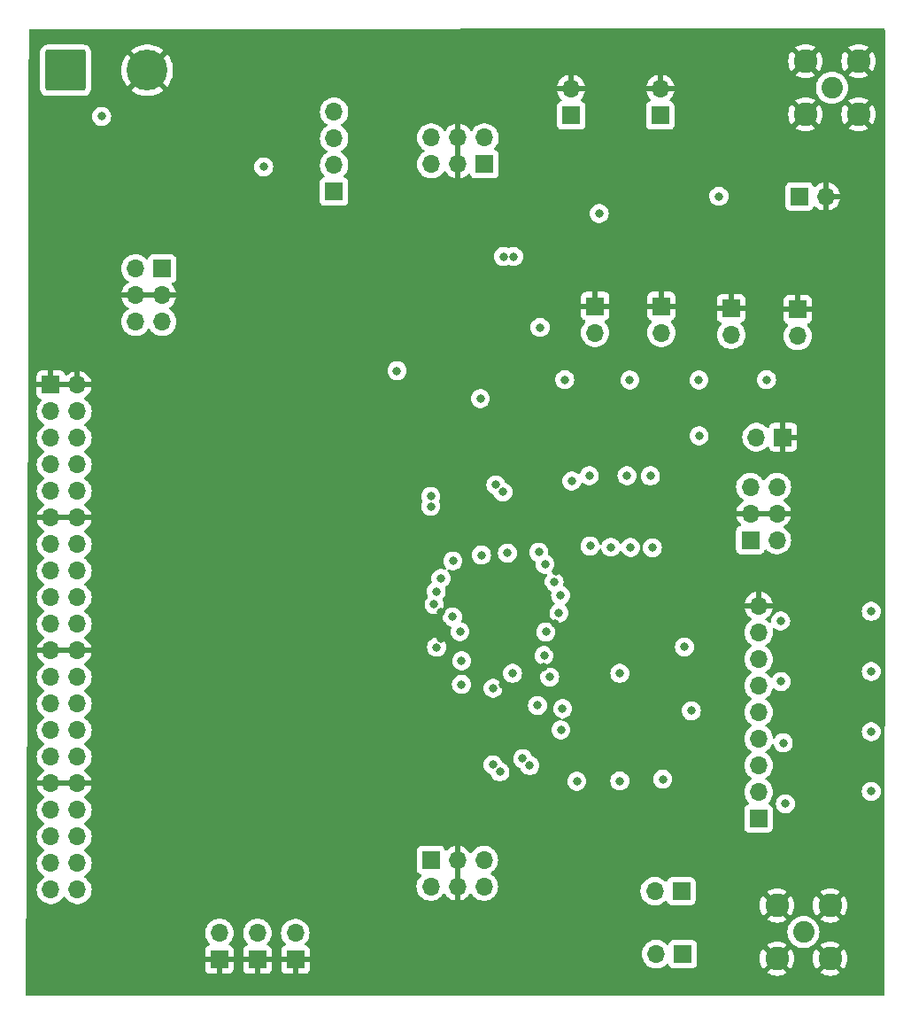
<source format=gbr>
%TF.GenerationSoftware,KiCad,Pcbnew,7.0.6-7.0.6~ubuntu20.04.1*%
%TF.CreationDate,2023-08-22T08:41:34+07:00*%
%TF.ProjectId,qpix,71706978-2e6b-4696-9361-645f70636258,rev?*%
%TF.SameCoordinates,Original*%
%TF.FileFunction,Copper,L2,Inr*%
%TF.FilePolarity,Positive*%
%FSLAX46Y46*%
G04 Gerber Fmt 4.6, Leading zero omitted, Abs format (unit mm)*
G04 Created by KiCad (PCBNEW 7.0.6-7.0.6~ubuntu20.04.1) date 2023-08-22 08:41:34*
%MOMM*%
%LPD*%
G01*
G04 APERTURE LIST*
G04 Aperture macros list*
%AMRoundRect*
0 Rectangle with rounded corners*
0 $1 Rounding radius*
0 $2 $3 $4 $5 $6 $7 $8 $9 X,Y pos of 4 corners*
0 Add a 4 corners polygon primitive as box body*
4,1,4,$2,$3,$4,$5,$6,$7,$8,$9,$2,$3,0*
0 Add four circle primitives for the rounded corners*
1,1,$1+$1,$2,$3*
1,1,$1+$1,$4,$5*
1,1,$1+$1,$6,$7*
1,1,$1+$1,$8,$9*
0 Add four rect primitives between the rounded corners*
20,1,$1+$1,$2,$3,$4,$5,0*
20,1,$1+$1,$4,$5,$6,$7,0*
20,1,$1+$1,$6,$7,$8,$9,0*
20,1,$1+$1,$8,$9,$2,$3,0*%
G04 Aperture macros list end*
%TA.AperFunction,ComponentPad*%
%ADD10R,1.700000X1.700000*%
%TD*%
%TA.AperFunction,ComponentPad*%
%ADD11O,1.700000X1.700000*%
%TD*%
%TA.AperFunction,ComponentPad*%
%ADD12C,2.050000*%
%TD*%
%TA.AperFunction,ComponentPad*%
%ADD13C,2.250000*%
%TD*%
%TA.AperFunction,ComponentPad*%
%ADD14RoundRect,0.250002X-1.699998X-1.699998X1.699998X-1.699998X1.699998X1.699998X-1.699998X1.699998X0*%
%TD*%
%TA.AperFunction,ComponentPad*%
%ADD15C,3.900000*%
%TD*%
%TA.AperFunction,ViaPad*%
%ADD16C,0.800000*%
%TD*%
G04 APERTURE END LIST*
D10*
%TO.N,GND*%
%TO.C,JP3*%
X149895835Y-76150000D03*
D11*
%TO.N,TxRxDisable_0*%
X149895835Y-78690000D03*
%TD*%
D10*
%TO.N,GND*%
%TO.C,JP5*%
X162895835Y-76350000D03*
D11*
%TO.N,TxRxDisable_2*%
X162895835Y-78890000D03*
%TD*%
D10*
%TO.N,dbgTxBusy*%
%TO.C,J2*%
X165520000Y-125120000D03*
D11*
%TO.N,dbgRxError*%
X165520000Y-122580000D03*
%TO.N,dbgRxBusy*%
X165520000Y-120040000D03*
%TO.N,dbgLocFifoFull*%
X165520000Y-117500000D03*
%TO.N,dbgFsmState_2*%
X165520000Y-114960000D03*
%TO.N,dbgFsmState_1*%
X165520000Y-112420000D03*
%TO.N,dbgDsmState_0*%
X165520000Y-109880000D03*
%TO.N,dbgExtFifoFull*%
X165520000Y-107340000D03*
%TO.N,GND*%
X165520000Y-104800000D03*
%TD*%
D12*
%TO.N,Net-(J9-In)*%
%TO.C,J9*%
X169815000Y-135985000D03*
D13*
%TO.N,GND*%
X172355000Y-138525000D03*
X172355000Y-133445000D03*
X167275000Y-138525000D03*
X167275000Y-133445000D03*
%TD*%
D10*
%TO.N,GND*%
%TO.C,JP9*%
X117590000Y-138605000D03*
D11*
%TO.N,EndeavorScale_1*%
X117590000Y-136065000D03*
%TD*%
D10*
%TO.N,GND*%
%TO.C,JP6*%
X169260835Y-76480000D03*
D11*
%TO.N,TxRxDisable_3*%
X169260835Y-79020000D03*
%TD*%
D10*
%TO.N,Net-(J9-In)*%
%TO.C,JP12*%
X158130000Y-132070000D03*
D11*
%TO.N,Net-(JP12-B)*%
X155590000Y-132070000D03*
%TD*%
D10*
%TO.N,/DatinA_P*%
%TO.C,J4*%
X134175000Y-129095000D03*
D11*
%TO.N,/DatinA_N*%
X134175000Y-131635000D03*
%TO.N,GND*%
X136715000Y-129095000D03*
X136715000Y-131635000D03*
%TO.N,/DatoutA_P*%
X139255000Y-129095000D03*
%TO.N,/DatoutA_N*%
X139255000Y-131635000D03*
%TD*%
D12*
%TO.N,Net-(J7-In)*%
%TO.C,J7*%
X172540000Y-55280000D03*
D13*
%TO.N,GND*%
X170000000Y-52740000D03*
X170000000Y-57820000D03*
X175080000Y-52740000D03*
X175080000Y-57820000D03*
%TD*%
D10*
%TO.N,/Sin*%
%TO.C,J5*%
X124930000Y-65200000D03*
D11*
%TO.N,/SCLK*%
X124930000Y-62660000D03*
%TO.N,/PCLK*%
X124930000Y-60120000D03*
%TO.N,/SR_reset*%
X124930000Y-57580000D03*
%TD*%
D10*
%TO.N,Net-(J9-In)*%
%TO.C,JP2*%
X158280000Y-138090000D03*
D11*
%TO.N,Net-(JP2-B)*%
X155740000Y-138090000D03*
%TD*%
D10*
%TO.N,/DatainD_P*%
%TO.C,J3*%
X139315000Y-62585000D03*
D11*
%TO.N,/DatainD_N*%
X139315000Y-60045000D03*
%TO.N,GND*%
X136775000Y-62585000D03*
X136775000Y-60045000D03*
%TO.N,/DataoutD_P*%
X134235000Y-62585000D03*
%TO.N,/DataoutD_N*%
X134235000Y-60045000D03*
%TD*%
D10*
%TO.N,GND*%
%TO.C,JP7*%
X167856750Y-88680000D03*
D11*
%TO.N,disableDbgOut*%
X165316750Y-88680000D03*
%TD*%
D10*
%TO.N,Net-(J13-Pin_1)*%
%TO.C,J13*%
X147600000Y-57920000D03*
D11*
%TO.N,GND*%
X147600000Y-55380000D03*
%TD*%
D10*
%TO.N,GND*%
%TO.C,JP10*%
X113950000Y-138604000D03*
D11*
%TO.N,EndeavorScale_2*%
X113950000Y-136064000D03*
%TD*%
D10*
%TO.N,Net-(J10-Pin_1)*%
%TO.C,J10*%
X156120000Y-57920000D03*
D11*
%TO.N,GND*%
X156120000Y-55380000D03*
%TD*%
%TO.N,Reset0_N*%
%TO.C,J1*%
X100385000Y-131940000D03*
%TO.N,Reset0_P*%
X97845000Y-131940000D03*
%TO.N,Reset1_N*%
X100385000Y-129400000D03*
%TO.N,Reset1_P*%
X97845000Y-129400000D03*
%TO.N,Reset2_N*%
X100385000Y-126860000D03*
%TO.N,Reset2_P*%
X97845000Y-126860000D03*
%TO.N,Reset3_N*%
X100385000Y-124320000D03*
%TO.N,Reset3_P*%
X97845000Y-124320000D03*
%TO.N,GND*%
X100385000Y-121780000D03*
X97845000Y-121780000D03*
%TO.N,Reset4_N*%
X100385000Y-119240000D03*
%TO.N,Reset4_P*%
X97845000Y-119240000D03*
%TO.N,Reset5_N*%
X100385000Y-116700000D03*
%TO.N,Reset5_P*%
X97845000Y-116700000D03*
%TO.N,Reset6_N*%
X100385000Y-114160000D03*
%TO.N,Reset6_P*%
X97845000Y-114160000D03*
%TO.N,Reset7_N*%
X100385000Y-111620000D03*
%TO.N,Reset7_P*%
X97845000Y-111620000D03*
%TO.N,GND*%
X100385000Y-109080000D03*
X97845000Y-109080000D03*
%TO.N,Reset8_N*%
X100385000Y-106540000D03*
%TO.N,Reset8_P*%
X97845000Y-106540000D03*
%TO.N,Reset9_N*%
X100385000Y-104000000D03*
%TO.N,Reset9_P*%
X97845000Y-104000000D03*
%TO.N,Reset10_N*%
X100385000Y-101460000D03*
%TO.N,Reset10_P*%
X97845000Y-101460000D03*
%TO.N,Reset11_N*%
X100385000Y-98920000D03*
%TO.N,Reset11_P*%
X97845000Y-98920000D03*
%TO.N,GND*%
X100385000Y-96380000D03*
X97845000Y-96380000D03*
%TO.N,Reset12_N*%
X100385000Y-93840000D03*
%TO.N,Reset12_P*%
X97845000Y-93840000D03*
%TO.N,Reset13_N*%
X100385000Y-91300000D03*
%TO.N,Reset13_P*%
X97845000Y-91300000D03*
%TO.N,Reset14_N*%
X100385000Y-88760000D03*
%TO.N,Reset14_P*%
X97845000Y-88760000D03*
%TO.N,Reset15_N*%
X100385000Y-86220000D03*
%TO.N,Reset15_P*%
X97845000Y-86220000D03*
%TO.N,GND*%
X100385000Y-83680000D03*
D10*
X97845000Y-83680000D03*
%TD*%
%TO.N,/DatainC_P*%
%TO.C,J8*%
X164735000Y-98515000D03*
D11*
%TO.N,/DatainC_N*%
X167275000Y-98515000D03*
%TO.N,GND*%
X164735000Y-95975000D03*
X167275000Y-95975000D03*
%TO.N,/DataoutC_P*%
X164735000Y-93435000D03*
%TO.N,/DataoutC_N*%
X167275000Y-93435000D03*
%TD*%
D10*
%TO.N,GND*%
%TO.C,JP4*%
X156230000Y-76150000D03*
D11*
%TO.N,TxRxDisable_1*%
X156230000Y-78690000D03*
%TD*%
D14*
%TO.N,Net-(J11-In)*%
%TO.C,J11*%
X99260000Y-53620000D03*
D15*
%TO.N,GND*%
X107060000Y-53620000D03*
%TD*%
D10*
%TO.N,/DatinB_P*%
%TO.C,J6*%
X108485000Y-72565000D03*
D11*
%TO.N,/DatinB_N*%
X105945000Y-72565000D03*
%TO.N,GND*%
X108485000Y-75105000D03*
X105945000Y-75105000D03*
%TO.N,/DatoutB_P*%
X108485000Y-77645000D03*
%TO.N,/DatoutB_N*%
X105945000Y-77645000D03*
%TD*%
D10*
%TO.N,GND*%
%TO.C,JP8*%
X121220000Y-138615000D03*
D11*
%TO.N,EndeavorScale_0*%
X121220000Y-136075000D03*
%TD*%
D10*
%TO.N,/clkmux/SEL_AB*%
%TO.C,JP1*%
X169425000Y-65680000D03*
D11*
%TO.N,GND*%
X171965000Y-65680000D03*
%TD*%
D16*
%TO.N,disableDbgOut*%
X152250000Y-111260000D03*
%TO.N,dbgRxValid*%
X159090000Y-114820000D03*
X167670000Y-112040000D03*
%TO.N,dbgInterr*%
X158429000Y-108728000D03*
X167630000Y-106240000D03*
%TO.N,dbgDataValid*%
X167880000Y-117890000D03*
X146780000Y-114620000D03*
%TO.N,dbgClkDiv*%
X146620000Y-116660000D03*
X168090000Y-123720000D03*
%TO.N,VDD*%
X159818335Y-83215000D03*
X144510000Y-99680000D03*
X118190000Y-62850000D03*
X135140000Y-102190000D03*
X145010000Y-109560000D03*
X145960000Y-102520000D03*
X159838250Y-88560000D03*
X136244901Y-105849920D03*
X134500000Y-104670000D03*
X146590000Y-103800000D03*
X141510000Y-99760000D03*
X137120000Y-110070000D03*
X145550000Y-111610000D03*
X140130000Y-112670000D03*
X144380000Y-114330000D03*
X136970000Y-107260000D03*
X134690000Y-103420000D03*
X136290000Y-100510000D03*
X141990000Y-111260000D03*
X161730000Y-65670000D03*
X166288335Y-83195000D03*
X139020000Y-99940000D03*
X137110000Y-112320000D03*
X146430000Y-105480000D03*
X145090000Y-100810000D03*
X146985835Y-83185000D03*
X134730000Y-108760000D03*
X145180000Y-107290000D03*
X153205835Y-83225000D03*
X159838250Y-88560000D03*
%TO.N,TxRxDisable_3*%
X155370000Y-99250000D03*
X155180000Y-92380000D03*
%TO.N,TxRxDisable_2*%
X153280000Y-99210000D03*
X152940000Y-92350000D03*
%TO.N,TxRxDisable_1*%
X149340000Y-92370000D03*
X151390000Y-99200000D03*
%TO.N,TxRxDisable_0*%
X149410000Y-99090000D03*
X147650000Y-92860000D03*
%TO.N,Net-(J13-Pin_1)*%
X130940000Y-82330000D03*
%TO.N,Net-(J10-Pin_1)*%
X144620000Y-78190000D03*
X138920000Y-84990000D03*
%TO.N,GND*%
X103170000Y-86440000D03*
X162320000Y-122670000D03*
X103450000Y-124470000D03*
X125890000Y-71530000D03*
X146110000Y-101500000D03*
X148455000Y-131205000D03*
X174885000Y-65680000D03*
X103170000Y-91390000D03*
X169261833Y-120754500D03*
X108140000Y-61290000D03*
X103260000Y-96350000D03*
X136500000Y-108630000D03*
X103170000Y-88840000D03*
X103450000Y-116890000D03*
X146050000Y-106500000D03*
X141090000Y-112320000D03*
X140100000Y-99070000D03*
X169341833Y-126530000D03*
X136100000Y-104370000D03*
X103450000Y-111770000D03*
X135930000Y-110960000D03*
X121970000Y-114510000D03*
X144950000Y-110630000D03*
X136190000Y-103260000D03*
X145930000Y-108780000D03*
X135150000Y-107920000D03*
X144130000Y-112270000D03*
X121970000Y-118910000D03*
X144950000Y-103190000D03*
X145420000Y-104320000D03*
X103450000Y-129570000D03*
X143680000Y-94770000D03*
X117180000Y-60350000D03*
X136720000Y-101700000D03*
X148360000Y-137570000D03*
X146780000Y-99120000D03*
X142670000Y-112390000D03*
X135113385Y-105418125D03*
X121960000Y-105890000D03*
X103450000Y-127110000D03*
X103300000Y-101790000D03*
X142970000Y-99000000D03*
X122020000Y-110280000D03*
X169261833Y-109029001D03*
X138390000Y-112010000D03*
X103300000Y-99260000D03*
X103300000Y-104260000D03*
X135300000Y-106640000D03*
X103450000Y-114210000D03*
X169251833Y-114904500D03*
X121350000Y-97210000D03*
X120230000Y-92780000D03*
X121790000Y-101540000D03*
X150603000Y-105000000D03*
X164790000Y-59780000D03*
X128613500Y-111355000D03*
X141650000Y-116830000D03*
X150695000Y-101406000D03*
X150645000Y-107834000D03*
X138356000Y-116539000D03*
X128650000Y-100680000D03*
X135240000Y-90270000D03*
X130580000Y-93260000D03*
X170086750Y-88720000D03*
X135050000Y-116718000D03*
X150755000Y-111264000D03*
X128633500Y-104775000D03*
X135720000Y-95272000D03*
X145153000Y-95631000D03*
X162300000Y-59900000D03*
X138666000Y-95533000D03*
X145030000Y-116830000D03*
X135250000Y-86730000D03*
X128583500Y-107965000D03*
X141964000Y-95466000D03*
%TO.N,EndeavorScale_2*%
X148140000Y-121580000D03*
%TO.N,EndeavorScale_1*%
X152250000Y-121540000D03*
%TO.N,EndeavorScale_0*%
X156350000Y-121370000D03*
%TO.N,CLKOUTP*%
X141067157Y-93907993D03*
%TO.N,CLKOUTN*%
X140395405Y-93236241D03*
%TO.N,CLKDIGIINP*%
X134170000Y-94345000D03*
%TO.N,CLKDIGIINN*%
X134170000Y-95295000D03*
%TO.N,/clkmux/SEL_AB*%
X150280000Y-67290000D03*
%TO.N,/DatoutB_P*%
X143635876Y-120065876D03*
%TO.N,/DatoutB_N*%
X142964124Y-119394124D03*
%TO.N,/DatinB_P*%
X140114124Y-119984124D03*
%TO.N,/DatinB_N*%
X140785876Y-120655876D03*
%TO.N,/DataoutD_P*%
X142085000Y-71417370D03*
%TO.N,/DataoutD_N*%
X141135000Y-71417370D03*
%TO.N,+5V*%
X176301833Y-111080000D03*
X176301833Y-105330000D03*
X176296833Y-122540000D03*
X102690000Y-58020000D03*
X176301833Y-116820000D03*
%TD*%
%TA.AperFunction,Conductor*%
%TO.N,GND*%
G36*
X99925507Y-121570156D02*
G01*
X99885000Y-121708111D01*
X99885000Y-121851889D01*
X99925507Y-121989844D01*
X99953884Y-122034000D01*
X98276116Y-122034000D01*
X98304493Y-121989844D01*
X98345000Y-121851889D01*
X98345000Y-121708111D01*
X98304493Y-121570156D01*
X98276116Y-121526000D01*
X99953884Y-121526000D01*
X99925507Y-121570156D01*
G37*
%TD.AperFunction*%
%TA.AperFunction,Conductor*%
G36*
X99925507Y-108870156D02*
G01*
X99885000Y-109008111D01*
X99885000Y-109151889D01*
X99925507Y-109289844D01*
X99953884Y-109334000D01*
X98276116Y-109334000D01*
X98304493Y-109289844D01*
X98345000Y-109151889D01*
X98345000Y-109008111D01*
X98304493Y-108870156D01*
X98276116Y-108826000D01*
X99953884Y-108826000D01*
X99925507Y-108870156D01*
G37*
%TD.AperFunction*%
%TA.AperFunction,Conductor*%
G36*
X99925507Y-96170156D02*
G01*
X99885000Y-96308111D01*
X99885000Y-96451889D01*
X99925507Y-96589844D01*
X99953884Y-96634000D01*
X98276116Y-96634000D01*
X98304493Y-96589844D01*
X98345000Y-96451889D01*
X98345000Y-96308111D01*
X98304493Y-96170156D01*
X98276116Y-96126000D01*
X99953884Y-96126000D01*
X99925507Y-96170156D01*
G37*
%TD.AperFunction*%
%TA.AperFunction,Conductor*%
G36*
X99925507Y-83470156D02*
G01*
X99885000Y-83608111D01*
X99885000Y-83751889D01*
X99925507Y-83889844D01*
X99953884Y-83934000D01*
X98276116Y-83934000D01*
X98304493Y-83889844D01*
X98345000Y-83751889D01*
X98345000Y-83608111D01*
X98304493Y-83470156D01*
X98276116Y-83426000D01*
X99953884Y-83426000D01*
X99925507Y-83470156D01*
G37*
%TD.AperFunction*%
%TA.AperFunction,Conductor*%
G36*
X136969000Y-131201325D02*
G01*
X136857315Y-131150320D01*
X136750763Y-131135000D01*
X136679237Y-131135000D01*
X136572685Y-131150320D01*
X136461000Y-131201325D01*
X136461000Y-129528674D01*
X136572685Y-129579680D01*
X136679237Y-129595000D01*
X136750763Y-129595000D01*
X136857315Y-129579680D01*
X136969000Y-129528674D01*
X136969000Y-131201325D01*
G37*
%TD.AperFunction*%
%TA.AperFunction,Conductor*%
G36*
X166815507Y-95765156D02*
G01*
X166775000Y-95903111D01*
X166775000Y-96046889D01*
X166815507Y-96184844D01*
X166843884Y-96229000D01*
X165166116Y-96229000D01*
X165194493Y-96184844D01*
X165235000Y-96046889D01*
X165235000Y-95903111D01*
X165194493Y-95765156D01*
X165166116Y-95721000D01*
X166843884Y-95721000D01*
X166815507Y-95765156D01*
G37*
%TD.AperFunction*%
%TA.AperFunction,Conductor*%
G36*
X108025507Y-74895156D02*
G01*
X107985000Y-75033111D01*
X107985000Y-75176889D01*
X108025507Y-75314844D01*
X108053884Y-75359000D01*
X106376116Y-75359000D01*
X106404493Y-75314844D01*
X106445000Y-75176889D01*
X106445000Y-75033111D01*
X106404493Y-74895156D01*
X106376116Y-74851000D01*
X108053884Y-74851000D01*
X108025507Y-74895156D01*
G37*
%TD.AperFunction*%
%TA.AperFunction,Conductor*%
G36*
X137029000Y-62151325D02*
G01*
X136917315Y-62100320D01*
X136810763Y-62085000D01*
X136739237Y-62085000D01*
X136632685Y-62100320D01*
X136521000Y-62151325D01*
X136521000Y-60478674D01*
X136632685Y-60529680D01*
X136739237Y-60545000D01*
X136810763Y-60545000D01*
X136917315Y-60529680D01*
X137029000Y-60478674D01*
X137029000Y-62151325D01*
G37*
%TD.AperFunction*%
%TA.AperFunction,Conductor*%
G36*
X177551519Y-49640658D02*
G01*
X177598045Y-49694285D01*
X177609463Y-49746711D01*
X177604814Y-92906941D01*
X177599725Y-140163049D01*
X177599536Y-141913514D01*
X177579527Y-141981632D01*
X177525866Y-142028119D01*
X177473536Y-142039500D01*
X95577486Y-142039500D01*
X95509365Y-142019498D01*
X95462872Y-141965842D01*
X95451487Y-141913120D01*
X95456770Y-140163049D01*
X95469142Y-136064000D01*
X112586844Y-136064000D01*
X112605437Y-136288375D01*
X112660702Y-136506612D01*
X112660703Y-136506613D01*
X112660704Y-136506616D01*
X112665528Y-136517613D01*
X112751141Y-136712793D01*
X112874275Y-136901265D01*
X112874279Y-136901270D01*
X113017841Y-137057217D01*
X113049262Y-137120882D01*
X113041276Y-137191428D01*
X112996417Y-137246457D01*
X112969173Y-137260610D01*
X112854039Y-137303553D01*
X112854034Y-137303555D01*
X112737095Y-137391095D01*
X112649555Y-137508034D01*
X112649555Y-137508035D01*
X112598505Y-137644906D01*
X112592000Y-137705402D01*
X112592000Y-138350000D01*
X113518884Y-138350000D01*
X113490507Y-138394156D01*
X113450000Y-138532111D01*
X113450000Y-138675889D01*
X113490507Y-138813844D01*
X113518884Y-138858000D01*
X112592000Y-138858000D01*
X112592000Y-139502597D01*
X112598505Y-139563093D01*
X112649555Y-139699964D01*
X112649555Y-139699965D01*
X112737095Y-139816904D01*
X112854034Y-139904444D01*
X112990906Y-139955494D01*
X113051402Y-139961999D01*
X113051415Y-139962000D01*
X113696000Y-139962000D01*
X113696000Y-139037674D01*
X113807685Y-139088680D01*
X113914237Y-139104000D01*
X113985763Y-139104000D01*
X114092315Y-139088680D01*
X114204000Y-139037674D01*
X114204000Y-139962000D01*
X114848585Y-139962000D01*
X114848597Y-139961999D01*
X114909093Y-139955494D01*
X115045964Y-139904444D01*
X115045965Y-139904444D01*
X115162904Y-139816904D01*
X115250444Y-139699965D01*
X115250444Y-139699964D01*
X115301494Y-139563093D01*
X115307999Y-139502597D01*
X115308000Y-139502585D01*
X115308000Y-138858000D01*
X114381116Y-138858000D01*
X114409493Y-138813844D01*
X114450000Y-138675889D01*
X114450000Y-138532111D01*
X114409493Y-138394156D01*
X114381116Y-138350000D01*
X115308000Y-138350000D01*
X115308000Y-137705414D01*
X115307999Y-137705402D01*
X115301494Y-137644906D01*
X115250444Y-137508035D01*
X115250444Y-137508034D01*
X115162904Y-137391095D01*
X115045966Y-137303556D01*
X114930826Y-137260611D01*
X114873991Y-137218064D01*
X114849180Y-137151543D01*
X114864272Y-137082169D01*
X114882154Y-137057222D01*
X115025722Y-136901268D01*
X115148860Y-136712791D01*
X115239296Y-136506616D01*
X115294564Y-136288368D01*
X115313073Y-136065000D01*
X116226844Y-136065000D01*
X116245353Y-136288368D01*
X116245437Y-136289375D01*
X116300702Y-136507612D01*
X116300703Y-136507613D01*
X116300704Y-136507616D01*
X116377785Y-136683345D01*
X116391141Y-136713793D01*
X116514275Y-136902265D01*
X116514279Y-136902270D01*
X116657841Y-137058217D01*
X116689262Y-137121882D01*
X116681276Y-137192428D01*
X116636417Y-137247457D01*
X116609173Y-137261610D01*
X116494039Y-137304553D01*
X116494034Y-137304555D01*
X116377095Y-137392095D01*
X116289555Y-137509034D01*
X116289555Y-137509035D01*
X116238505Y-137645906D01*
X116232000Y-137706402D01*
X116232000Y-138351000D01*
X117158884Y-138351000D01*
X117130507Y-138395156D01*
X117090000Y-138533111D01*
X117090000Y-138676889D01*
X117130507Y-138814844D01*
X117158884Y-138859000D01*
X116232000Y-138859000D01*
X116232000Y-139503597D01*
X116238505Y-139564093D01*
X116289555Y-139700964D01*
X116289555Y-139700965D01*
X116377095Y-139817904D01*
X116494034Y-139905444D01*
X116630906Y-139956494D01*
X116691402Y-139962999D01*
X116691415Y-139963000D01*
X117336000Y-139963000D01*
X117336000Y-139038674D01*
X117447685Y-139089680D01*
X117554237Y-139105000D01*
X117625763Y-139105000D01*
X117732315Y-139089680D01*
X117844000Y-139038674D01*
X117844000Y-139963000D01*
X118488585Y-139963000D01*
X118488597Y-139962999D01*
X118549093Y-139956494D01*
X118685964Y-139905444D01*
X118685965Y-139905444D01*
X118802904Y-139817904D01*
X118890444Y-139700965D01*
X118890444Y-139700964D01*
X118941494Y-139564093D01*
X118947999Y-139503597D01*
X118948000Y-139503585D01*
X118948000Y-138859000D01*
X118021116Y-138859000D01*
X118049493Y-138814844D01*
X118090000Y-138676889D01*
X118090000Y-138533111D01*
X118049493Y-138395156D01*
X118021116Y-138351000D01*
X118948000Y-138351000D01*
X118948000Y-137706414D01*
X118947999Y-137706402D01*
X118941494Y-137645906D01*
X118890444Y-137509035D01*
X118890444Y-137509034D01*
X118802904Y-137392095D01*
X118685966Y-137304556D01*
X118570826Y-137261611D01*
X118513991Y-137219064D01*
X118489180Y-137152543D01*
X118504272Y-137083169D01*
X118522154Y-137058222D01*
X118665722Y-136902268D01*
X118788860Y-136713791D01*
X118879296Y-136507616D01*
X118934564Y-136289368D01*
X118952327Y-136075000D01*
X119856844Y-136075000D01*
X119874607Y-136289368D01*
X119875437Y-136299375D01*
X119930702Y-136517612D01*
X119930703Y-136517613D01*
X120021141Y-136723793D01*
X120144275Y-136912265D01*
X120144279Y-136912270D01*
X120219331Y-136993797D01*
X120287554Y-137067906D01*
X120287841Y-137068217D01*
X120319262Y-137131882D01*
X120311276Y-137202428D01*
X120266417Y-137257457D01*
X120239173Y-137271610D01*
X120124039Y-137314553D01*
X120124034Y-137314555D01*
X120007095Y-137402095D01*
X119919555Y-137519034D01*
X119919555Y-137519035D01*
X119868505Y-137655906D01*
X119862000Y-137716402D01*
X119862000Y-138361000D01*
X120788884Y-138361000D01*
X120760507Y-138405156D01*
X120720000Y-138543111D01*
X120720000Y-138686889D01*
X120760507Y-138824844D01*
X120788884Y-138869000D01*
X119862000Y-138869000D01*
X119862000Y-139513597D01*
X119868505Y-139574093D01*
X119919555Y-139710964D01*
X119919555Y-139710965D01*
X120007095Y-139827904D01*
X120124034Y-139915444D01*
X120260906Y-139966494D01*
X120321402Y-139972999D01*
X120321415Y-139973000D01*
X120966000Y-139973000D01*
X120966000Y-139048674D01*
X121077685Y-139099680D01*
X121184237Y-139115000D01*
X121255763Y-139115000D01*
X121362315Y-139099680D01*
X121474000Y-139048674D01*
X121474000Y-139973000D01*
X122118585Y-139973000D01*
X122118597Y-139972999D01*
X122179093Y-139966494D01*
X122315964Y-139915444D01*
X122315965Y-139915444D01*
X122432904Y-139827904D01*
X122520444Y-139710965D01*
X122520444Y-139710964D01*
X122571494Y-139574093D01*
X122577999Y-139513597D01*
X122578000Y-139513585D01*
X122578000Y-138869000D01*
X121651116Y-138869000D01*
X121679493Y-138824844D01*
X121720000Y-138686889D01*
X121720000Y-138543111D01*
X121679493Y-138405156D01*
X121651116Y-138361000D01*
X122578000Y-138361000D01*
X122578000Y-138090000D01*
X154376844Y-138090000D01*
X154392936Y-138284202D01*
X154395437Y-138314375D01*
X154450702Y-138532612D01*
X154450703Y-138532613D01*
X154450704Y-138532616D01*
X154518374Y-138686889D01*
X154541141Y-138738793D01*
X154664275Y-138927265D01*
X154664279Y-138927270D01*
X154816762Y-139092908D01*
X154825463Y-139099680D01*
X154994424Y-139231189D01*
X155192426Y-139338342D01*
X155192427Y-139338342D01*
X155192428Y-139338343D01*
X155299207Y-139375000D01*
X155405365Y-139411444D01*
X155627431Y-139448500D01*
X155627435Y-139448500D01*
X155852565Y-139448500D01*
X155852569Y-139448500D01*
X156074635Y-139411444D01*
X156287574Y-139338342D01*
X156485576Y-139231189D01*
X156663240Y-139092906D01*
X156724245Y-139026637D01*
X156785096Y-138990067D01*
X156856061Y-138992200D01*
X156914606Y-139032362D01*
X156935000Y-139067941D01*
X156979111Y-139186204D01*
X156979112Y-139186207D01*
X157066738Y-139303261D01*
X157183792Y-139390887D01*
X157183794Y-139390888D01*
X157183796Y-139390889D01*
X157238900Y-139411442D01*
X157320795Y-139441988D01*
X157320803Y-139441990D01*
X157381350Y-139448499D01*
X157381355Y-139448499D01*
X157381362Y-139448500D01*
X157381368Y-139448500D01*
X159178632Y-139448500D01*
X159178638Y-139448500D01*
X159178645Y-139448499D01*
X159178649Y-139448499D01*
X159239196Y-139441990D01*
X159239199Y-139441989D01*
X159239201Y-139441989D01*
X159376204Y-139390889D01*
X159417438Y-139360022D01*
X159493261Y-139303261D01*
X159580887Y-139186207D01*
X159580887Y-139186206D01*
X159580889Y-139186204D01*
X159631989Y-139049201D01*
X159632984Y-139039952D01*
X159638499Y-138988649D01*
X159638500Y-138988632D01*
X159638500Y-138524999D01*
X165636950Y-138524999D01*
X165657117Y-138781246D01*
X165717121Y-139031183D01*
X165815486Y-139268657D01*
X165949791Y-139487824D01*
X165951253Y-139489536D01*
X166521806Y-138918982D01*
X166567316Y-139004822D01*
X166687009Y-139145735D01*
X166834195Y-139257623D01*
X166880268Y-139278939D01*
X166310462Y-139848745D01*
X166310462Y-139848746D01*
X166312174Y-139850207D01*
X166531342Y-139984513D01*
X166768816Y-140082878D01*
X167018753Y-140142882D01*
X167274999Y-140163049D01*
X167531246Y-140142882D01*
X167781183Y-140082878D01*
X168018657Y-139984513D01*
X168237825Y-139850207D01*
X168239535Y-139848746D01*
X168239536Y-139848745D01*
X167670077Y-139279286D01*
X167792431Y-139205669D01*
X167926658Y-139078523D01*
X168030413Y-138925495D01*
X168031635Y-138922426D01*
X168598745Y-139489536D01*
X168598746Y-139489535D01*
X168600207Y-139487825D01*
X168734513Y-139268657D01*
X168832878Y-139031183D01*
X168892882Y-138781246D01*
X168913049Y-138524999D01*
X170716950Y-138524999D01*
X170737117Y-138781246D01*
X170797121Y-139031183D01*
X170895486Y-139268657D01*
X171029791Y-139487824D01*
X171031253Y-139489536D01*
X171601806Y-138918982D01*
X171647316Y-139004822D01*
X171767009Y-139145735D01*
X171914195Y-139257623D01*
X171960268Y-139278939D01*
X171390462Y-139848745D01*
X171390462Y-139848746D01*
X171392174Y-139850207D01*
X171611342Y-139984513D01*
X171848816Y-140082878D01*
X172098753Y-140142882D01*
X172355000Y-140163049D01*
X172611246Y-140142882D01*
X172861183Y-140082878D01*
X173098657Y-139984513D01*
X173317825Y-139850207D01*
X173319535Y-139848746D01*
X173319536Y-139848745D01*
X172750077Y-139279286D01*
X172872431Y-139205669D01*
X173006658Y-139078523D01*
X173110413Y-138925495D01*
X173111635Y-138922426D01*
X173678745Y-139489536D01*
X173678746Y-139489535D01*
X173680207Y-139487825D01*
X173814513Y-139268657D01*
X173912878Y-139031183D01*
X173972882Y-138781246D01*
X173993049Y-138524999D01*
X173972882Y-138268753D01*
X173912878Y-138018816D01*
X173814513Y-137781342D01*
X173680207Y-137562174D01*
X173678745Y-137560462D01*
X173108192Y-138131015D01*
X173062684Y-138045178D01*
X172942991Y-137904265D01*
X172795805Y-137792377D01*
X172749729Y-137771060D01*
X173319536Y-137201253D01*
X173317824Y-137199791D01*
X173098657Y-137065486D01*
X172861183Y-136967121D01*
X172611246Y-136907117D01*
X172354999Y-136886950D01*
X172098753Y-136907117D01*
X171848816Y-136967121D01*
X171611342Y-137065486D01*
X171392177Y-137199790D01*
X171392174Y-137199793D01*
X171390462Y-137201253D01*
X171959922Y-137770713D01*
X171837569Y-137844331D01*
X171703342Y-137971477D01*
X171599587Y-138124505D01*
X171598364Y-138127573D01*
X171031253Y-137560462D01*
X171029793Y-137562174D01*
X171029790Y-137562177D01*
X170895486Y-137781342D01*
X170797121Y-138018816D01*
X170737117Y-138268753D01*
X170716950Y-138524999D01*
X168913049Y-138524999D01*
X168892882Y-138268753D01*
X168832878Y-138018816D01*
X168734513Y-137781342D01*
X168600207Y-137562174D01*
X168598745Y-137560462D01*
X168028192Y-138131015D01*
X167982684Y-138045178D01*
X167862991Y-137904265D01*
X167715805Y-137792377D01*
X167669729Y-137771060D01*
X168239536Y-137201253D01*
X168237824Y-137199791D01*
X168018657Y-137065486D01*
X167781183Y-136967121D01*
X167531246Y-136907117D01*
X167275000Y-136886950D01*
X167018753Y-136907117D01*
X166768816Y-136967121D01*
X166531342Y-137065486D01*
X166312177Y-137199790D01*
X166312174Y-137199793D01*
X166310462Y-137201253D01*
X166879922Y-137770713D01*
X166757569Y-137844331D01*
X166623342Y-137971477D01*
X166519587Y-138124505D01*
X166518364Y-138127573D01*
X165951253Y-137560462D01*
X165949793Y-137562174D01*
X165949790Y-137562177D01*
X165815486Y-137781342D01*
X165717121Y-138018816D01*
X165657117Y-138268753D01*
X165636950Y-138524999D01*
X159638500Y-138524999D01*
X159638500Y-137191367D01*
X159638499Y-137191350D01*
X159631990Y-137130803D01*
X159631988Y-137130795D01*
X159580889Y-136993797D01*
X159580887Y-136993792D01*
X159493261Y-136876738D01*
X159376207Y-136789112D01*
X159376202Y-136789110D01*
X159239204Y-136738011D01*
X159239196Y-136738009D01*
X159178649Y-136731500D01*
X159178638Y-136731500D01*
X157381362Y-136731500D01*
X157381350Y-136731500D01*
X157320803Y-136738009D01*
X157320795Y-136738011D01*
X157183797Y-136789110D01*
X157183792Y-136789112D01*
X157066738Y-136876738D01*
X156979112Y-136993792D01*
X156979111Y-136993795D01*
X156935000Y-137112058D01*
X156892453Y-137168893D01*
X156825932Y-137193703D01*
X156756558Y-137178611D01*
X156724246Y-137153363D01*
X156663240Y-137087094D01*
X156663239Y-137087093D01*
X156663237Y-137087091D01*
X156543372Y-136993796D01*
X156485576Y-136948811D01*
X156287574Y-136841658D01*
X156287572Y-136841657D01*
X156287571Y-136841656D01*
X156074639Y-136768557D01*
X156074630Y-136768555D01*
X156030476Y-136761187D01*
X155852569Y-136731500D01*
X155627431Y-136731500D01*
X155479210Y-136756233D01*
X155405369Y-136768555D01*
X155405360Y-136768557D01*
X155192428Y-136841656D01*
X155192426Y-136841658D01*
X155080425Y-136902270D01*
X154994426Y-136948810D01*
X154994424Y-136948811D01*
X154816762Y-137087091D01*
X154664279Y-137252729D01*
X154664275Y-137252734D01*
X154541141Y-137441206D01*
X154450703Y-137647386D01*
X154450702Y-137647387D01*
X154395437Y-137865624D01*
X154395436Y-137865630D01*
X154395436Y-137865632D01*
X154376844Y-138090000D01*
X122578000Y-138090000D01*
X122578000Y-137716414D01*
X122577999Y-137716402D01*
X122571494Y-137655906D01*
X122520444Y-137519035D01*
X122520444Y-137519034D01*
X122432904Y-137402095D01*
X122315966Y-137314556D01*
X122200826Y-137271611D01*
X122143991Y-137229064D01*
X122119180Y-137162543D01*
X122134272Y-137093169D01*
X122152154Y-137068222D01*
X122295722Y-136912268D01*
X122418860Y-136723791D01*
X122509296Y-136517616D01*
X122564564Y-136299368D01*
X122583156Y-136075000D01*
X122575698Y-135985000D01*
X168276758Y-135985000D01*
X168295696Y-136225633D01*
X168352044Y-136460341D01*
X168375767Y-136517612D01*
X168444416Y-136683347D01*
X168570536Y-136889156D01*
X168727299Y-137072701D01*
X168910844Y-137229464D01*
X169116653Y-137355584D01*
X169339657Y-137447955D01*
X169574366Y-137504304D01*
X169815000Y-137523242D01*
X170055634Y-137504304D01*
X170290343Y-137447955D01*
X170513347Y-137355584D01*
X170719156Y-137229464D01*
X170902701Y-137072701D01*
X171059464Y-136889156D01*
X171185584Y-136683347D01*
X171277955Y-136460343D01*
X171334304Y-136225634D01*
X171353242Y-135985000D01*
X171334304Y-135744366D01*
X171277955Y-135509657D01*
X171185584Y-135286653D01*
X171059464Y-135080844D01*
X170902701Y-134897299D01*
X170719156Y-134740536D01*
X170513347Y-134614416D01*
X170290343Y-134522045D01*
X170290341Y-134522044D01*
X170129783Y-134483497D01*
X170055634Y-134465696D01*
X169815000Y-134446758D01*
X169814999Y-134446758D01*
X169574366Y-134465696D01*
X169339658Y-134522044D01*
X169116654Y-134614415D01*
X168910845Y-134740535D01*
X168727299Y-134897299D01*
X168570535Y-135080845D01*
X168444415Y-135286654D01*
X168352044Y-135509658D01*
X168295696Y-135744366D01*
X168276758Y-135985000D01*
X122575698Y-135985000D01*
X122564564Y-135850632D01*
X122509296Y-135632384D01*
X122418860Y-135426209D01*
X122411671Y-135415206D01*
X122295724Y-135237734D01*
X122295720Y-135237729D01*
X122143237Y-135072091D01*
X122054312Y-135002878D01*
X121965576Y-134933811D01*
X121767574Y-134826658D01*
X121767572Y-134826657D01*
X121767571Y-134826656D01*
X121554639Y-134753557D01*
X121554630Y-134753555D01*
X121488709Y-134742555D01*
X121332569Y-134716500D01*
X121107431Y-134716500D01*
X120963396Y-134740535D01*
X120885369Y-134753555D01*
X120885360Y-134753557D01*
X120672428Y-134826656D01*
X120672426Y-134826658D01*
X120492903Y-134923811D01*
X120474426Y-134933810D01*
X120474424Y-134933811D01*
X120296762Y-135072091D01*
X120144279Y-135237729D01*
X120144275Y-135237734D01*
X120021141Y-135426206D01*
X119930703Y-135632386D01*
X119930702Y-135632387D01*
X119875437Y-135850624D01*
X119857756Y-136064000D01*
X119856844Y-136075000D01*
X118952327Y-136075000D01*
X118953156Y-136065000D01*
X118934564Y-135840632D01*
X118881829Y-135632386D01*
X118879297Y-135622387D01*
X118879296Y-135622386D01*
X118879296Y-135622384D01*
X118788860Y-135416209D01*
X118672257Y-135237734D01*
X118665724Y-135227734D01*
X118665720Y-135227729D01*
X118513237Y-135062091D01*
X118431382Y-134998381D01*
X118335576Y-134923811D01*
X118137574Y-134816658D01*
X118137572Y-134816657D01*
X118137571Y-134816656D01*
X117924639Y-134743557D01*
X117924630Y-134743555D01*
X117880476Y-134736187D01*
X117702569Y-134706500D01*
X117477431Y-134706500D01*
X117329211Y-134731233D01*
X117255369Y-134743555D01*
X117255360Y-134743557D01*
X117042428Y-134816656D01*
X117042426Y-134816658D01*
X116844426Y-134923810D01*
X116844424Y-134923811D01*
X116666762Y-135062091D01*
X116514279Y-135227729D01*
X116514275Y-135227734D01*
X116391141Y-135416206D01*
X116300703Y-135622386D01*
X116300702Y-135622387D01*
X116245437Y-135840624D01*
X116245436Y-135840630D01*
X116245436Y-135840632D01*
X116226844Y-136065000D01*
X115313073Y-136065000D01*
X115313156Y-136064000D01*
X115294564Y-135839632D01*
X115270439Y-135744366D01*
X115239297Y-135621387D01*
X115239296Y-135621386D01*
X115239296Y-135621384D01*
X115148860Y-135415209D01*
X115064871Y-135286654D01*
X115025724Y-135226734D01*
X115025720Y-135226729D01*
X114883366Y-135072094D01*
X114873240Y-135061094D01*
X114873239Y-135061093D01*
X114873237Y-135061091D01*
X114791382Y-134997381D01*
X114695576Y-134922811D01*
X114497574Y-134815658D01*
X114497572Y-134815657D01*
X114497571Y-134815656D01*
X114284639Y-134742557D01*
X114284630Y-134742555D01*
X114240476Y-134735187D01*
X114062569Y-134705500D01*
X113837431Y-134705500D01*
X113689211Y-134730233D01*
X113615369Y-134742555D01*
X113615360Y-134742557D01*
X113402428Y-134815656D01*
X113402426Y-134815658D01*
X113204426Y-134922810D01*
X113204424Y-134922811D01*
X113026762Y-135061091D01*
X112874279Y-135226729D01*
X112874275Y-135226734D01*
X112751141Y-135415206D01*
X112660703Y-135621386D01*
X112660702Y-135621387D01*
X112605437Y-135839624D01*
X112605436Y-135839630D01*
X112605436Y-135839632D01*
X112593390Y-135985000D01*
X112586844Y-136064000D01*
X95469142Y-136064000D01*
X95477047Y-133444999D01*
X165636950Y-133444999D01*
X165657117Y-133701246D01*
X165717121Y-133951183D01*
X165815486Y-134188657D01*
X165949791Y-134407824D01*
X165951253Y-134409536D01*
X166521806Y-133838982D01*
X166567316Y-133924822D01*
X166687009Y-134065735D01*
X166834195Y-134177623D01*
X166880268Y-134198939D01*
X166310462Y-134768745D01*
X166310462Y-134768746D01*
X166312174Y-134770207D01*
X166531342Y-134904513D01*
X166768816Y-135002878D01*
X167018753Y-135062882D01*
X167275000Y-135083049D01*
X167531246Y-135062882D01*
X167781183Y-135002878D01*
X168018657Y-134904513D01*
X168237825Y-134770207D01*
X168239535Y-134768746D01*
X168239536Y-134768745D01*
X167670077Y-134199286D01*
X167792431Y-134125669D01*
X167926658Y-133998523D01*
X168030413Y-133845495D01*
X168031635Y-133842426D01*
X168598744Y-134409536D01*
X168598746Y-134409535D01*
X168600207Y-134407825D01*
X168734513Y-134188657D01*
X168832878Y-133951183D01*
X168892882Y-133701246D01*
X168913049Y-133444999D01*
X170716950Y-133444999D01*
X170737117Y-133701246D01*
X170797121Y-133951183D01*
X170895486Y-134188657D01*
X171029791Y-134407824D01*
X171031253Y-134409536D01*
X171601806Y-133838982D01*
X171647316Y-133924822D01*
X171767009Y-134065735D01*
X171914195Y-134177623D01*
X171960268Y-134198939D01*
X171390462Y-134768745D01*
X171390462Y-134768746D01*
X171392174Y-134770207D01*
X171611342Y-134904513D01*
X171848816Y-135002878D01*
X172098753Y-135062882D01*
X172355000Y-135083049D01*
X172611246Y-135062882D01*
X172861183Y-135002878D01*
X173098657Y-134904513D01*
X173317825Y-134770207D01*
X173319535Y-134768746D01*
X173319536Y-134768745D01*
X172750077Y-134199286D01*
X172872431Y-134125669D01*
X173006658Y-133998523D01*
X173110413Y-133845495D01*
X173111635Y-133842426D01*
X173678745Y-134409536D01*
X173678746Y-134409535D01*
X173680207Y-134407825D01*
X173814513Y-134188657D01*
X173912878Y-133951183D01*
X173972882Y-133701246D01*
X173993049Y-133444999D01*
X173972882Y-133188753D01*
X173912878Y-132938816D01*
X173814513Y-132701342D01*
X173680207Y-132482174D01*
X173678745Y-132480462D01*
X173108192Y-133051015D01*
X173062684Y-132965178D01*
X172942991Y-132824265D01*
X172795805Y-132712377D01*
X172749729Y-132691060D01*
X173319536Y-132121253D01*
X173317824Y-132119791D01*
X173098657Y-131985486D01*
X172861183Y-131887121D01*
X172611246Y-131827117D01*
X172354999Y-131806950D01*
X172098753Y-131827117D01*
X171848816Y-131887121D01*
X171611342Y-131985486D01*
X171392177Y-132119790D01*
X171392174Y-132119793D01*
X171390462Y-132121253D01*
X171959922Y-132690713D01*
X171837569Y-132764331D01*
X171703342Y-132891477D01*
X171599587Y-133044505D01*
X171598364Y-133047572D01*
X171031253Y-132480462D01*
X171029793Y-132482174D01*
X171029790Y-132482177D01*
X170895486Y-132701342D01*
X170797121Y-132938816D01*
X170737117Y-133188753D01*
X170716950Y-133444999D01*
X168913049Y-133444999D01*
X168892882Y-133188753D01*
X168832878Y-132938816D01*
X168734513Y-132701342D01*
X168600207Y-132482174D01*
X168598745Y-132480462D01*
X168028192Y-133051015D01*
X167982684Y-132965178D01*
X167862991Y-132824265D01*
X167715805Y-132712377D01*
X167669729Y-132691060D01*
X168239536Y-132121253D01*
X168237824Y-132119791D01*
X168018657Y-131985486D01*
X167781183Y-131887121D01*
X167531246Y-131827117D01*
X167275000Y-131806950D01*
X167018753Y-131827117D01*
X166768816Y-131887121D01*
X166531342Y-131985486D01*
X166312177Y-132119790D01*
X166312174Y-132119793D01*
X166310462Y-132121253D01*
X166879922Y-132690713D01*
X166757569Y-132764331D01*
X166623342Y-132891477D01*
X166519587Y-133044505D01*
X166518364Y-133047573D01*
X165951253Y-132480462D01*
X165949793Y-132482174D01*
X165949790Y-132482177D01*
X165815486Y-132701342D01*
X165717121Y-132938816D01*
X165657117Y-133188753D01*
X165636950Y-133444999D01*
X95477047Y-133444999D01*
X95481589Y-131940000D01*
X96481844Y-131940000D01*
X96498002Y-132135000D01*
X96500437Y-132164375D01*
X96555702Y-132382612D01*
X96555703Y-132382613D01*
X96555704Y-132382616D01*
X96595029Y-132472268D01*
X96646141Y-132588793D01*
X96769275Y-132777265D01*
X96769279Y-132777270D01*
X96921762Y-132942908D01*
X96976331Y-132985381D01*
X97099424Y-133081189D01*
X97297426Y-133188342D01*
X97297427Y-133188342D01*
X97297428Y-133188343D01*
X97363974Y-133211188D01*
X97510365Y-133261444D01*
X97732431Y-133298500D01*
X97732435Y-133298500D01*
X97957565Y-133298500D01*
X97957569Y-133298500D01*
X98179635Y-133261444D01*
X98392574Y-133188342D01*
X98590576Y-133081189D01*
X98768240Y-132942906D01*
X98920722Y-132777268D01*
X99009518Y-132641354D01*
X99063520Y-132595268D01*
X99133868Y-132585692D01*
X99198225Y-132615669D01*
X99220480Y-132641353D01*
X99238551Y-132669012D01*
X99309275Y-132777265D01*
X99309279Y-132777270D01*
X99461762Y-132942908D01*
X99516331Y-132985381D01*
X99639424Y-133081189D01*
X99837426Y-133188342D01*
X99837427Y-133188342D01*
X99837428Y-133188343D01*
X99903974Y-133211188D01*
X100050365Y-133261444D01*
X100272431Y-133298500D01*
X100272435Y-133298500D01*
X100497565Y-133298500D01*
X100497569Y-133298500D01*
X100719635Y-133261444D01*
X100932574Y-133188342D01*
X101130576Y-133081189D01*
X101308240Y-132942906D01*
X101460722Y-132777268D01*
X101583860Y-132588791D01*
X101674296Y-132382616D01*
X101729564Y-132164368D01*
X101748156Y-131940000D01*
X101729564Y-131715632D01*
X101709146Y-131635000D01*
X132811844Y-131635000D01*
X132829297Y-131845624D01*
X132830437Y-131859375D01*
X132885702Y-132077612D01*
X132885703Y-132077613D01*
X132885704Y-132077616D01*
X132904845Y-132121253D01*
X132976141Y-132283793D01*
X133099275Y-132472265D01*
X133099279Y-132472270D01*
X133251762Y-132637908D01*
X133306331Y-132680381D01*
X133429424Y-132776189D01*
X133627426Y-132883342D01*
X133627427Y-132883342D01*
X133627428Y-132883343D01*
X133651122Y-132891477D01*
X133840365Y-132956444D01*
X134062431Y-132993500D01*
X134062435Y-132993500D01*
X134287565Y-132993500D01*
X134287569Y-132993500D01*
X134509635Y-132956444D01*
X134722574Y-132883342D01*
X134920576Y-132776189D01*
X135098240Y-132637906D01*
X135250722Y-132472268D01*
X135250927Y-132471955D01*
X135339816Y-132335899D01*
X135393819Y-132289810D01*
X135464167Y-132280235D01*
X135528524Y-132310212D01*
X135550782Y-132335898D01*
X135639674Y-132471958D01*
X135792097Y-132637534D01*
X135969698Y-132775767D01*
X135969699Y-132775768D01*
X136167628Y-132882882D01*
X136167630Y-132882883D01*
X136380483Y-132955955D01*
X136380492Y-132955957D01*
X136461000Y-132969391D01*
X136461000Y-132068674D01*
X136572685Y-132119680D01*
X136679237Y-132135000D01*
X136750763Y-132135000D01*
X136857315Y-132119680D01*
X136969000Y-132068674D01*
X136969000Y-132969390D01*
X137049507Y-132955957D01*
X137049516Y-132955955D01*
X137262369Y-132882883D01*
X137262371Y-132882882D01*
X137460300Y-132775768D01*
X137460301Y-132775767D01*
X137637902Y-132637534D01*
X137790327Y-132471955D01*
X137879217Y-132335899D01*
X137933220Y-132289810D01*
X138003568Y-132280235D01*
X138067925Y-132310212D01*
X138090183Y-132335898D01*
X138179279Y-132472270D01*
X138331762Y-132637908D01*
X138386331Y-132680381D01*
X138509424Y-132776189D01*
X138707426Y-132883342D01*
X138707427Y-132883342D01*
X138707428Y-132883343D01*
X138731122Y-132891477D01*
X138920365Y-132956444D01*
X139142431Y-132993500D01*
X139142435Y-132993500D01*
X139367565Y-132993500D01*
X139367569Y-132993500D01*
X139589635Y-132956444D01*
X139802574Y-132883342D01*
X140000576Y-132776189D01*
X140178240Y-132637906D01*
X140330722Y-132472268D01*
X140330927Y-132471955D01*
X140419816Y-132335899D01*
X140453860Y-132283791D01*
X140544296Y-132077616D01*
X140546225Y-132070000D01*
X154226844Y-132070000D01*
X154245058Y-132289810D01*
X154245437Y-132294375D01*
X154300702Y-132512612D01*
X154300703Y-132512613D01*
X154300704Y-132512616D01*
X154355498Y-132637534D01*
X154391141Y-132718793D01*
X154514275Y-132907265D01*
X154514279Y-132907270D01*
X154666762Y-133072908D01*
X154683313Y-133085790D01*
X154844424Y-133211189D01*
X155042426Y-133318342D01*
X155042427Y-133318342D01*
X155042428Y-133318343D01*
X155154227Y-133356723D01*
X155255365Y-133391444D01*
X155477431Y-133428500D01*
X155477435Y-133428500D01*
X155702565Y-133428500D01*
X155702569Y-133428500D01*
X155924635Y-133391444D01*
X156137574Y-133318342D01*
X156335576Y-133211189D01*
X156513240Y-133072906D01*
X156574245Y-133006637D01*
X156635096Y-132970067D01*
X156706061Y-132972200D01*
X156764606Y-133012362D01*
X156785000Y-133047941D01*
X156829111Y-133166204D01*
X156829112Y-133166207D01*
X156916738Y-133283261D01*
X157033792Y-133370887D01*
X157033794Y-133370888D01*
X157033796Y-133370889D01*
X157088900Y-133391442D01*
X157170795Y-133421988D01*
X157170803Y-133421990D01*
X157231350Y-133428499D01*
X157231355Y-133428499D01*
X157231362Y-133428500D01*
X157231368Y-133428500D01*
X159028632Y-133428500D01*
X159028638Y-133428500D01*
X159028645Y-133428499D01*
X159028649Y-133428499D01*
X159089196Y-133421990D01*
X159089199Y-133421989D01*
X159089201Y-133421989D01*
X159226204Y-133370889D01*
X159296399Y-133318342D01*
X159343261Y-133283261D01*
X159430887Y-133166207D01*
X159430887Y-133166206D01*
X159430889Y-133166204D01*
X159481989Y-133029201D01*
X159483800Y-133012362D01*
X159488499Y-132968649D01*
X159488500Y-132968632D01*
X159488500Y-131171367D01*
X159488499Y-131171350D01*
X159481990Y-131110803D01*
X159481988Y-131110795D01*
X159435519Y-130986209D01*
X159430889Y-130973796D01*
X159430888Y-130973794D01*
X159430887Y-130973792D01*
X159343261Y-130856738D01*
X159226207Y-130769112D01*
X159226202Y-130769110D01*
X159089204Y-130718011D01*
X159089196Y-130718009D01*
X159028649Y-130711500D01*
X159028638Y-130711500D01*
X157231362Y-130711500D01*
X157231350Y-130711500D01*
X157170803Y-130718009D01*
X157170795Y-130718011D01*
X157033797Y-130769110D01*
X157033792Y-130769112D01*
X156916738Y-130856738D01*
X156829112Y-130973792D01*
X156829111Y-130973795D01*
X156785000Y-131092058D01*
X156742453Y-131148893D01*
X156675932Y-131173703D01*
X156606558Y-131158611D01*
X156574246Y-131133363D01*
X156513240Y-131067094D01*
X156513239Y-131067093D01*
X156513237Y-131067091D01*
X156431382Y-131003381D01*
X156335576Y-130928811D01*
X156137574Y-130821658D01*
X156137572Y-130821657D01*
X156137571Y-130821656D01*
X155924639Y-130748557D01*
X155924630Y-130748555D01*
X155880476Y-130741187D01*
X155702569Y-130711500D01*
X155477431Y-130711500D01*
X155329210Y-130736233D01*
X155255369Y-130748555D01*
X155255360Y-130748557D01*
X155042428Y-130821656D01*
X155042426Y-130821658D01*
X154844426Y-130928810D01*
X154844424Y-130928811D01*
X154666762Y-131067091D01*
X154514279Y-131232729D01*
X154514275Y-131232734D01*
X154391141Y-131421206D01*
X154300703Y-131627386D01*
X154300702Y-131627387D01*
X154245437Y-131845624D01*
X154245436Y-131845630D01*
X154245436Y-131845632D01*
X154226844Y-132070000D01*
X140546225Y-132070000D01*
X140599564Y-131859368D01*
X140618156Y-131635000D01*
X140599564Y-131410632D01*
X140569321Y-131291206D01*
X140544297Y-131192387D01*
X140544296Y-131192386D01*
X140544296Y-131192384D01*
X140453860Y-130986209D01*
X140416360Y-130928811D01*
X140330724Y-130797734D01*
X140330720Y-130797729D01*
X140187524Y-130642179D01*
X140178240Y-130632094D01*
X140178239Y-130632093D01*
X140178237Y-130632091D01*
X140061450Y-130541192D01*
X140000576Y-130493811D01*
X139967319Y-130475813D01*
X139916929Y-130425802D01*
X139901576Y-130356485D01*
X139926136Y-130289872D01*
X139967320Y-130254186D01*
X139967324Y-130254184D01*
X140000576Y-130236189D01*
X140178240Y-130097906D01*
X140330722Y-129932268D01*
X140330927Y-129931955D01*
X140419816Y-129795899D01*
X140453860Y-129743791D01*
X140544296Y-129537616D01*
X140599564Y-129319368D01*
X140618156Y-129095000D01*
X140599564Y-128870632D01*
X140569321Y-128751206D01*
X140544297Y-128652387D01*
X140544296Y-128652386D01*
X140544296Y-128652384D01*
X140453860Y-128446209D01*
X140419816Y-128394100D01*
X140330724Y-128257734D01*
X140330720Y-128257729D01*
X140205297Y-128121485D01*
X140178240Y-128092094D01*
X140178239Y-128092093D01*
X140178237Y-128092091D01*
X140061450Y-128001192D01*
X140000576Y-127953811D01*
X139802574Y-127846658D01*
X139802572Y-127846657D01*
X139802571Y-127846656D01*
X139589639Y-127773557D01*
X139589630Y-127773555D01*
X139512029Y-127760606D01*
X139367569Y-127736500D01*
X139142431Y-127736500D01*
X138997971Y-127760606D01*
X138920369Y-127773555D01*
X138920360Y-127773557D01*
X138707428Y-127846656D01*
X138707426Y-127846658D01*
X138509426Y-127953810D01*
X138509424Y-127953811D01*
X138331762Y-128092091D01*
X138179279Y-128257729D01*
X138090183Y-128394101D01*
X138036179Y-128440189D01*
X137965831Y-128449764D01*
X137901474Y-128419786D01*
X137879217Y-128394100D01*
X137790327Y-128258044D01*
X137637902Y-128092465D01*
X137460301Y-127954232D01*
X137460300Y-127954231D01*
X137262371Y-127847117D01*
X137262369Y-127847116D01*
X137049512Y-127774043D01*
X137049501Y-127774040D01*
X136969000Y-127760606D01*
X136969000Y-128661325D01*
X136857315Y-128610320D01*
X136750763Y-128595000D01*
X136679237Y-128595000D01*
X136572685Y-128610320D01*
X136461000Y-128661325D01*
X136461000Y-127760607D01*
X136460999Y-127760606D01*
X136380498Y-127774040D01*
X136380487Y-127774043D01*
X136167630Y-127847116D01*
X136167628Y-127847117D01*
X135969699Y-127954231D01*
X135969698Y-127954232D01*
X135792096Y-128092465D01*
X135730951Y-128158888D01*
X135670098Y-128195459D01*
X135599134Y-128193324D01*
X135540588Y-128153163D01*
X135520195Y-128117583D01*
X135475889Y-127998796D01*
X135475887Y-127998792D01*
X135388261Y-127881738D01*
X135271207Y-127794112D01*
X135271202Y-127794110D01*
X135134204Y-127743011D01*
X135134196Y-127743009D01*
X135073649Y-127736500D01*
X135073638Y-127736500D01*
X133276362Y-127736500D01*
X133276350Y-127736500D01*
X133215803Y-127743009D01*
X133215795Y-127743011D01*
X133078797Y-127794110D01*
X133078792Y-127794112D01*
X132961738Y-127881738D01*
X132874112Y-127998792D01*
X132874110Y-127998797D01*
X132823011Y-128135795D01*
X132823009Y-128135803D01*
X132816500Y-128196350D01*
X132816500Y-129993649D01*
X132823009Y-130054196D01*
X132823011Y-130054204D01*
X132874110Y-130191202D01*
X132874112Y-130191207D01*
X132961738Y-130308261D01*
X133078791Y-130395886D01*
X133078792Y-130395886D01*
X133078796Y-130395889D01*
X133193810Y-130438787D01*
X133250642Y-130481332D01*
X133275453Y-130547852D01*
X133260362Y-130617226D01*
X133242475Y-130642179D01*
X133099280Y-130797729D01*
X133099275Y-130797734D01*
X132976141Y-130986206D01*
X132885703Y-131192386D01*
X132885702Y-131192387D01*
X132830437Y-131410624D01*
X132830436Y-131410630D01*
X132830436Y-131410632D01*
X132811844Y-131635000D01*
X101709146Y-131635000D01*
X101707217Y-131627384D01*
X101674297Y-131497387D01*
X101674296Y-131497386D01*
X101674296Y-131497384D01*
X101583860Y-131291209D01*
X101577140Y-131280924D01*
X101460724Y-131102734D01*
X101460720Y-131102729D01*
X101308237Y-130937091D01*
X101159929Y-130821658D01*
X101130576Y-130798811D01*
X101128582Y-130797732D01*
X101097320Y-130780814D01*
X101046929Y-130730802D01*
X101031576Y-130661485D01*
X101056136Y-130594872D01*
X101097320Y-130559186D01*
X101130576Y-130541189D01*
X101308240Y-130402906D01*
X101460722Y-130237268D01*
X101583860Y-130048791D01*
X101674296Y-129842616D01*
X101729564Y-129624368D01*
X101748156Y-129400000D01*
X101729564Y-129175632D01*
X101709145Y-129095000D01*
X101674297Y-128957387D01*
X101674296Y-128957386D01*
X101674296Y-128957384D01*
X101583860Y-128751209D01*
X101577140Y-128740924D01*
X101460724Y-128562734D01*
X101460720Y-128562729D01*
X101308237Y-128397091D01*
X101226382Y-128333381D01*
X101130576Y-128258811D01*
X101128582Y-128257732D01*
X101097320Y-128240814D01*
X101046929Y-128190802D01*
X101031576Y-128121485D01*
X101056136Y-128054872D01*
X101097320Y-128019186D01*
X101130576Y-128001189D01*
X101308240Y-127862906D01*
X101460722Y-127697268D01*
X101583860Y-127508791D01*
X101674296Y-127302616D01*
X101729564Y-127084368D01*
X101748156Y-126860000D01*
X101729564Y-126635632D01*
X101689773Y-126478500D01*
X101674297Y-126417387D01*
X101674296Y-126417386D01*
X101674296Y-126417384D01*
X101583860Y-126211209D01*
X101577140Y-126200924D01*
X101460724Y-126022734D01*
X101460720Y-126022729D01*
X101308237Y-125857091D01*
X101226382Y-125793381D01*
X101130576Y-125718811D01*
X101130569Y-125718807D01*
X101097318Y-125700812D01*
X101046928Y-125650798D01*
X101031576Y-125581481D01*
X101056137Y-125514869D01*
X101097315Y-125479188D01*
X101130576Y-125461189D01*
X101308240Y-125322906D01*
X101460722Y-125157268D01*
X101583860Y-124968791D01*
X101674296Y-124762616D01*
X101729564Y-124544368D01*
X101748156Y-124320000D01*
X101729564Y-124095632D01*
X101681730Y-123906739D01*
X101674297Y-123877387D01*
X101674296Y-123877386D01*
X101674296Y-123877384D01*
X101583860Y-123671209D01*
X101577140Y-123660924D01*
X101460724Y-123482734D01*
X101460720Y-123482729D01*
X101308237Y-123317091D01*
X101194792Y-123228793D01*
X101130576Y-123178811D01*
X101096792Y-123160528D01*
X101046402Y-123110516D01*
X101031050Y-123041199D01*
X101055610Y-122974586D01*
X101096793Y-122938901D01*
X101130300Y-122920767D01*
X101130301Y-122920767D01*
X101307902Y-122782534D01*
X101460325Y-122616958D01*
X101484471Y-122580000D01*
X164156844Y-122580000D01*
X164159906Y-122616958D01*
X164175437Y-122804375D01*
X164230702Y-123022612D01*
X164230703Y-123022613D01*
X164230704Y-123022616D01*
X164301079Y-123183056D01*
X164321141Y-123228793D01*
X164444275Y-123417265D01*
X164444280Y-123417270D01*
X164587475Y-123572820D01*
X164618896Y-123636485D01*
X164610909Y-123707031D01*
X164566051Y-123762060D01*
X164538807Y-123776213D01*
X164423797Y-123819110D01*
X164423792Y-123819112D01*
X164306738Y-123906738D01*
X164219112Y-124023792D01*
X164219110Y-124023797D01*
X164168011Y-124160795D01*
X164168009Y-124160803D01*
X164161500Y-124221350D01*
X164161500Y-126018649D01*
X164168009Y-126079196D01*
X164168011Y-126079204D01*
X164219110Y-126216202D01*
X164219112Y-126216207D01*
X164306738Y-126333261D01*
X164423792Y-126420887D01*
X164423794Y-126420888D01*
X164423796Y-126420889D01*
X164482875Y-126442924D01*
X164560795Y-126471988D01*
X164560803Y-126471990D01*
X164621350Y-126478499D01*
X164621355Y-126478499D01*
X164621362Y-126478500D01*
X164621368Y-126478500D01*
X166418632Y-126478500D01*
X166418638Y-126478500D01*
X166418645Y-126478499D01*
X166418649Y-126478499D01*
X166479196Y-126471990D01*
X166479199Y-126471989D01*
X166479201Y-126471989D01*
X166616204Y-126420889D01*
X166620884Y-126417386D01*
X166733261Y-126333261D01*
X166820887Y-126216207D01*
X166820887Y-126216206D01*
X166820889Y-126216204D01*
X166871989Y-126079201D01*
X166878500Y-126018638D01*
X166878500Y-124221362D01*
X166878499Y-124221350D01*
X166871990Y-124160803D01*
X166871988Y-124160795D01*
X166820889Y-124023797D01*
X166820887Y-124023792D01*
X166733261Y-123906738D01*
X166616207Y-123819112D01*
X166616203Y-123819110D01*
X166501192Y-123776213D01*
X166444356Y-123733667D01*
X166439258Y-123719999D01*
X167176496Y-123719999D01*
X167196457Y-123909927D01*
X167226526Y-124002470D01*
X167255473Y-124091556D01*
X167255476Y-124091561D01*
X167350958Y-124256941D01*
X167350965Y-124256951D01*
X167478744Y-124398864D01*
X167478747Y-124398866D01*
X167633248Y-124511118D01*
X167807712Y-124588794D01*
X167994513Y-124628500D01*
X168185487Y-124628500D01*
X168372288Y-124588794D01*
X168546752Y-124511118D01*
X168701253Y-124398866D01*
X168829040Y-124256944D01*
X168924527Y-124091556D01*
X168983542Y-123909928D01*
X169003504Y-123720000D01*
X168983542Y-123530072D01*
X168924527Y-123348444D01*
X168829040Y-123183056D01*
X168829038Y-123183054D01*
X168829034Y-123183048D01*
X168701255Y-123041135D01*
X168546752Y-122928882D01*
X168372288Y-122851206D01*
X168185487Y-122811500D01*
X167994513Y-122811500D01*
X167807711Y-122851206D01*
X167633247Y-122928882D01*
X167478744Y-123041135D01*
X167350965Y-123183048D01*
X167350958Y-123183058D01*
X167255476Y-123348438D01*
X167255473Y-123348445D01*
X167196457Y-123530072D01*
X167176496Y-123719999D01*
X166439258Y-123719999D01*
X166419546Y-123667146D01*
X166434638Y-123597772D01*
X166452525Y-123572820D01*
X166595714Y-123417277D01*
X166595724Y-123417265D01*
X166640691Y-123348438D01*
X166718860Y-123228791D01*
X166809296Y-123022616D01*
X166864564Y-122804368D01*
X166883156Y-122580000D01*
X166879841Y-122540000D01*
X175383329Y-122540000D01*
X175403290Y-122729927D01*
X175433359Y-122822470D01*
X175462306Y-122911556D01*
X175462309Y-122911561D01*
X175557791Y-123076941D01*
X175557798Y-123076951D01*
X175685577Y-123218864D01*
X175699243Y-123228793D01*
X175840081Y-123331118D01*
X176014545Y-123408794D01*
X176201346Y-123448500D01*
X176392320Y-123448500D01*
X176579121Y-123408794D01*
X176753585Y-123331118D01*
X176908086Y-123218866D01*
X176940328Y-123183058D01*
X177035867Y-123076951D01*
X177035868Y-123076949D01*
X177035873Y-123076944D01*
X177131360Y-122911556D01*
X177190375Y-122729928D01*
X177210337Y-122540000D01*
X177190375Y-122350072D01*
X177131360Y-122168444D01*
X177035873Y-122003056D01*
X177035871Y-122003054D01*
X177035867Y-122003048D01*
X176908088Y-121861135D01*
X176753585Y-121748882D01*
X176579121Y-121671206D01*
X176392320Y-121631500D01*
X176201346Y-121631500D01*
X176014544Y-121671206D01*
X175840080Y-121748882D01*
X175685577Y-121861135D01*
X175557798Y-122003048D01*
X175557791Y-122003058D01*
X175462309Y-122168438D01*
X175462306Y-122168445D01*
X175403290Y-122350072D01*
X175383329Y-122540000D01*
X166879841Y-122540000D01*
X166864564Y-122355632D01*
X166845411Y-122280000D01*
X166809297Y-122137387D01*
X166809296Y-122137386D01*
X166809296Y-122137384D01*
X166718860Y-121931209D01*
X166706019Y-121911554D01*
X166595724Y-121742734D01*
X166595720Y-121742729D01*
X166443237Y-121577091D01*
X166361382Y-121513381D01*
X166265576Y-121438811D01*
X166265569Y-121438807D01*
X166232318Y-121420812D01*
X166181928Y-121370798D01*
X166166576Y-121301481D01*
X166191137Y-121234869D01*
X166232315Y-121199188D01*
X166265576Y-121181189D01*
X166443240Y-121042906D01*
X166595722Y-120877268D01*
X166718860Y-120688791D01*
X166809296Y-120482616D01*
X166864564Y-120264368D01*
X166883156Y-120040000D01*
X166864564Y-119815632D01*
X166813143Y-119612575D01*
X166809297Y-119597387D01*
X166809296Y-119597386D01*
X166809296Y-119597384D01*
X166718860Y-119391209D01*
X166662706Y-119305259D01*
X166595724Y-119202734D01*
X166595720Y-119202729D01*
X166443237Y-119037091D01*
X166361382Y-118973381D01*
X166265576Y-118898811D01*
X166232319Y-118880813D01*
X166181929Y-118830802D01*
X166166576Y-118761485D01*
X166191136Y-118694872D01*
X166232320Y-118659186D01*
X166265576Y-118641189D01*
X166443240Y-118502906D01*
X166595722Y-118337268D01*
X166718860Y-118148791D01*
X166752493Y-118072112D01*
X166798173Y-118017767D01*
X166865985Y-117996742D01*
X166934399Y-118015718D01*
X166981693Y-118068668D01*
X166987713Y-118083791D01*
X166999973Y-118121524D01*
X167045473Y-118261556D01*
X167045476Y-118261561D01*
X167140958Y-118426941D01*
X167140965Y-118426951D01*
X167268744Y-118568864D01*
X167268747Y-118568866D01*
X167423248Y-118681118D01*
X167597712Y-118758794D01*
X167784513Y-118798500D01*
X167975487Y-118798500D01*
X168162288Y-118758794D01*
X168336752Y-118681118D01*
X168491253Y-118568866D01*
X168550644Y-118502906D01*
X168619034Y-118426951D01*
X168619035Y-118426949D01*
X168619040Y-118426944D01*
X168714527Y-118261556D01*
X168773542Y-118079928D01*
X168793504Y-117890000D01*
X168773542Y-117700072D01*
X168714527Y-117518444D01*
X168619040Y-117353056D01*
X168619038Y-117353054D01*
X168619034Y-117353048D01*
X168491255Y-117211135D01*
X168336752Y-117098882D01*
X168162288Y-117021206D01*
X167975487Y-116981500D01*
X167784513Y-116981500D01*
X167597711Y-117021206D01*
X167423247Y-117098882D01*
X167268744Y-117211135D01*
X167140965Y-117353048D01*
X167140961Y-117353054D01*
X167140960Y-117353056D01*
X167118868Y-117391321D01*
X167106286Y-117413113D01*
X167054903Y-117462106D01*
X166985189Y-117475541D01*
X166919278Y-117449154D01*
X166878097Y-117391321D01*
X166871598Y-117360524D01*
X166864564Y-117275632D01*
X166844639Y-117196951D01*
X166809297Y-117057387D01*
X166809296Y-117057386D01*
X166809296Y-117057384D01*
X166718860Y-116851209D01*
X166698470Y-116819999D01*
X175388329Y-116819999D01*
X175408290Y-117009927D01*
X175423711Y-117057386D01*
X175467306Y-117191556D01*
X175467309Y-117191561D01*
X175562791Y-117356941D01*
X175562798Y-117356951D01*
X175690577Y-117498864D01*
X175690580Y-117498866D01*
X175845081Y-117611118D01*
X176019545Y-117688794D01*
X176206346Y-117728500D01*
X176397320Y-117728500D01*
X176584121Y-117688794D01*
X176758585Y-117611118D01*
X176913086Y-117498866D01*
X176946185Y-117462106D01*
X177040867Y-117356951D01*
X177040868Y-117356949D01*
X177040873Y-117356944D01*
X177136360Y-117191556D01*
X177195375Y-117009928D01*
X177215337Y-116820000D01*
X177195375Y-116630072D01*
X177136360Y-116448444D01*
X177040873Y-116283056D01*
X177040871Y-116283054D01*
X177040867Y-116283048D01*
X176913088Y-116141135D01*
X176758585Y-116028882D01*
X176584121Y-115951206D01*
X176397320Y-115911500D01*
X176206346Y-115911500D01*
X176019544Y-115951206D01*
X175845080Y-116028882D01*
X175690577Y-116141135D01*
X175562798Y-116283048D01*
X175562791Y-116283058D01*
X175467309Y-116448438D01*
X175467306Y-116448445D01*
X175408290Y-116630072D01*
X175388329Y-116819999D01*
X166698470Y-116819999D01*
X166595724Y-116662734D01*
X166595720Y-116662729D01*
X166443237Y-116497091D01*
X166361382Y-116433381D01*
X166265576Y-116358811D01*
X166232319Y-116340813D01*
X166181929Y-116290802D01*
X166166576Y-116221485D01*
X166191136Y-116154872D01*
X166232320Y-116119186D01*
X166265576Y-116101189D01*
X166443240Y-115962906D01*
X166595722Y-115797268D01*
X166599683Y-115791206D01*
X166661169Y-115697094D01*
X166718860Y-115608791D01*
X166809296Y-115402616D01*
X166864564Y-115184368D01*
X166883156Y-114960000D01*
X166864564Y-114735632D01*
X166809296Y-114517384D01*
X166718860Y-114311209D01*
X166677850Y-114248438D01*
X166595724Y-114122734D01*
X166595720Y-114122729D01*
X166479570Y-113996558D01*
X166443240Y-113957094D01*
X166443239Y-113957093D01*
X166443237Y-113957091D01*
X166361382Y-113893381D01*
X166265576Y-113818811D01*
X166232319Y-113800813D01*
X166181929Y-113750802D01*
X166166576Y-113681485D01*
X166191136Y-113614872D01*
X166232320Y-113579186D01*
X166233588Y-113578500D01*
X166265576Y-113561189D01*
X166443240Y-113422906D01*
X166595722Y-113257268D01*
X166718860Y-113068791D01*
X166809296Y-112862616D01*
X166834549Y-112762893D01*
X166870659Y-112701770D01*
X166934086Y-112669871D01*
X167004690Y-112677327D01*
X167050328Y-112709517D01*
X167058744Y-112718864D01*
X167119350Y-112762897D01*
X167213248Y-112831118D01*
X167387712Y-112908794D01*
X167574513Y-112948500D01*
X167765487Y-112948500D01*
X167952288Y-112908794D01*
X168126752Y-112831118D01*
X168281253Y-112718866D01*
X168289671Y-112709517D01*
X168409034Y-112576951D01*
X168409035Y-112576949D01*
X168409040Y-112576944D01*
X168504527Y-112411556D01*
X168563542Y-112229928D01*
X168583504Y-112040000D01*
X168563542Y-111850072D01*
X168504527Y-111668444D01*
X168409040Y-111503056D01*
X168409038Y-111503054D01*
X168409034Y-111503048D01*
X168281255Y-111361135D01*
X168126752Y-111248882D01*
X167952288Y-111171206D01*
X167765487Y-111131500D01*
X167574513Y-111131500D01*
X167387711Y-111171206D01*
X167213247Y-111248882D01*
X167058744Y-111361135D01*
X166930965Y-111503048D01*
X166930961Y-111503054D01*
X166930960Y-111503056D01*
X166887752Y-111577894D01*
X166851758Y-111640237D01*
X166800375Y-111689230D01*
X166730661Y-111702665D01*
X166664750Y-111676278D01*
X166637156Y-111646151D01*
X166595724Y-111582734D01*
X166595720Y-111582729D01*
X166443237Y-111417091D01*
X166361382Y-111353381D01*
X166265576Y-111278811D01*
X166232319Y-111260813D01*
X166181929Y-111210802D01*
X166166576Y-111141485D01*
X166189246Y-111079999D01*
X175388329Y-111079999D01*
X175408290Y-111269927D01*
X175411177Y-111278811D01*
X175467306Y-111451556D01*
X175467309Y-111451561D01*
X175562791Y-111616941D01*
X175562798Y-111616951D01*
X175690577Y-111758864D01*
X175742990Y-111796944D01*
X175845081Y-111871118D01*
X176019545Y-111948794D01*
X176206346Y-111988500D01*
X176397320Y-111988500D01*
X176584121Y-111948794D01*
X176758585Y-111871118D01*
X176913086Y-111758866D01*
X176963690Y-111702665D01*
X177040867Y-111616951D01*
X177040868Y-111616949D01*
X177040873Y-111616944D01*
X177136360Y-111451556D01*
X177195375Y-111269928D01*
X177215337Y-111080000D01*
X177195375Y-110890072D01*
X177136360Y-110708444D01*
X177040873Y-110543056D01*
X177040871Y-110543054D01*
X177040867Y-110543048D01*
X176913088Y-110401135D01*
X176758585Y-110288882D01*
X176584121Y-110211206D01*
X176397320Y-110171500D01*
X176206346Y-110171500D01*
X176019544Y-110211206D01*
X175845080Y-110288882D01*
X175690577Y-110401135D01*
X175562798Y-110543048D01*
X175562791Y-110543058D01*
X175467309Y-110708438D01*
X175467306Y-110708445D01*
X175408290Y-110890072D01*
X175388329Y-111079999D01*
X166189246Y-111079999D01*
X166191136Y-111074872D01*
X166232320Y-111039186D01*
X166265576Y-111021189D01*
X166443240Y-110882906D01*
X166595722Y-110717268D01*
X166718860Y-110528791D01*
X166809296Y-110322616D01*
X166864564Y-110104368D01*
X166883156Y-109880000D01*
X166864564Y-109655632D01*
X166840347Y-109560000D01*
X166809297Y-109437387D01*
X166809296Y-109437386D01*
X166809296Y-109437384D01*
X166718860Y-109231209D01*
X166653754Y-109131556D01*
X166595724Y-109042734D01*
X166595720Y-109042729D01*
X166443237Y-108877091D01*
X166361382Y-108813381D01*
X166265576Y-108738811D01*
X166232319Y-108720813D01*
X166181929Y-108670802D01*
X166166576Y-108601485D01*
X166191136Y-108534872D01*
X166232320Y-108499186D01*
X166265576Y-108481189D01*
X166443240Y-108342906D01*
X166595722Y-108177268D01*
X166718860Y-107988791D01*
X166809296Y-107782616D01*
X166864564Y-107564368D01*
X166883156Y-107340000D01*
X166864564Y-107115632D01*
X166862832Y-107108794D01*
X166854209Y-107074743D01*
X166856875Y-107003796D01*
X166897475Y-106945554D01*
X166963118Y-106918507D01*
X167032963Y-106931243D01*
X167050414Y-106941874D01*
X167106485Y-106982612D01*
X167173248Y-107031118D01*
X167347712Y-107108794D01*
X167534513Y-107148500D01*
X167725487Y-107148500D01*
X167912288Y-107108794D01*
X168086752Y-107031118D01*
X168241253Y-106918866D01*
X168241633Y-106918444D01*
X168369034Y-106776951D01*
X168369035Y-106776949D01*
X168369040Y-106776944D01*
X168464527Y-106611556D01*
X168523542Y-106429928D01*
X168543504Y-106240000D01*
X168523542Y-106050072D01*
X168464527Y-105868444D01*
X168369040Y-105703056D01*
X168369038Y-105703054D01*
X168369034Y-105703048D01*
X168241255Y-105561135D01*
X168086752Y-105448882D01*
X167912288Y-105371206D01*
X167725487Y-105331500D01*
X167534513Y-105331500D01*
X167347711Y-105371206D01*
X167173247Y-105448882D01*
X167018744Y-105561135D01*
X166890965Y-105703048D01*
X166890958Y-105703058D01*
X166795476Y-105868438D01*
X166795473Y-105868445D01*
X166736457Y-106050072D01*
X166716496Y-106240000D01*
X166723448Y-106306151D01*
X166710675Y-106375989D01*
X166662173Y-106427835D01*
X166593340Y-106445229D01*
X166526030Y-106422647D01*
X166505440Y-106404660D01*
X166443240Y-106337094D01*
X166443239Y-106337093D01*
X166443237Y-106337091D01*
X166318495Y-106240000D01*
X166265576Y-106198811D01*
X166231792Y-106180528D01*
X166181402Y-106130516D01*
X166166050Y-106061199D01*
X166190610Y-105994586D01*
X166231793Y-105958901D01*
X166265300Y-105940767D01*
X166265301Y-105940767D01*
X166442902Y-105802534D01*
X166595325Y-105636958D01*
X166718419Y-105448548D01*
X166770419Y-105330000D01*
X175388329Y-105330000D01*
X175408290Y-105519927D01*
X175421680Y-105561135D01*
X175467306Y-105701556D01*
X175468172Y-105703056D01*
X175562791Y-105866941D01*
X175562798Y-105866951D01*
X175690577Y-106008864D01*
X175733223Y-106039848D01*
X175845081Y-106121118D01*
X176019545Y-106198794D01*
X176206346Y-106238500D01*
X176397320Y-106238500D01*
X176584121Y-106198794D01*
X176758585Y-106121118D01*
X176913086Y-106008866D01*
X176925944Y-105994586D01*
X177040867Y-105866951D01*
X177040868Y-105866949D01*
X177040873Y-105866944D01*
X177136360Y-105701556D01*
X177195375Y-105519928D01*
X177215337Y-105330000D01*
X177195375Y-105140072D01*
X177136360Y-104958444D01*
X177040873Y-104793056D01*
X177040871Y-104793054D01*
X177040867Y-104793048D01*
X176913088Y-104651135D01*
X176758585Y-104538882D01*
X176584121Y-104461206D01*
X176397320Y-104421500D01*
X176206346Y-104421500D01*
X176019544Y-104461206D01*
X175845080Y-104538882D01*
X175690577Y-104651135D01*
X175562798Y-104793048D01*
X175562791Y-104793058D01*
X175467309Y-104958438D01*
X175467306Y-104958445D01*
X175408290Y-105140072D01*
X175388329Y-105330000D01*
X166770419Y-105330000D01*
X166808820Y-105242456D01*
X166808823Y-105242449D01*
X166856544Y-105054000D01*
X165951116Y-105054000D01*
X165979493Y-105009844D01*
X166020000Y-104871889D01*
X166020000Y-104728111D01*
X165979493Y-104590156D01*
X165951116Y-104546000D01*
X166856544Y-104546000D01*
X166856544Y-104545999D01*
X166808823Y-104357550D01*
X166808820Y-104357543D01*
X166718419Y-104151451D01*
X166595325Y-103963041D01*
X166442902Y-103797465D01*
X166265301Y-103659232D01*
X166265300Y-103659231D01*
X166067371Y-103552117D01*
X166067369Y-103552116D01*
X165854512Y-103479043D01*
X165854501Y-103479040D01*
X165774000Y-103465606D01*
X165774000Y-104366325D01*
X165662315Y-104315320D01*
X165555763Y-104300000D01*
X165484237Y-104300000D01*
X165377685Y-104315320D01*
X165266000Y-104366325D01*
X165266000Y-103465606D01*
X165265999Y-103465606D01*
X165185498Y-103479040D01*
X165185487Y-103479043D01*
X164972630Y-103552116D01*
X164972628Y-103552117D01*
X164774699Y-103659231D01*
X164774698Y-103659232D01*
X164597097Y-103797465D01*
X164444674Y-103963041D01*
X164321580Y-104151451D01*
X164231179Y-104357543D01*
X164231176Y-104357550D01*
X164183455Y-104545999D01*
X164183456Y-104546000D01*
X165088884Y-104546000D01*
X165060507Y-104590156D01*
X165020000Y-104728111D01*
X165020000Y-104871889D01*
X165060507Y-105009844D01*
X165088884Y-105054000D01*
X164183455Y-105054000D01*
X164231176Y-105242449D01*
X164231179Y-105242456D01*
X164321580Y-105448548D01*
X164444674Y-105636958D01*
X164597097Y-105802534D01*
X164774698Y-105940767D01*
X164774704Y-105940771D01*
X164808207Y-105958902D01*
X164858597Y-106008915D01*
X164873949Y-106078232D01*
X164849388Y-106144845D01*
X164808207Y-106180528D01*
X164774430Y-106198807D01*
X164774424Y-106198811D01*
X164596762Y-106337091D01*
X164444279Y-106502729D01*
X164444275Y-106502734D01*
X164321141Y-106691206D01*
X164230703Y-106897386D01*
X164230702Y-106897387D01*
X164175437Y-107115624D01*
X164175437Y-107115627D01*
X164175436Y-107115632D01*
X164169631Y-107185692D01*
X164156844Y-107339999D01*
X164175437Y-107564375D01*
X164230702Y-107782612D01*
X164230703Y-107782613D01*
X164230704Y-107782616D01*
X164291447Y-107921097D01*
X164321141Y-107988793D01*
X164444275Y-108177265D01*
X164444279Y-108177270D01*
X164596762Y-108342908D01*
X164643851Y-108379559D01*
X164774424Y-108481189D01*
X164807680Y-108499186D01*
X164858071Y-108549200D01*
X164873423Y-108618516D01*
X164848862Y-108685129D01*
X164807680Y-108720813D01*
X164774426Y-108738810D01*
X164774424Y-108738811D01*
X164596762Y-108877091D01*
X164444279Y-109042729D01*
X164444275Y-109042734D01*
X164321141Y-109231206D01*
X164230703Y-109437386D01*
X164230702Y-109437387D01*
X164175437Y-109655624D01*
X164175436Y-109655630D01*
X164175436Y-109655632D01*
X164156844Y-109880000D01*
X164174821Y-110096951D01*
X164175437Y-110104375D01*
X164230702Y-110322612D01*
X164230703Y-110322613D01*
X164230704Y-110322616D01*
X164299217Y-110478811D01*
X164321141Y-110528793D01*
X164444275Y-110717265D01*
X164444279Y-110717270D01*
X164596762Y-110882908D01*
X164642674Y-110918643D01*
X164774424Y-111021189D01*
X164807680Y-111039186D01*
X164858071Y-111089200D01*
X164873423Y-111158516D01*
X164848862Y-111225129D01*
X164807680Y-111260813D01*
X164774426Y-111278810D01*
X164774424Y-111278811D01*
X164596762Y-111417091D01*
X164444279Y-111582729D01*
X164444275Y-111582734D01*
X164321141Y-111771206D01*
X164230703Y-111977386D01*
X164230702Y-111977387D01*
X164175437Y-112195624D01*
X164175436Y-112195630D01*
X164175436Y-112195632D01*
X164165018Y-112321356D01*
X164156844Y-112420000D01*
X164175437Y-112644375D01*
X164230702Y-112862612D01*
X164230703Y-112862613D01*
X164230704Y-112862616D01*
X164299217Y-113018811D01*
X164321141Y-113068793D01*
X164444275Y-113257265D01*
X164444279Y-113257270D01*
X164596762Y-113422908D01*
X164642674Y-113458643D01*
X164774424Y-113561189D01*
X164806412Y-113578500D01*
X164807680Y-113579186D01*
X164858071Y-113629200D01*
X164873423Y-113698516D01*
X164848862Y-113765129D01*
X164807680Y-113800813D01*
X164774426Y-113818810D01*
X164774424Y-113818811D01*
X164596762Y-113957091D01*
X164444279Y-114122729D01*
X164444275Y-114122734D01*
X164321141Y-114311206D01*
X164230703Y-114517386D01*
X164230702Y-114517387D01*
X164175437Y-114735624D01*
X164175436Y-114735630D01*
X164175436Y-114735632D01*
X164156844Y-114960000D01*
X164173163Y-115156941D01*
X164175437Y-115184375D01*
X164230702Y-115402612D01*
X164230703Y-115402613D01*
X164230704Y-115402616D01*
X164299217Y-115558811D01*
X164321141Y-115608793D01*
X164444275Y-115797265D01*
X164444279Y-115797270D01*
X164596762Y-115962908D01*
X164620179Y-115981134D01*
X164774424Y-116101189D01*
X164807680Y-116119186D01*
X164858071Y-116169200D01*
X164873423Y-116238516D01*
X164848862Y-116305129D01*
X164807680Y-116340813D01*
X164774426Y-116358810D01*
X164774424Y-116358811D01*
X164596762Y-116497091D01*
X164444279Y-116662729D01*
X164444275Y-116662734D01*
X164321141Y-116851206D01*
X164230703Y-117057386D01*
X164230702Y-117057387D01*
X164175437Y-117275624D01*
X164175436Y-117275630D01*
X164175436Y-117275632D01*
X164156844Y-117500000D01*
X164172488Y-117688794D01*
X164175437Y-117724375D01*
X164230702Y-117942612D01*
X164230703Y-117942613D01*
X164230704Y-117942616D01*
X164299217Y-118098811D01*
X164321141Y-118148793D01*
X164444275Y-118337265D01*
X164444279Y-118337270D01*
X164596762Y-118502908D01*
X164625570Y-118525330D01*
X164774424Y-118641189D01*
X164807680Y-118659186D01*
X164858071Y-118709200D01*
X164873423Y-118778516D01*
X164848862Y-118845129D01*
X164807680Y-118880813D01*
X164774426Y-118898810D01*
X164774424Y-118898811D01*
X164596762Y-119037091D01*
X164444279Y-119202729D01*
X164444275Y-119202734D01*
X164321141Y-119391206D01*
X164230703Y-119597386D01*
X164230702Y-119597387D01*
X164175437Y-119815624D01*
X164175436Y-119815630D01*
X164175436Y-119815632D01*
X164156844Y-120040000D01*
X164174726Y-120255804D01*
X164175437Y-120264375D01*
X164230702Y-120482612D01*
X164230703Y-120482613D01*
X164230704Y-120482616D01*
X164291447Y-120621097D01*
X164321141Y-120688793D01*
X164444275Y-120877265D01*
X164444279Y-120877270D01*
X164596762Y-121042908D01*
X164596955Y-121043058D01*
X164774424Y-121181189D01*
X164807680Y-121199186D01*
X164858070Y-121249196D01*
X164873423Y-121318513D01*
X164848864Y-121385126D01*
X164807683Y-121420811D01*
X164774430Y-121438807D01*
X164774424Y-121438811D01*
X164596762Y-121577091D01*
X164444279Y-121742729D01*
X164444275Y-121742734D01*
X164321141Y-121931206D01*
X164230703Y-122137386D01*
X164230702Y-122137387D01*
X164175437Y-122355624D01*
X164175436Y-122355630D01*
X164175436Y-122355632D01*
X164156844Y-122580000D01*
X101484471Y-122580000D01*
X101583419Y-122428548D01*
X101673820Y-122222456D01*
X101673823Y-122222449D01*
X101721544Y-122034000D01*
X100816116Y-122034000D01*
X100844493Y-121989844D01*
X100885000Y-121851889D01*
X100885000Y-121708111D01*
X100847383Y-121580000D01*
X147226496Y-121580000D01*
X147246457Y-121769927D01*
X147273089Y-121851889D01*
X147305473Y-121951556D01*
X147305476Y-121951561D01*
X147400958Y-122116941D01*
X147400965Y-122116951D01*
X147528744Y-122258864D01*
X147528747Y-122258866D01*
X147683248Y-122371118D01*
X147857712Y-122448794D01*
X148044513Y-122488500D01*
X148235487Y-122488500D01*
X148422288Y-122448794D01*
X148596752Y-122371118D01*
X148751253Y-122258866D01*
X148787271Y-122218864D01*
X148879034Y-122116951D01*
X148879035Y-122116949D01*
X148879040Y-122116944D01*
X148974527Y-121951556D01*
X149033542Y-121769928D01*
X149053504Y-121580000D01*
X149049300Y-121539999D01*
X151336496Y-121539999D01*
X151356457Y-121729927D01*
X151369455Y-121769928D01*
X151415473Y-121911556D01*
X151415476Y-121911561D01*
X151510958Y-122076941D01*
X151510965Y-122076951D01*
X151638744Y-122218864D01*
X151643688Y-122222456D01*
X151793248Y-122331118D01*
X151967712Y-122408794D01*
X152154513Y-122448500D01*
X152345487Y-122448500D01*
X152532288Y-122408794D01*
X152706752Y-122331118D01*
X152861253Y-122218866D01*
X152906659Y-122168438D01*
X152989034Y-122076951D01*
X152989035Y-122076949D01*
X152989040Y-122076944D01*
X153084527Y-121911556D01*
X153143542Y-121729928D01*
X153163504Y-121540000D01*
X153145636Y-121370000D01*
X155436496Y-121370000D01*
X155456457Y-121559927D01*
X155479713Y-121631500D01*
X155515473Y-121741556D01*
X155515476Y-121741561D01*
X155610958Y-121906941D01*
X155610965Y-121906951D01*
X155738744Y-122048864D01*
X155799999Y-122093368D01*
X155893248Y-122161118D01*
X156067712Y-122238794D01*
X156254513Y-122278500D01*
X156445487Y-122278500D01*
X156632288Y-122238794D01*
X156806752Y-122161118D01*
X156961253Y-122048866D01*
X156961255Y-122048864D01*
X157089034Y-121906951D01*
X157089035Y-121906949D01*
X157089040Y-121906944D01*
X157184527Y-121741556D01*
X157243542Y-121559928D01*
X157263504Y-121370000D01*
X157243542Y-121180072D01*
X157184527Y-120998444D01*
X157089040Y-120833056D01*
X157089038Y-120833054D01*
X157089034Y-120833048D01*
X156961255Y-120691135D01*
X156806752Y-120578882D01*
X156632288Y-120501206D01*
X156445487Y-120461500D01*
X156254513Y-120461500D01*
X156067711Y-120501206D01*
X155893247Y-120578882D01*
X155738744Y-120691135D01*
X155610965Y-120833048D01*
X155610958Y-120833058D01*
X155515476Y-120998438D01*
X155515473Y-120998444D01*
X155513974Y-121003058D01*
X155456457Y-121180072D01*
X155436496Y-121370000D01*
X153145636Y-121370000D01*
X153143542Y-121350072D01*
X153084527Y-121168444D01*
X152989040Y-121003056D01*
X152989038Y-121003054D01*
X152989034Y-121003048D01*
X152861255Y-120861135D01*
X152706752Y-120748882D01*
X152532288Y-120671206D01*
X152345487Y-120631500D01*
X152154513Y-120631500D01*
X151967711Y-120671206D01*
X151793247Y-120748882D01*
X151638744Y-120861135D01*
X151510965Y-121003048D01*
X151510958Y-121003058D01*
X151415476Y-121168438D01*
X151415473Y-121168444D01*
X151405485Y-121199183D01*
X151356457Y-121350072D01*
X151336496Y-121539999D01*
X149049300Y-121539999D01*
X149033542Y-121390072D01*
X148974527Y-121208444D01*
X148879040Y-121043056D01*
X148879038Y-121043054D01*
X148879034Y-121043048D01*
X148751255Y-120901135D01*
X148596752Y-120788882D01*
X148422288Y-120711206D01*
X148235487Y-120671500D01*
X148044513Y-120671500D01*
X147857711Y-120711206D01*
X147683247Y-120788882D01*
X147528744Y-120901135D01*
X147400965Y-121043048D01*
X147400958Y-121043058D01*
X147305476Y-121208438D01*
X147305473Y-121208445D01*
X147246457Y-121390072D01*
X147226496Y-121580000D01*
X100847383Y-121580000D01*
X100844493Y-121570156D01*
X100816116Y-121526000D01*
X101721544Y-121526000D01*
X101721544Y-121525999D01*
X101673823Y-121337550D01*
X101673820Y-121337543D01*
X101583419Y-121131451D01*
X101460325Y-120943041D01*
X101307902Y-120777465D01*
X101130301Y-120639232D01*
X101130300Y-120639231D01*
X101096791Y-120621097D01*
X101046401Y-120571083D01*
X101031050Y-120501766D01*
X101055612Y-120435153D01*
X101096790Y-120399472D01*
X101130576Y-120381189D01*
X101308240Y-120242906D01*
X101460722Y-120077268D01*
X101521577Y-119984123D01*
X139200620Y-119984123D01*
X139220581Y-120174051D01*
X139242954Y-120242906D01*
X139279597Y-120355680D01*
X139279600Y-120355685D01*
X139375082Y-120521065D01*
X139375089Y-120521075D01*
X139502868Y-120662988D01*
X139502871Y-120662990D01*
X139657372Y-120775242D01*
X139782445Y-120830927D01*
X139831840Y-120852920D01*
X139838116Y-120854959D01*
X139837408Y-120857135D01*
X139890616Y-120885856D01*
X139921784Y-120936443D01*
X139951349Y-121027432D01*
X139951352Y-121027437D01*
X140046834Y-121192817D01*
X140046841Y-121192827D01*
X140174620Y-121334740D01*
X140174623Y-121334742D01*
X140329124Y-121446994D01*
X140503588Y-121524670D01*
X140690389Y-121564376D01*
X140881363Y-121564376D01*
X141068164Y-121524670D01*
X141242628Y-121446994D01*
X141397129Y-121334742D01*
X141419408Y-121309999D01*
X141524910Y-121192827D01*
X141524911Y-121192825D01*
X141524916Y-121192820D01*
X141620403Y-121027432D01*
X141679418Y-120845804D01*
X141699380Y-120655876D01*
X141679418Y-120465948D01*
X141620403Y-120284320D01*
X141524916Y-120118932D01*
X141524914Y-120118930D01*
X141524910Y-120118924D01*
X141397131Y-119977011D01*
X141333905Y-119931075D01*
X141242628Y-119864758D01*
X141068164Y-119787082D01*
X141068162Y-119787081D01*
X141068161Y-119787081D01*
X141061882Y-119785041D01*
X141062587Y-119782868D01*
X141009365Y-119754126D01*
X140978214Y-119703554D01*
X140948654Y-119612575D01*
X140948650Y-119612566D01*
X140900359Y-119528924D01*
X140853164Y-119447180D01*
X140853162Y-119447178D01*
X140853158Y-119447172D01*
X140805392Y-119394123D01*
X142050620Y-119394123D01*
X142070581Y-119584051D01*
X142100650Y-119676594D01*
X142129597Y-119765680D01*
X142146061Y-119794196D01*
X142225082Y-119931065D01*
X142225089Y-119931075D01*
X142352868Y-120072988D01*
X142352871Y-120072990D01*
X142507372Y-120185242D01*
X142632445Y-120240927D01*
X142681840Y-120262920D01*
X142688116Y-120264959D01*
X142687408Y-120267135D01*
X142740616Y-120295856D01*
X142771784Y-120346443D01*
X142801349Y-120437432D01*
X142801352Y-120437437D01*
X142896834Y-120602817D01*
X142896841Y-120602827D01*
X143024620Y-120744740D01*
X143024623Y-120744742D01*
X143179124Y-120856994D01*
X143353588Y-120934670D01*
X143540389Y-120974376D01*
X143731363Y-120974376D01*
X143918164Y-120934670D01*
X144092628Y-120856994D01*
X144247129Y-120744742D01*
X144297506Y-120688793D01*
X144374910Y-120602827D01*
X144374911Y-120602825D01*
X144374916Y-120602820D01*
X144470403Y-120437432D01*
X144529418Y-120255804D01*
X144549380Y-120065876D01*
X144529418Y-119875948D01*
X144470403Y-119694320D01*
X144374916Y-119528932D01*
X144374914Y-119528930D01*
X144374910Y-119528924D01*
X144247131Y-119387011D01*
X144187786Y-119343895D01*
X144092628Y-119274758D01*
X143918164Y-119197082D01*
X143918162Y-119197081D01*
X143918161Y-119197081D01*
X143911882Y-119195041D01*
X143912587Y-119192868D01*
X143859365Y-119164126D01*
X143828214Y-119113554D01*
X143798654Y-119022575D01*
X143798650Y-119022566D01*
X143703165Y-118857182D01*
X143703158Y-118857172D01*
X143575379Y-118715259D01*
X143420876Y-118603006D01*
X143246412Y-118525330D01*
X143059611Y-118485624D01*
X142868637Y-118485624D01*
X142681835Y-118525330D01*
X142507371Y-118603006D01*
X142352868Y-118715259D01*
X142225089Y-118857172D01*
X142225082Y-118857182D01*
X142129600Y-119022562D01*
X142129597Y-119022569D01*
X142070581Y-119204196D01*
X142050620Y-119394123D01*
X140805392Y-119394123D01*
X140725379Y-119305259D01*
X140570876Y-119193006D01*
X140396412Y-119115330D01*
X140209611Y-119075624D01*
X140018637Y-119075624D01*
X139831835Y-119115330D01*
X139657371Y-119193006D01*
X139502868Y-119305259D01*
X139375089Y-119447172D01*
X139375082Y-119447182D01*
X139279600Y-119612562D01*
X139279597Y-119612569D01*
X139220581Y-119794196D01*
X139200620Y-119984123D01*
X101521577Y-119984123D01*
X101583860Y-119888791D01*
X101674296Y-119682616D01*
X101729564Y-119464368D01*
X101748156Y-119240000D01*
X101729564Y-119015632D01*
X101699980Y-118898807D01*
X101674297Y-118797387D01*
X101674296Y-118797386D01*
X101674296Y-118797384D01*
X101583860Y-118591209D01*
X101569261Y-118568864D01*
X101460724Y-118402734D01*
X101460720Y-118402729D01*
X101308237Y-118237091D01*
X101194792Y-118148793D01*
X101130576Y-118098811D01*
X101097319Y-118080813D01*
X101046929Y-118030802D01*
X101031576Y-117961485D01*
X101056136Y-117894872D01*
X101097320Y-117859186D01*
X101130576Y-117841189D01*
X101308240Y-117702906D01*
X101460722Y-117537268D01*
X101583860Y-117348791D01*
X101674296Y-117142616D01*
X101729564Y-116924368D01*
X101748156Y-116700000D01*
X101744841Y-116659999D01*
X145706496Y-116659999D01*
X145726457Y-116849927D01*
X145726873Y-116851206D01*
X145785473Y-117031556D01*
X145785476Y-117031561D01*
X145880958Y-117196941D01*
X145880965Y-117196951D01*
X146008744Y-117338864D01*
X146031322Y-117355268D01*
X146163248Y-117451118D01*
X146337712Y-117528794D01*
X146524513Y-117568500D01*
X146715487Y-117568500D01*
X146902288Y-117528794D01*
X147076752Y-117451118D01*
X147231253Y-117338866D01*
X147288189Y-117275632D01*
X147359034Y-117196951D01*
X147359035Y-117196949D01*
X147359040Y-117196944D01*
X147454527Y-117031556D01*
X147513542Y-116849928D01*
X147533504Y-116660000D01*
X147513542Y-116470072D01*
X147454527Y-116288444D01*
X147359040Y-116123056D01*
X147359038Y-116123054D01*
X147359034Y-116123048D01*
X147231255Y-115981135D01*
X147076752Y-115868882D01*
X146902288Y-115791206D01*
X146838969Y-115777747D01*
X146776495Y-115744018D01*
X146742174Y-115681869D01*
X146746902Y-115611030D01*
X146789178Y-115553992D01*
X146855580Y-115528865D01*
X146865166Y-115528500D01*
X146875487Y-115528500D01*
X147062288Y-115488794D01*
X147236752Y-115411118D01*
X147391253Y-115298866D01*
X147487871Y-115191561D01*
X147519034Y-115156951D01*
X147519035Y-115156949D01*
X147519040Y-115156944D01*
X147614527Y-114991556D01*
X147670269Y-114820000D01*
X158176496Y-114820000D01*
X158196457Y-115009927D01*
X158226526Y-115102470D01*
X158255473Y-115191556D01*
X158255476Y-115191561D01*
X158350958Y-115356941D01*
X158350965Y-115356951D01*
X158478744Y-115498864D01*
X158520037Y-115528865D01*
X158633248Y-115611118D01*
X158807712Y-115688794D01*
X158994513Y-115728500D01*
X159185487Y-115728500D01*
X159372288Y-115688794D01*
X159546752Y-115611118D01*
X159701253Y-115498866D01*
X159743759Y-115451658D01*
X159829034Y-115356951D01*
X159829035Y-115356949D01*
X159829040Y-115356944D01*
X159924527Y-115191556D01*
X159983542Y-115009928D01*
X160003504Y-114820000D01*
X159983542Y-114630072D01*
X159924527Y-114448444D01*
X159829040Y-114283056D01*
X159829038Y-114283054D01*
X159829034Y-114283048D01*
X159701255Y-114141135D01*
X159546752Y-114028882D01*
X159372288Y-113951206D01*
X159185487Y-113911500D01*
X158994513Y-113911500D01*
X158807711Y-113951206D01*
X158633247Y-114028882D01*
X158478744Y-114141135D01*
X158350965Y-114283048D01*
X158350958Y-114283058D01*
X158255476Y-114448438D01*
X158255473Y-114448445D01*
X158196457Y-114630072D01*
X158176496Y-114820000D01*
X147670269Y-114820000D01*
X147673542Y-114809928D01*
X147693504Y-114620000D01*
X147673542Y-114430072D01*
X147614527Y-114248444D01*
X147519040Y-114083056D01*
X147519038Y-114083054D01*
X147519034Y-114083048D01*
X147391255Y-113941135D01*
X147236752Y-113828882D01*
X147062288Y-113751206D01*
X146875487Y-113711500D01*
X146684513Y-113711500D01*
X146497711Y-113751206D01*
X146323247Y-113828882D01*
X146168744Y-113941135D01*
X146040965Y-114083048D01*
X146040958Y-114083058D01*
X145945476Y-114248438D01*
X145945473Y-114248445D01*
X145886457Y-114430072D01*
X145866496Y-114619999D01*
X145886457Y-114809927D01*
X145903168Y-114861356D01*
X145945473Y-114991556D01*
X145945476Y-114991561D01*
X146040958Y-115156941D01*
X146040965Y-115156951D01*
X146168744Y-115298864D01*
X146168747Y-115298866D01*
X146323248Y-115411118D01*
X146497712Y-115488794D01*
X146556832Y-115501360D01*
X146561031Y-115502253D01*
X146623505Y-115535982D01*
X146657826Y-115598131D01*
X146653098Y-115668970D01*
X146610822Y-115726008D01*
X146544420Y-115751135D01*
X146534834Y-115751500D01*
X146524513Y-115751500D01*
X146337711Y-115791206D01*
X146163247Y-115868882D01*
X146008744Y-115981135D01*
X145880965Y-116123048D01*
X145880958Y-116123058D01*
X145785476Y-116288438D01*
X145785473Y-116288445D01*
X145726457Y-116470072D01*
X145706496Y-116659999D01*
X101744841Y-116659999D01*
X101729564Y-116475632D01*
X101699980Y-116358807D01*
X101674297Y-116257387D01*
X101674296Y-116257386D01*
X101674296Y-116257384D01*
X101583860Y-116051209D01*
X101569273Y-116028882D01*
X101460724Y-115862734D01*
X101460720Y-115862729D01*
X101344570Y-115736559D01*
X101308240Y-115697094D01*
X101308239Y-115697093D01*
X101308237Y-115697091D01*
X101194792Y-115608793D01*
X101130576Y-115558811D01*
X101097319Y-115540813D01*
X101046929Y-115490802D01*
X101031576Y-115421485D01*
X101056136Y-115354872D01*
X101097320Y-115319186D01*
X101130576Y-115301189D01*
X101308240Y-115162906D01*
X101460722Y-114997268D01*
X101583860Y-114808791D01*
X101674296Y-114602616D01*
X101729564Y-114384368D01*
X101734069Y-114330000D01*
X143466496Y-114330000D01*
X143486457Y-114519927D01*
X143513324Y-114602612D01*
X143545473Y-114701556D01*
X143545476Y-114701561D01*
X143640958Y-114866941D01*
X143640965Y-114866951D01*
X143768744Y-115008864D01*
X143829999Y-115053368D01*
X143923248Y-115121118D01*
X144097712Y-115198794D01*
X144284513Y-115238500D01*
X144475487Y-115238500D01*
X144662288Y-115198794D01*
X144836752Y-115121118D01*
X144991253Y-115008866D01*
X145001699Y-114997265D01*
X145119034Y-114866951D01*
X145119035Y-114866949D01*
X145119040Y-114866944D01*
X145214527Y-114701556D01*
X145273542Y-114519928D01*
X145293504Y-114330000D01*
X145273542Y-114140072D01*
X145214527Y-113958444D01*
X145119040Y-113793056D01*
X145119038Y-113793054D01*
X145119034Y-113793048D01*
X144991255Y-113651135D01*
X144836752Y-113538882D01*
X144662288Y-113461206D01*
X144475487Y-113421500D01*
X144284513Y-113421500D01*
X144097711Y-113461206D01*
X143923247Y-113538882D01*
X143768744Y-113651135D01*
X143640965Y-113793048D01*
X143640958Y-113793058D01*
X143545476Y-113958438D01*
X143545473Y-113958445D01*
X143486457Y-114140072D01*
X143466496Y-114330000D01*
X101734069Y-114330000D01*
X101748156Y-114160000D01*
X101729564Y-113935632D01*
X101699980Y-113818807D01*
X101674297Y-113717387D01*
X101674296Y-113717386D01*
X101674296Y-113717384D01*
X101583860Y-113511209D01*
X101577140Y-113500924D01*
X101460724Y-113322734D01*
X101460720Y-113322729D01*
X101308237Y-113157091D01*
X101194792Y-113068793D01*
X101130576Y-113018811D01*
X101097319Y-113000813D01*
X101046929Y-112950802D01*
X101031576Y-112881485D01*
X101056136Y-112814872D01*
X101097320Y-112779186D01*
X101130576Y-112761189D01*
X101308240Y-112622906D01*
X101460722Y-112457268D01*
X101550404Y-112320000D01*
X136196496Y-112320000D01*
X136216457Y-112509927D01*
X136219243Y-112518500D01*
X136275473Y-112691556D01*
X136303841Y-112740691D01*
X136370958Y-112856941D01*
X136370965Y-112856951D01*
X136498744Y-112998864D01*
X136557511Y-113041561D01*
X136653248Y-113111118D01*
X136827712Y-113188794D01*
X137014513Y-113228500D01*
X137205487Y-113228500D01*
X137392288Y-113188794D01*
X137566752Y-113111118D01*
X137721253Y-112998866D01*
X137766603Y-112948500D01*
X137849034Y-112856951D01*
X137849035Y-112856949D01*
X137849040Y-112856944D01*
X137944527Y-112691556D01*
X137951531Y-112670000D01*
X139216496Y-112670000D01*
X139236457Y-112859927D01*
X139253266Y-112911658D01*
X139295473Y-113041556D01*
X139295476Y-113041561D01*
X139390958Y-113206941D01*
X139390965Y-113206951D01*
X139518744Y-113348864D01*
X139518747Y-113348866D01*
X139673248Y-113461118D01*
X139847712Y-113538794D01*
X140034513Y-113578500D01*
X140225487Y-113578500D01*
X140412288Y-113538794D01*
X140586752Y-113461118D01*
X140741253Y-113348866D01*
X140741255Y-113348864D01*
X140869034Y-113206951D01*
X140869035Y-113206949D01*
X140869040Y-113206944D01*
X140964527Y-113041556D01*
X141023542Y-112859928D01*
X141043504Y-112670000D01*
X141023542Y-112480072D01*
X140964527Y-112298444D01*
X140869040Y-112133056D01*
X140869038Y-112133054D01*
X140869034Y-112133048D01*
X140741255Y-111991135D01*
X140586752Y-111878882D01*
X140412288Y-111801206D01*
X140225487Y-111761500D01*
X140034513Y-111761500D01*
X139847711Y-111801206D01*
X139673247Y-111878882D01*
X139518744Y-111991135D01*
X139390965Y-112133048D01*
X139390958Y-112133058D01*
X139297075Y-112295669D01*
X139295473Y-112298444D01*
X139280999Y-112342986D01*
X139236457Y-112480072D01*
X139216496Y-112670000D01*
X137951531Y-112670000D01*
X138003542Y-112509928D01*
X138023504Y-112320000D01*
X138003542Y-112130072D01*
X137944527Y-111948444D01*
X137849040Y-111783056D01*
X137849038Y-111783054D01*
X137849034Y-111783048D01*
X137721255Y-111641135D01*
X137566752Y-111528882D01*
X137392288Y-111451206D01*
X137205487Y-111411500D01*
X137014513Y-111411500D01*
X136827711Y-111451206D01*
X136653247Y-111528882D01*
X136498744Y-111641135D01*
X136370965Y-111783048D01*
X136370958Y-111783058D01*
X136275476Y-111948438D01*
X136275473Y-111948444D01*
X136266070Y-111977384D01*
X136216457Y-112130072D01*
X136196496Y-112320000D01*
X101550404Y-112320000D01*
X101583860Y-112268791D01*
X101674296Y-112062616D01*
X101729564Y-111844368D01*
X101748156Y-111620000D01*
X101729564Y-111395632D01*
X101699980Y-111278807D01*
X101695217Y-111260000D01*
X141076496Y-111260000D01*
X141078473Y-111278807D01*
X141096457Y-111449927D01*
X141113718Y-111503048D01*
X141155473Y-111631556D01*
X141176767Y-111668438D01*
X141250958Y-111796941D01*
X141250965Y-111796951D01*
X141378744Y-111938864D01*
X141437511Y-111981561D01*
X141533248Y-112051118D01*
X141707712Y-112128794D01*
X141894513Y-112168500D01*
X142085487Y-112168500D01*
X142272288Y-112128794D01*
X142446752Y-112051118D01*
X142601253Y-111938866D01*
X142601255Y-111938864D01*
X142729034Y-111796951D01*
X142729035Y-111796949D01*
X142729040Y-111796944D01*
X142824527Y-111631556D01*
X142831531Y-111610000D01*
X144636496Y-111610000D01*
X144656457Y-111799927D01*
X144672751Y-111850072D01*
X144715473Y-111981556D01*
X144743841Y-112030691D01*
X144810958Y-112146941D01*
X144810965Y-112146951D01*
X144938744Y-112288864D01*
X144951930Y-112298444D01*
X145093248Y-112401118D01*
X145267712Y-112478794D01*
X145454513Y-112518500D01*
X145645487Y-112518500D01*
X145832288Y-112478794D01*
X146006752Y-112401118D01*
X146161253Y-112288866D01*
X146245201Y-112195632D01*
X146289034Y-112146951D01*
X146289035Y-112146949D01*
X146289040Y-112146944D01*
X146384527Y-111981556D01*
X146443542Y-111799928D01*
X146463504Y-111610000D01*
X146443542Y-111420072D01*
X146391531Y-111260000D01*
X151336496Y-111260000D01*
X151338473Y-111278807D01*
X151356457Y-111449927D01*
X151373718Y-111503048D01*
X151415473Y-111631556D01*
X151436767Y-111668438D01*
X151510958Y-111796941D01*
X151510965Y-111796951D01*
X151638744Y-111938864D01*
X151697511Y-111981561D01*
X151793248Y-112051118D01*
X151967712Y-112128794D01*
X152154513Y-112168500D01*
X152345487Y-112168500D01*
X152532288Y-112128794D01*
X152706752Y-112051118D01*
X152861253Y-111938866D01*
X152861255Y-111938864D01*
X152989034Y-111796951D01*
X152989035Y-111796949D01*
X152989040Y-111796944D01*
X153084527Y-111631556D01*
X153143542Y-111449928D01*
X153163504Y-111260000D01*
X153143542Y-111070072D01*
X153084527Y-110888444D01*
X152989040Y-110723056D01*
X152989038Y-110723054D01*
X152989034Y-110723048D01*
X152861255Y-110581135D01*
X152706752Y-110468882D01*
X152532288Y-110391206D01*
X152345487Y-110351500D01*
X152154513Y-110351500D01*
X151967711Y-110391206D01*
X151793247Y-110468882D01*
X151638744Y-110581135D01*
X151510965Y-110723048D01*
X151510958Y-110723058D01*
X151415476Y-110888438D01*
X151415473Y-110888445D01*
X151356457Y-111070072D01*
X151336496Y-111259999D01*
X151336496Y-111260000D01*
X146391531Y-111260000D01*
X146384527Y-111238444D01*
X146289040Y-111073056D01*
X146289038Y-111073054D01*
X146289034Y-111073048D01*
X146161255Y-110931135D01*
X146006752Y-110818882D01*
X145832288Y-110741206D01*
X145645487Y-110701500D01*
X145454513Y-110701500D01*
X145267711Y-110741206D01*
X145093247Y-110818882D01*
X144938744Y-110931135D01*
X144810965Y-111073048D01*
X144810958Y-111073058D01*
X144750724Y-111177387D01*
X144715473Y-111238444D01*
X144705243Y-111269928D01*
X144656457Y-111420072D01*
X144636496Y-111610000D01*
X142831531Y-111610000D01*
X142883542Y-111449928D01*
X142903504Y-111260000D01*
X142883542Y-111070072D01*
X142824527Y-110888444D01*
X142729040Y-110723056D01*
X142729038Y-110723054D01*
X142729034Y-110723048D01*
X142601255Y-110581135D01*
X142446752Y-110468882D01*
X142272288Y-110391206D01*
X142085487Y-110351500D01*
X141894513Y-110351500D01*
X141707711Y-110391206D01*
X141533247Y-110468882D01*
X141378744Y-110581135D01*
X141250965Y-110723048D01*
X141250958Y-110723058D01*
X141155476Y-110888438D01*
X141155473Y-110888445D01*
X141096457Y-111070072D01*
X141076496Y-111259999D01*
X141076496Y-111260000D01*
X101695217Y-111260000D01*
X101674297Y-111177387D01*
X101674296Y-111177386D01*
X101674296Y-111177384D01*
X101583860Y-110971209D01*
X101577140Y-110960924D01*
X101460724Y-110782734D01*
X101460720Y-110782729D01*
X101308237Y-110617091D01*
X101226382Y-110553381D01*
X101130576Y-110478811D01*
X101096792Y-110460528D01*
X101046402Y-110410516D01*
X101031050Y-110341199D01*
X101055610Y-110274586D01*
X101096793Y-110238901D01*
X101130300Y-110220767D01*
X101130301Y-110220767D01*
X101307902Y-110082534D01*
X101319441Y-110069999D01*
X136206496Y-110069999D01*
X136226457Y-110259927D01*
X136239009Y-110298556D01*
X136285473Y-110441556D01*
X136285476Y-110441561D01*
X136380958Y-110606941D01*
X136380965Y-110606951D01*
X136508744Y-110748864D01*
X136508747Y-110748866D01*
X136663248Y-110861118D01*
X136837712Y-110938794D01*
X137024513Y-110978500D01*
X137215487Y-110978500D01*
X137402288Y-110938794D01*
X137576752Y-110861118D01*
X137731253Y-110748866D01*
X137754491Y-110723058D01*
X137859034Y-110606951D01*
X137859035Y-110606949D01*
X137859040Y-110606944D01*
X137954527Y-110441556D01*
X138013542Y-110259928D01*
X138033504Y-110070000D01*
X138013542Y-109880072D01*
X137954527Y-109698444D01*
X137874596Y-109560000D01*
X144096496Y-109560000D01*
X144116457Y-109749927D01*
X144126372Y-109780441D01*
X144175473Y-109931556D01*
X144175476Y-109931561D01*
X144270958Y-110096941D01*
X144270965Y-110096951D01*
X144398744Y-110238864D01*
X144427735Y-110259927D01*
X144553248Y-110351118D01*
X144727712Y-110428794D01*
X144914513Y-110468500D01*
X145105487Y-110468500D01*
X145292288Y-110428794D01*
X145466752Y-110351118D01*
X145621253Y-110238866D01*
X145637546Y-110220771D01*
X145749034Y-110096951D01*
X145749035Y-110096949D01*
X145749040Y-110096944D01*
X145844527Y-109931556D01*
X145903542Y-109749928D01*
X145923504Y-109560000D01*
X145903542Y-109370072D01*
X145844527Y-109188444D01*
X145749040Y-109023056D01*
X145749038Y-109023054D01*
X145749034Y-109023048D01*
X145621255Y-108881135D01*
X145466752Y-108768882D01*
X145374929Y-108728000D01*
X157515496Y-108728000D01*
X157535457Y-108917927D01*
X157564760Y-109008111D01*
X157594473Y-109099556D01*
X157594476Y-109099561D01*
X157689958Y-109264941D01*
X157689965Y-109264951D01*
X157817744Y-109406864D01*
X157817747Y-109406866D01*
X157972248Y-109519118D01*
X158146712Y-109596794D01*
X158333513Y-109636500D01*
X158524487Y-109636500D01*
X158711288Y-109596794D01*
X158885752Y-109519118D01*
X159040253Y-109406866D01*
X159054418Y-109391134D01*
X159168034Y-109264951D01*
X159168035Y-109264949D01*
X159168040Y-109264944D01*
X159263527Y-109099556D01*
X159322542Y-108917928D01*
X159342504Y-108728000D01*
X159322542Y-108538072D01*
X159263527Y-108356444D01*
X159168040Y-108191056D01*
X159168038Y-108191054D01*
X159168034Y-108191048D01*
X159040255Y-108049135D01*
X158885752Y-107936882D01*
X158711288Y-107859206D01*
X158524487Y-107819500D01*
X158333513Y-107819500D01*
X158146711Y-107859206D01*
X157972247Y-107936882D01*
X157817744Y-108049135D01*
X157689965Y-108191048D01*
X157689958Y-108191058D01*
X157602289Y-108342906D01*
X157594473Y-108356444D01*
X157584075Y-108388445D01*
X157535457Y-108538072D01*
X157515496Y-108728000D01*
X145374929Y-108728000D01*
X145292288Y-108691206D01*
X145105487Y-108651500D01*
X144914513Y-108651500D01*
X144727711Y-108691206D01*
X144553247Y-108768882D01*
X144398744Y-108881135D01*
X144270965Y-109023048D01*
X144270958Y-109023058D01*
X144208317Y-109131556D01*
X144175473Y-109188444D01*
X144161579Y-109231206D01*
X144116457Y-109370072D01*
X144096496Y-109560000D01*
X137874596Y-109560000D01*
X137859040Y-109533056D01*
X137859038Y-109533054D01*
X137859034Y-109533048D01*
X137731255Y-109391135D01*
X137576752Y-109278882D01*
X137402288Y-109201206D01*
X137215487Y-109161500D01*
X137024513Y-109161500D01*
X136837711Y-109201206D01*
X136663247Y-109278882D01*
X136508744Y-109391135D01*
X136380965Y-109533048D01*
X136380958Y-109533058D01*
X136285476Y-109698438D01*
X136285473Y-109698445D01*
X136226457Y-109880072D01*
X136206496Y-110069999D01*
X101319441Y-110069999D01*
X101460325Y-109916958D01*
X101583419Y-109728548D01*
X101673820Y-109522456D01*
X101673823Y-109522449D01*
X101721544Y-109334000D01*
X100816116Y-109334000D01*
X100844493Y-109289844D01*
X100885000Y-109151889D01*
X100885000Y-109008111D01*
X100844493Y-108870156D01*
X100816116Y-108826000D01*
X101721544Y-108826000D01*
X101721544Y-108825999D01*
X101704831Y-108759999D01*
X133816496Y-108759999D01*
X133836457Y-108949927D01*
X133866526Y-109042470D01*
X133895473Y-109131556D01*
X133895476Y-109131561D01*
X133990958Y-109296941D01*
X133990965Y-109296951D01*
X134118744Y-109438864D01*
X134118747Y-109438866D01*
X134273248Y-109551118D01*
X134447712Y-109628794D01*
X134634513Y-109668500D01*
X134825487Y-109668500D01*
X135012288Y-109628794D01*
X135186752Y-109551118D01*
X135341253Y-109438866D01*
X135342586Y-109437386D01*
X135469034Y-109296951D01*
X135469035Y-109296949D01*
X135469040Y-109296944D01*
X135564527Y-109131556D01*
X135623542Y-108949928D01*
X135643504Y-108760000D01*
X135623542Y-108570072D01*
X135564527Y-108388444D01*
X135469040Y-108223056D01*
X135469038Y-108223054D01*
X135469034Y-108223048D01*
X135341255Y-108081135D01*
X135186752Y-107968882D01*
X135012288Y-107891206D01*
X134825487Y-107851500D01*
X134634513Y-107851500D01*
X134447711Y-107891206D01*
X134273247Y-107968882D01*
X134118744Y-108081135D01*
X133990965Y-108223048D01*
X133990958Y-108223058D01*
X133895476Y-108388438D01*
X133895473Y-108388444D01*
X133883385Y-108425647D01*
X133836457Y-108570072D01*
X133816496Y-108759999D01*
X101704831Y-108759999D01*
X101673823Y-108637550D01*
X101673820Y-108637543D01*
X101583419Y-108431451D01*
X101460325Y-108243041D01*
X101307902Y-108077465D01*
X101130301Y-107939232D01*
X101130300Y-107939231D01*
X101096791Y-107921097D01*
X101046401Y-107871083D01*
X101031050Y-107801766D01*
X101055612Y-107735153D01*
X101096790Y-107699472D01*
X101130576Y-107681189D01*
X101308240Y-107542906D01*
X101460722Y-107377268D01*
X101583860Y-107188791D01*
X101674296Y-106982616D01*
X101729564Y-106764368D01*
X101748156Y-106540000D01*
X101729564Y-106315632D01*
X101710411Y-106240000D01*
X101674297Y-106097387D01*
X101674296Y-106097386D01*
X101674296Y-106097384D01*
X101583860Y-105891209D01*
X101568983Y-105868438D01*
X101556885Y-105849920D01*
X135331397Y-105849920D01*
X135351358Y-106039847D01*
X135377765Y-106121117D01*
X135410374Y-106221476D01*
X135410377Y-106221481D01*
X135505859Y-106386861D01*
X135505866Y-106386871D01*
X135633645Y-106528784D01*
X135694900Y-106573288D01*
X135788149Y-106641038D01*
X135962613Y-106718714D01*
X136039012Y-106734953D01*
X136101485Y-106768681D01*
X136135807Y-106830831D01*
X136132648Y-106897136D01*
X136076457Y-107070071D01*
X136056496Y-107260000D01*
X136076457Y-107449927D01*
X136106526Y-107542470D01*
X136135473Y-107631556D01*
X136135476Y-107631561D01*
X136230958Y-107796941D01*
X136230965Y-107796951D01*
X136358744Y-107938864D01*
X136400038Y-107968866D01*
X136513248Y-108051118D01*
X136687712Y-108128794D01*
X136874513Y-108168500D01*
X137065487Y-108168500D01*
X137252288Y-108128794D01*
X137426752Y-108051118D01*
X137581253Y-107938866D01*
X137581255Y-107938864D01*
X137709034Y-107796951D01*
X137709035Y-107796949D01*
X137709040Y-107796944D01*
X137804527Y-107631556D01*
X137863542Y-107449928D01*
X137880351Y-107290000D01*
X144266496Y-107290000D01*
X144286457Y-107479927D01*
X144313894Y-107564368D01*
X144345473Y-107661556D01*
X144345476Y-107661561D01*
X144440958Y-107826941D01*
X144440965Y-107826951D01*
X144568744Y-107968864D01*
X144568747Y-107968866D01*
X144723248Y-108081118D01*
X144897712Y-108158794D01*
X145084513Y-108198500D01*
X145275487Y-108198500D01*
X145462288Y-108158794D01*
X145636752Y-108081118D01*
X145791253Y-107968866D01*
X145817936Y-107939232D01*
X145919034Y-107826951D01*
X145919035Y-107826949D01*
X145919040Y-107826944D01*
X146014527Y-107661556D01*
X146073542Y-107479928D01*
X146093504Y-107290000D01*
X146073542Y-107100072D01*
X146014527Y-106918444D01*
X145919040Y-106753056D01*
X145919038Y-106753054D01*
X145919034Y-106753048D01*
X145791255Y-106611135D01*
X145636752Y-106498882D01*
X145462288Y-106421206D01*
X145275487Y-106381500D01*
X145084513Y-106381500D01*
X144897711Y-106421206D01*
X144723247Y-106498882D01*
X144568744Y-106611135D01*
X144440965Y-106753048D01*
X144440958Y-106753058D01*
X144357630Y-106897387D01*
X144345473Y-106918444D01*
X144337860Y-106941874D01*
X144286457Y-107100072D01*
X144266496Y-107290000D01*
X137880351Y-107290000D01*
X137883504Y-107260000D01*
X137863542Y-107070072D01*
X137804527Y-106888444D01*
X137709040Y-106723056D01*
X137709038Y-106723054D01*
X137709034Y-106723048D01*
X137581255Y-106581135D01*
X137426752Y-106468882D01*
X137252284Y-106391204D01*
X137175887Y-106374965D01*
X137113414Y-106341237D01*
X137079093Y-106279087D01*
X137082251Y-106212785D01*
X137138443Y-106039848D01*
X137158405Y-105849920D01*
X137138443Y-105659992D01*
X137079428Y-105478364D01*
X136983941Y-105312976D01*
X136983939Y-105312974D01*
X136983935Y-105312968D01*
X136856156Y-105171055D01*
X136701653Y-105058802D01*
X136527189Y-104981126D01*
X136340388Y-104941420D01*
X136149414Y-104941420D01*
X135962612Y-104981126D01*
X135788148Y-105058802D01*
X135633645Y-105171055D01*
X135505866Y-105312968D01*
X135505859Y-105312978D01*
X135410377Y-105478358D01*
X135410374Y-105478364D01*
X135396869Y-105519927D01*
X135351358Y-105659992D01*
X135331397Y-105849920D01*
X101556885Y-105849920D01*
X101460724Y-105702734D01*
X101460720Y-105702729D01*
X101344570Y-105576559D01*
X101308240Y-105537094D01*
X101308239Y-105537093D01*
X101308237Y-105537091D01*
X101194477Y-105448548D01*
X101130576Y-105398811D01*
X101130569Y-105398807D01*
X101097318Y-105380812D01*
X101046928Y-105330798D01*
X101031576Y-105261481D01*
X101056137Y-105194869D01*
X101097315Y-105159188D01*
X101130576Y-105141189D01*
X101308240Y-105002906D01*
X101460722Y-104837268D01*
X101570003Y-104670000D01*
X133586496Y-104670000D01*
X133606457Y-104859927D01*
X133633468Y-104943056D01*
X133665473Y-105041556D01*
X133665476Y-105041561D01*
X133760958Y-105206941D01*
X133760965Y-105206951D01*
X133888744Y-105348864D01*
X133888747Y-105348866D01*
X134043248Y-105461118D01*
X134217712Y-105538794D01*
X134404513Y-105578500D01*
X134595487Y-105578500D01*
X134782288Y-105538794D01*
X134956752Y-105461118D01*
X135111253Y-105348866D01*
X135114621Y-105345126D01*
X135239034Y-105206951D01*
X135239035Y-105206949D01*
X135239040Y-105206944D01*
X135334527Y-105041556D01*
X135393542Y-104859928D01*
X135413504Y-104670000D01*
X135393542Y-104480072D01*
X135334527Y-104298444D01*
X135297091Y-104233603D01*
X135280353Y-104164608D01*
X135303573Y-104097516D01*
X135312568Y-104086298D01*
X135429040Y-103956944D01*
X135524527Y-103791556D01*
X135583542Y-103609928D01*
X135603504Y-103420000D01*
X135583542Y-103230072D01*
X135548911Y-103123492D01*
X135546884Y-103052526D01*
X135583546Y-102991728D01*
X135594684Y-102982621D01*
X135720023Y-102891556D01*
X135751253Y-102868866D01*
X135760307Y-102858811D01*
X135879034Y-102726951D01*
X135879035Y-102726949D01*
X135879040Y-102726944D01*
X135974527Y-102561556D01*
X136033542Y-102379928D01*
X136053504Y-102190000D01*
X136033542Y-102000072D01*
X135974527Y-101818444D01*
X135879040Y-101653056D01*
X135879038Y-101653054D01*
X135879034Y-101653048D01*
X135777406Y-101540179D01*
X135746688Y-101476172D01*
X135755453Y-101405718D01*
X135800916Y-101351187D01*
X135868643Y-101329892D01*
X135922289Y-101340761D01*
X136007712Y-101378794D01*
X136194513Y-101418500D01*
X136385487Y-101418500D01*
X136572288Y-101378794D01*
X136746752Y-101301118D01*
X136901253Y-101188866D01*
X136901255Y-101188864D01*
X137029034Y-101046951D01*
X137029035Y-101046949D01*
X137029040Y-101046944D01*
X137124527Y-100881556D01*
X137183542Y-100699928D01*
X137203504Y-100510000D01*
X137183542Y-100320072D01*
X137124527Y-100138444D01*
X137029040Y-99973056D01*
X137029038Y-99973054D01*
X137029034Y-99973048D01*
X136999277Y-99940000D01*
X138106496Y-99940000D01*
X138126457Y-100129927D01*
X138148744Y-100198516D01*
X138185473Y-100311556D01*
X138213841Y-100360691D01*
X138280958Y-100476941D01*
X138280965Y-100476951D01*
X138408744Y-100618864D01*
X138469999Y-100663368D01*
X138563248Y-100731118D01*
X138737712Y-100808794D01*
X138924513Y-100848500D01*
X139115487Y-100848500D01*
X139302288Y-100808794D01*
X139476752Y-100731118D01*
X139631253Y-100618866D01*
X139692254Y-100551118D01*
X139759034Y-100476951D01*
X139759035Y-100476949D01*
X139759040Y-100476944D01*
X139854527Y-100311556D01*
X139913542Y-100129928D01*
X139933504Y-99940000D01*
X139914585Y-99760000D01*
X140596496Y-99760000D01*
X140616457Y-99949927D01*
X140638863Y-100018882D01*
X140675473Y-100131556D01*
X140675476Y-100131561D01*
X140770958Y-100296941D01*
X140770965Y-100296951D01*
X140898744Y-100438864D01*
X140951157Y-100476944D01*
X141053248Y-100551118D01*
X141227712Y-100628794D01*
X141414513Y-100668500D01*
X141605487Y-100668500D01*
X141792288Y-100628794D01*
X141966752Y-100551118D01*
X142121253Y-100438866D01*
X142121633Y-100438444D01*
X142249034Y-100296951D01*
X142249035Y-100296949D01*
X142249040Y-100296944D01*
X142344527Y-100131556D01*
X142403542Y-99949928D01*
X142423504Y-99760000D01*
X142415096Y-99680000D01*
X143596496Y-99680000D01*
X143616457Y-99869927D01*
X143635608Y-99928866D01*
X143675473Y-100051556D01*
X143675476Y-100051561D01*
X143770958Y-100216941D01*
X143770965Y-100216951D01*
X143898744Y-100358864D01*
X143898747Y-100358866D01*
X144053248Y-100471118D01*
X144121380Y-100501452D01*
X144175476Y-100547432D01*
X144196126Y-100615359D01*
X144195442Y-100629729D01*
X144176496Y-100809999D01*
X144196457Y-100999927D01*
X144226526Y-101092470D01*
X144255473Y-101181556D01*
X144279878Y-101223827D01*
X144350958Y-101346941D01*
X144350965Y-101346951D01*
X144478744Y-101488864D01*
X144539999Y-101533368D01*
X144633248Y-101601118D01*
X144807712Y-101678794D01*
X144994513Y-101718500D01*
X145176166Y-101718500D01*
X145244287Y-101738502D01*
X145290780Y-101792158D01*
X145300884Y-101862432D01*
X145271390Y-101927012D01*
X145269803Y-101928810D01*
X145220961Y-101983054D01*
X145220958Y-101983058D01*
X145125476Y-102148438D01*
X145125473Y-102148445D01*
X145066457Y-102330072D01*
X145046496Y-102519999D01*
X145066457Y-102709927D01*
X145092734Y-102790798D01*
X145125473Y-102891556D01*
X145125476Y-102891561D01*
X145220958Y-103056941D01*
X145220965Y-103056951D01*
X145348744Y-103198864D01*
X145348747Y-103198866D01*
X145503248Y-103311118D01*
X145649409Y-103376192D01*
X145653257Y-103377906D01*
X145707353Y-103423886D01*
X145728002Y-103491814D01*
X145721841Y-103531949D01*
X145696457Y-103610071D01*
X145676496Y-103799999D01*
X145696457Y-103989927D01*
X145700935Y-104003707D01*
X145755473Y-104171556D01*
X145755476Y-104171561D01*
X145850958Y-104336941D01*
X145850965Y-104336951D01*
X145978744Y-104478864D01*
X145978745Y-104478865D01*
X145980413Y-104480077D01*
X145981143Y-104481024D01*
X145983652Y-104483283D01*
X145983238Y-104483741D01*
X146023766Y-104536300D01*
X146029841Y-104607036D01*
X145996709Y-104669827D01*
X145978099Y-104684325D01*
X145978590Y-104685001D01*
X145818744Y-104801135D01*
X145690965Y-104943048D01*
X145690958Y-104943058D01*
X145595476Y-105108438D01*
X145595473Y-105108444D01*
X145580999Y-105152986D01*
X145536457Y-105290072D01*
X145516496Y-105479999D01*
X145536457Y-105669927D01*
X145566526Y-105762470D01*
X145595473Y-105851556D01*
X145595476Y-105851561D01*
X145690958Y-106016941D01*
X145690965Y-106016951D01*
X145818744Y-106158864D01*
X145818747Y-106158866D01*
X145973248Y-106271118D01*
X146147712Y-106348794D01*
X146334513Y-106388500D01*
X146525487Y-106388500D01*
X146712288Y-106348794D01*
X146886752Y-106271118D01*
X147041253Y-106158866D01*
X147053878Y-106144845D01*
X147169034Y-106016951D01*
X147169035Y-106016949D01*
X147169040Y-106016944D01*
X147264527Y-105851556D01*
X147323542Y-105669928D01*
X147343504Y-105480000D01*
X147323542Y-105290072D01*
X147264527Y-105108444D01*
X147169040Y-104943056D01*
X147169038Y-104943054D01*
X147169034Y-104943048D01*
X147041255Y-104801135D01*
X147041253Y-104801134D01*
X147039583Y-104799920D01*
X147038850Y-104798970D01*
X147036348Y-104796717D01*
X147036760Y-104796259D01*
X146996231Y-104743696D01*
X146990159Y-104672960D01*
X147023293Y-104610170D01*
X147041904Y-104595679D01*
X147041410Y-104594999D01*
X147108851Y-104546000D01*
X147201253Y-104478866D01*
X147201255Y-104478864D01*
X147329034Y-104336951D01*
X147329035Y-104336949D01*
X147329040Y-104336944D01*
X147424527Y-104171556D01*
X147483542Y-103989928D01*
X147503504Y-103800000D01*
X147483542Y-103610072D01*
X147424527Y-103428444D01*
X147329040Y-103263056D01*
X147329038Y-103263054D01*
X147329034Y-103263048D01*
X147201255Y-103121135D01*
X147046752Y-103008882D01*
X146896740Y-102942093D01*
X146842646Y-102896114D01*
X146821997Y-102828187D01*
X146828158Y-102788050D01*
X146853542Y-102709927D01*
X146853709Y-102708342D01*
X146873504Y-102520000D01*
X146853542Y-102330072D01*
X146794527Y-102148444D01*
X146699040Y-101983056D01*
X146699038Y-101983054D01*
X146699034Y-101983048D01*
X146571255Y-101841135D01*
X146416752Y-101728882D01*
X146242288Y-101651206D01*
X146055487Y-101611500D01*
X145873834Y-101611500D01*
X145805713Y-101591498D01*
X145759220Y-101537842D01*
X145749116Y-101467568D01*
X145778610Y-101402988D01*
X145780197Y-101401190D01*
X145800363Y-101378793D01*
X145829040Y-101346944D01*
X145924527Y-101181556D01*
X145983542Y-100999928D01*
X146003504Y-100810000D01*
X145983542Y-100620072D01*
X145924527Y-100438444D01*
X145829040Y-100273056D01*
X145829038Y-100273054D01*
X145829034Y-100273048D01*
X145701255Y-100131135D01*
X145546752Y-100018882D01*
X145484393Y-99991118D01*
X145478617Y-99988546D01*
X145424522Y-99942567D01*
X145403873Y-99874639D01*
X145404557Y-99860270D01*
X145407619Y-99831134D01*
X145423504Y-99680000D01*
X145403542Y-99490072D01*
X145344527Y-99308444D01*
X145249040Y-99143056D01*
X145249038Y-99143054D01*
X145249034Y-99143048D01*
X145201268Y-99089999D01*
X148496496Y-99089999D01*
X148516457Y-99279927D01*
X148543324Y-99362612D01*
X148575473Y-99461556D01*
X148575476Y-99461561D01*
X148670958Y-99626941D01*
X148670965Y-99626951D01*
X148798744Y-99768864D01*
X148798747Y-99768866D01*
X148953248Y-99881118D01*
X149127712Y-99958794D01*
X149314513Y-99998500D01*
X149505487Y-99998500D01*
X149692288Y-99958794D01*
X149866752Y-99881118D01*
X150021253Y-99768866D01*
X150038175Y-99750072D01*
X150149034Y-99626951D01*
X150149035Y-99626949D01*
X150149040Y-99626944D01*
X150244527Y-99461556D01*
X150262296Y-99406867D01*
X150302369Y-99348262D01*
X150367766Y-99320625D01*
X150437723Y-99332732D01*
X150490029Y-99380738D01*
X150501961Y-99406865D01*
X150555473Y-99571556D01*
X150555476Y-99571561D01*
X150650958Y-99736941D01*
X150650965Y-99736951D01*
X150778744Y-99878864D01*
X150792508Y-99888864D01*
X150933248Y-99991118D01*
X151107712Y-100068794D01*
X151294513Y-100108500D01*
X151485487Y-100108500D01*
X151672288Y-100068794D01*
X151846752Y-99991118D01*
X152001253Y-99878866D01*
X152006085Y-99873500D01*
X152129034Y-99736951D01*
X152129035Y-99736949D01*
X152129040Y-99736944D01*
X152223117Y-99573997D01*
X152274497Y-99525007D01*
X152344211Y-99511571D01*
X152410122Y-99537957D01*
X152440412Y-99576852D01*
X152442171Y-99575837D01*
X152540958Y-99746941D01*
X152540965Y-99746951D01*
X152668744Y-99888864D01*
X152668747Y-99888866D01*
X152823248Y-100001118D01*
X152997712Y-100078794D01*
X153184513Y-100118500D01*
X153375487Y-100118500D01*
X153562288Y-100078794D01*
X153736752Y-100001118D01*
X153891253Y-99888866D01*
X153891255Y-99888864D01*
X154019034Y-99746951D01*
X154019035Y-99746949D01*
X154019040Y-99746944D01*
X154114527Y-99581556D01*
X154173542Y-99399928D01*
X154189300Y-99250000D01*
X154456496Y-99250000D01*
X154476457Y-99439927D01*
X154483485Y-99461556D01*
X154535473Y-99621556D01*
X154535476Y-99621561D01*
X154630958Y-99786941D01*
X154630965Y-99786951D01*
X154758744Y-99928864D01*
X154777605Y-99942567D01*
X154913248Y-100041118D01*
X155087712Y-100118794D01*
X155274513Y-100158500D01*
X155465487Y-100158500D01*
X155652288Y-100118794D01*
X155826752Y-100041118D01*
X155981253Y-99928866D01*
X155986618Y-99922908D01*
X156109034Y-99786951D01*
X156109035Y-99786949D01*
X156109040Y-99786944D01*
X156204527Y-99621556D01*
X156263542Y-99439928D01*
X156283504Y-99250000D01*
X156263542Y-99060072D01*
X156204527Y-98878444D01*
X156109040Y-98713056D01*
X156109038Y-98713054D01*
X156109034Y-98713048D01*
X155981255Y-98571135D01*
X155826752Y-98458882D01*
X155652288Y-98381206D01*
X155465487Y-98341500D01*
X155274513Y-98341500D01*
X155087711Y-98381206D01*
X154913247Y-98458882D01*
X154758744Y-98571135D01*
X154630965Y-98713048D01*
X154630958Y-98713058D01*
X154535476Y-98878438D01*
X154535473Y-98878444D01*
X154528980Y-98898428D01*
X154476457Y-99060072D01*
X154456496Y-99250000D01*
X154189300Y-99250000D01*
X154193504Y-99210000D01*
X154173542Y-99020072D01*
X154114527Y-98838444D01*
X154019040Y-98673056D01*
X154019038Y-98673054D01*
X154019034Y-98673048D01*
X153891255Y-98531135D01*
X153736752Y-98418882D01*
X153562288Y-98341206D01*
X153375487Y-98301500D01*
X153184513Y-98301500D01*
X152997711Y-98341206D01*
X152823247Y-98418882D01*
X152668744Y-98531135D01*
X152540965Y-98673048D01*
X152540958Y-98673058D01*
X152446884Y-98835999D01*
X152395501Y-98884993D01*
X152325787Y-98898428D01*
X152259877Y-98872041D01*
X152229592Y-98833144D01*
X152227829Y-98834163D01*
X152157909Y-98713058D01*
X152129040Y-98663056D01*
X152129038Y-98663054D01*
X152129034Y-98663048D01*
X152001255Y-98521135D01*
X151846752Y-98408882D01*
X151672288Y-98331206D01*
X151485487Y-98291500D01*
X151294513Y-98291500D01*
X151107711Y-98331206D01*
X150933247Y-98408882D01*
X150778744Y-98521135D01*
X150650965Y-98663048D01*
X150650958Y-98663058D01*
X150555476Y-98828438D01*
X150555470Y-98828451D01*
X150537702Y-98883133D01*
X150497628Y-98941738D01*
X150432231Y-98969374D01*
X150362274Y-98957266D01*
X150309969Y-98909259D01*
X150298037Y-98883131D01*
X150296514Y-98878445D01*
X150244527Y-98718444D01*
X150149040Y-98553056D01*
X150149038Y-98553054D01*
X150149034Y-98553048D01*
X150021255Y-98411135D01*
X149866752Y-98298882D01*
X149692288Y-98221206D01*
X149505487Y-98181500D01*
X149314513Y-98181500D01*
X149127711Y-98221206D01*
X148953247Y-98298882D01*
X148798744Y-98411135D01*
X148670965Y-98553048D01*
X148670958Y-98553058D01*
X148575476Y-98718438D01*
X148575473Y-98718445D01*
X148516457Y-98900072D01*
X148496496Y-99089999D01*
X145201268Y-99089999D01*
X145121255Y-99001135D01*
X144966752Y-98888882D01*
X144792288Y-98811206D01*
X144605487Y-98771500D01*
X144414513Y-98771500D01*
X144227711Y-98811206D01*
X144053247Y-98888882D01*
X143898744Y-99001135D01*
X143770965Y-99143048D01*
X143770958Y-99143058D01*
X143675476Y-99308438D01*
X143675473Y-99308445D01*
X143616457Y-99490072D01*
X143596496Y-99680000D01*
X142415096Y-99680000D01*
X142403542Y-99570072D01*
X142344527Y-99388444D01*
X142249040Y-99223056D01*
X142249038Y-99223054D01*
X142249034Y-99223048D01*
X142121255Y-99081135D01*
X141966752Y-98968882D01*
X141792288Y-98891206D01*
X141605487Y-98851500D01*
X141414513Y-98851500D01*
X141227711Y-98891206D01*
X141053247Y-98968882D01*
X140898744Y-99081135D01*
X140770965Y-99223048D01*
X140770958Y-99223058D01*
X140675476Y-99388438D01*
X140675473Y-99388445D01*
X140616457Y-99570072D01*
X140596496Y-99760000D01*
X139914585Y-99760000D01*
X139913542Y-99750072D01*
X139854527Y-99568444D01*
X139759040Y-99403056D01*
X139759038Y-99403054D01*
X139759034Y-99403048D01*
X139631255Y-99261135D01*
X139476752Y-99148882D01*
X139302288Y-99071206D01*
X139115487Y-99031500D01*
X138924513Y-99031500D01*
X138737711Y-99071206D01*
X138563247Y-99148882D01*
X138408744Y-99261135D01*
X138280965Y-99403048D01*
X138280958Y-99403058D01*
X138185476Y-99568438D01*
X138185473Y-99568444D01*
X138183668Y-99574000D01*
X138126457Y-99750072D01*
X138106496Y-99940000D01*
X136999277Y-99940000D01*
X136901255Y-99831135D01*
X136746752Y-99718882D01*
X136572288Y-99641206D01*
X136385487Y-99601500D01*
X136194513Y-99601500D01*
X136007711Y-99641206D01*
X135833247Y-99718882D01*
X135678744Y-99831135D01*
X135550965Y-99973048D01*
X135550958Y-99973058D01*
X135455476Y-100138438D01*
X135455473Y-100138444D01*
X135441488Y-100181485D01*
X135396457Y-100320072D01*
X135376496Y-100510000D01*
X135396457Y-100699927D01*
X135406592Y-100731117D01*
X135455473Y-100881556D01*
X135455476Y-100881561D01*
X135550958Y-101046941D01*
X135550965Y-101046951D01*
X135652593Y-101159820D01*
X135683311Y-101223827D01*
X135674546Y-101294281D01*
X135629083Y-101348812D01*
X135561356Y-101370107D01*
X135507709Y-101359237D01*
X135422290Y-101321206D01*
X135235487Y-101281500D01*
X135044513Y-101281500D01*
X134857711Y-101321206D01*
X134683247Y-101398882D01*
X134528744Y-101511135D01*
X134400965Y-101653048D01*
X134400958Y-101653058D01*
X134305476Y-101818438D01*
X134305473Y-101818445D01*
X134246457Y-102000072D01*
X134226496Y-102189999D01*
X134246457Y-102379927D01*
X134267732Y-102445403D01*
X134273419Y-102462906D01*
X134281088Y-102486506D01*
X134283116Y-102557474D01*
X134246454Y-102618272D01*
X134235316Y-102627379D01*
X134078744Y-102741135D01*
X133950965Y-102883048D01*
X133950958Y-102883058D01*
X133855476Y-103048438D01*
X133855473Y-103048445D01*
X133796457Y-103230072D01*
X133780920Y-103377906D01*
X133776496Y-103420000D01*
X133777384Y-103428445D01*
X133796457Y-103609927D01*
X133812478Y-103659232D01*
X133855472Y-103791554D01*
X133855474Y-103791558D01*
X133892909Y-103856398D01*
X133909646Y-103925393D01*
X133886425Y-103992485D01*
X133877425Y-104003707D01*
X133760965Y-104133048D01*
X133760958Y-104133058D01*
X133665476Y-104298438D01*
X133665473Y-104298444D01*
X133652961Y-104336951D01*
X133606457Y-104480072D01*
X133586496Y-104670000D01*
X101570003Y-104670000D01*
X101583860Y-104648791D01*
X101674296Y-104442616D01*
X101729564Y-104224368D01*
X101748156Y-104000000D01*
X101729564Y-103775632D01*
X101729562Y-103775624D01*
X101674297Y-103557387D01*
X101674296Y-103557386D01*
X101674296Y-103557384D01*
X101583860Y-103351209D01*
X101577140Y-103340924D01*
X101460724Y-103162734D01*
X101460720Y-103162729D01*
X101308237Y-102997091D01*
X101178502Y-102896114D01*
X101130576Y-102858811D01*
X101130569Y-102858807D01*
X101097318Y-102840812D01*
X101046928Y-102790798D01*
X101031576Y-102721481D01*
X101056137Y-102654869D01*
X101097315Y-102619188D01*
X101130576Y-102601189D01*
X101308240Y-102462906D01*
X101460722Y-102297268D01*
X101583860Y-102108791D01*
X101674296Y-101902616D01*
X101729564Y-101684368D01*
X101748156Y-101460000D01*
X101729564Y-101235632D01*
X101710366Y-101159820D01*
X101674297Y-101017387D01*
X101674296Y-101017386D01*
X101674296Y-101017384D01*
X101583860Y-100811209D01*
X101577140Y-100800924D01*
X101460724Y-100622734D01*
X101460720Y-100622729D01*
X101308237Y-100457091D01*
X101182038Y-100358866D01*
X101130576Y-100318811D01*
X101097319Y-100300813D01*
X101046929Y-100250802D01*
X101031576Y-100181485D01*
X101056136Y-100114872D01*
X101097320Y-100079186D01*
X101130576Y-100061189D01*
X101308240Y-99922906D01*
X101460722Y-99757268D01*
X101583860Y-99568791D01*
X101674296Y-99362616D01*
X101729564Y-99144368D01*
X101748156Y-98920000D01*
X101729564Y-98695632D01*
X101729562Y-98695624D01*
X101674297Y-98477387D01*
X101674296Y-98477386D01*
X101674296Y-98477384D01*
X101583860Y-98271209D01*
X101577140Y-98260924D01*
X101460724Y-98082734D01*
X101460720Y-98082729D01*
X101308237Y-97917091D01*
X101208724Y-97839637D01*
X101130576Y-97778811D01*
X101096792Y-97760528D01*
X101046402Y-97710516D01*
X101031050Y-97641199D01*
X101055610Y-97574586D01*
X101096793Y-97538901D01*
X101130300Y-97520767D01*
X101130301Y-97520767D01*
X101307902Y-97382534D01*
X101460325Y-97216958D01*
X101583419Y-97028548D01*
X101673820Y-96822456D01*
X101673823Y-96822449D01*
X101721544Y-96634000D01*
X100816116Y-96634000D01*
X100844493Y-96589844D01*
X100885000Y-96451889D01*
X100885000Y-96308111D01*
X100844493Y-96170156D01*
X100816116Y-96126000D01*
X101721544Y-96126000D01*
X101721544Y-96125999D01*
X101673823Y-95937550D01*
X101673820Y-95937543D01*
X101583419Y-95731451D01*
X101460325Y-95543041D01*
X101307902Y-95377465D01*
X101201951Y-95295000D01*
X133256496Y-95295000D01*
X133276457Y-95484927D01*
X133297617Y-95550048D01*
X133335473Y-95666556D01*
X133335476Y-95666561D01*
X133430958Y-95831941D01*
X133430965Y-95831951D01*
X133558744Y-95973864D01*
X133558747Y-95973866D01*
X133713248Y-96086118D01*
X133887712Y-96163794D01*
X134074513Y-96203500D01*
X134265487Y-96203500D01*
X134452288Y-96163794D01*
X134626752Y-96086118D01*
X134781253Y-95973866D01*
X134813952Y-95937550D01*
X134909034Y-95831951D01*
X134909035Y-95831949D01*
X134909040Y-95831944D01*
X135004527Y-95666556D01*
X135063542Y-95484928D01*
X135083504Y-95295000D01*
X135063542Y-95105072D01*
X135004527Y-94923444D01*
X134981176Y-94883000D01*
X134964438Y-94814006D01*
X134981177Y-94756998D01*
X135004525Y-94716559D01*
X135004527Y-94716556D01*
X135063542Y-94534928D01*
X135083504Y-94345000D01*
X135063542Y-94155072D01*
X135004527Y-93973444D01*
X134909040Y-93808056D01*
X134909038Y-93808054D01*
X134909034Y-93808048D01*
X134781255Y-93666135D01*
X134626752Y-93553882D01*
X134452288Y-93476206D01*
X134265487Y-93436500D01*
X134074513Y-93436500D01*
X133887711Y-93476206D01*
X133713247Y-93553882D01*
X133558744Y-93666135D01*
X133430965Y-93808048D01*
X133430958Y-93808058D01*
X133335476Y-93973438D01*
X133335473Y-93973445D01*
X133276457Y-94155072D01*
X133256496Y-94345000D01*
X133276457Y-94534928D01*
X133335470Y-94716550D01*
X133335474Y-94716558D01*
X133358823Y-94757000D01*
X133375561Y-94825996D01*
X133358823Y-94883000D01*
X133335474Y-94923441D01*
X133335470Y-94923449D01*
X133276457Y-95105071D01*
X133256496Y-95295000D01*
X101201951Y-95295000D01*
X101130301Y-95239232D01*
X101130300Y-95239231D01*
X101096791Y-95221097D01*
X101046401Y-95171083D01*
X101031050Y-95101766D01*
X101055612Y-95035153D01*
X101096790Y-94999472D01*
X101130576Y-94981189D01*
X101308240Y-94842906D01*
X101460722Y-94677268D01*
X101583860Y-94488791D01*
X101674296Y-94282616D01*
X101729564Y-94064368D01*
X101748156Y-93840000D01*
X101729564Y-93615632D01*
X101709508Y-93536431D01*
X101674297Y-93397387D01*
X101674296Y-93397386D01*
X101674296Y-93397384D01*
X101603612Y-93236240D01*
X139481901Y-93236240D01*
X139501862Y-93426168D01*
X139518121Y-93476206D01*
X139560878Y-93607797D01*
X139560881Y-93607802D01*
X139656363Y-93773182D01*
X139656370Y-93773192D01*
X139784149Y-93915105D01*
X139784152Y-93915107D01*
X139938653Y-94027359D01*
X140063726Y-94083044D01*
X140113121Y-94105037D01*
X140119397Y-94107076D01*
X140118689Y-94109252D01*
X140171897Y-94137973D01*
X140203065Y-94188560D01*
X140232630Y-94279549D01*
X140234399Y-94282613D01*
X140328115Y-94444934D01*
X140328122Y-94444944D01*
X140455901Y-94586857D01*
X140515493Y-94630153D01*
X140610405Y-94699111D01*
X140784869Y-94776787D01*
X140971670Y-94816493D01*
X141162644Y-94816493D01*
X141349445Y-94776787D01*
X141523909Y-94699111D01*
X141678410Y-94586859D01*
X141688015Y-94576192D01*
X141806191Y-94444944D01*
X141806192Y-94444942D01*
X141806197Y-94444937D01*
X141901684Y-94279549D01*
X141960699Y-94097921D01*
X141980661Y-93907993D01*
X141960699Y-93718065D01*
X141901684Y-93536437D01*
X141806197Y-93371049D01*
X141806195Y-93371047D01*
X141806191Y-93371041D01*
X141678412Y-93229128D01*
X141598566Y-93171117D01*
X141523909Y-93116875D01*
X141349445Y-93039199D01*
X141349443Y-93039198D01*
X141349442Y-93039198D01*
X141343163Y-93037158D01*
X141343868Y-93034985D01*
X141290646Y-93006243D01*
X141259495Y-92955671D01*
X141229935Y-92864692D01*
X141229931Y-92864683D01*
X141227227Y-92859999D01*
X146736496Y-92859999D01*
X146756457Y-93049927D01*
X146785283Y-93138643D01*
X146815473Y-93231556D01*
X146815476Y-93231561D01*
X146910958Y-93396941D01*
X146910965Y-93396951D01*
X147038744Y-93538864D01*
X147038747Y-93538866D01*
X147193248Y-93651118D01*
X147367712Y-93728794D01*
X147554513Y-93768500D01*
X147745487Y-93768500D01*
X147932288Y-93728794D01*
X148106752Y-93651118D01*
X148261253Y-93538866D01*
X148263440Y-93536437D01*
X148354774Y-93435000D01*
X163371844Y-93435000D01*
X163389752Y-93651118D01*
X163390437Y-93659375D01*
X163445702Y-93877612D01*
X163445703Y-93877613D01*
X163445704Y-93877616D01*
X163534781Y-94080692D01*
X163536141Y-94083793D01*
X163659275Y-94272265D01*
X163659279Y-94272270D01*
X163811762Y-94437908D01*
X163820789Y-94444934D01*
X163989424Y-94576189D01*
X164023205Y-94594470D01*
X164073596Y-94644482D01*
X164088949Y-94713799D01*
X164064389Y-94780412D01*
X164023209Y-94816096D01*
X163989704Y-94834228D01*
X163989698Y-94834232D01*
X163812097Y-94972465D01*
X163659674Y-95138041D01*
X163536580Y-95326451D01*
X163446179Y-95532543D01*
X163446176Y-95532550D01*
X163398455Y-95720999D01*
X163398456Y-95721000D01*
X164303884Y-95721000D01*
X164275507Y-95765156D01*
X164235000Y-95903111D01*
X164235000Y-96046889D01*
X164275507Y-96184844D01*
X164303884Y-96229000D01*
X163398455Y-96229000D01*
X163446176Y-96417449D01*
X163446179Y-96417456D01*
X163536580Y-96623548D01*
X163659674Y-96811958D01*
X163802981Y-96967632D01*
X163834401Y-97031297D01*
X163826414Y-97101843D01*
X163781555Y-97156872D01*
X163754313Y-97171024D01*
X163638795Y-97214111D01*
X163638792Y-97214112D01*
X163521738Y-97301738D01*
X163434112Y-97418792D01*
X163434110Y-97418797D01*
X163383011Y-97555795D01*
X163383009Y-97555803D01*
X163376500Y-97616350D01*
X163376500Y-99413649D01*
X163383009Y-99474196D01*
X163383011Y-99474204D01*
X163434110Y-99611202D01*
X163434112Y-99611207D01*
X163521738Y-99728261D01*
X163638792Y-99815887D01*
X163638794Y-99815888D01*
X163638796Y-99815889D01*
X163679669Y-99831134D01*
X163775795Y-99866988D01*
X163775803Y-99866990D01*
X163836350Y-99873499D01*
X163836355Y-99873499D01*
X163836362Y-99873500D01*
X163836368Y-99873500D01*
X165633632Y-99873500D01*
X165633638Y-99873500D01*
X165633645Y-99873499D01*
X165633649Y-99873499D01*
X165694196Y-99866990D01*
X165694199Y-99866989D01*
X165694201Y-99866989D01*
X165831204Y-99815889D01*
X165901399Y-99763342D01*
X165948261Y-99728261D01*
X166035886Y-99611208D01*
X166035885Y-99611208D01*
X166035889Y-99611204D01*
X166079999Y-99492939D01*
X166122545Y-99436107D01*
X166189066Y-99411296D01*
X166258440Y-99426388D01*
X166290753Y-99451635D01*
X166311529Y-99474204D01*
X166351762Y-99517908D01*
X166360883Y-99525007D01*
X166529424Y-99656189D01*
X166727426Y-99763342D01*
X166727427Y-99763342D01*
X166727428Y-99763343D01*
X166839227Y-99801723D01*
X166940365Y-99836444D01*
X167162431Y-99873500D01*
X167162435Y-99873500D01*
X167387565Y-99873500D01*
X167387569Y-99873500D01*
X167609635Y-99836444D01*
X167822574Y-99763342D01*
X168020576Y-99656189D01*
X168198240Y-99517906D01*
X168350722Y-99352268D01*
X168473860Y-99163791D01*
X168564296Y-98957616D01*
X168619564Y-98739368D01*
X168638156Y-98515000D01*
X168619564Y-98290632D01*
X168613005Y-98264731D01*
X168564297Y-98072387D01*
X168564296Y-98072386D01*
X168564296Y-98072384D01*
X168473860Y-97866209D01*
X168416760Y-97778811D01*
X168350724Y-97677734D01*
X168350720Y-97677729D01*
X168198237Y-97512091D01*
X168078367Y-97418792D01*
X168020576Y-97373811D01*
X167986792Y-97355528D01*
X167936402Y-97305516D01*
X167921050Y-97236199D01*
X167945610Y-97169586D01*
X167986793Y-97133901D01*
X168020300Y-97115767D01*
X168020301Y-97115767D01*
X168197902Y-96977534D01*
X168350325Y-96811958D01*
X168473419Y-96623548D01*
X168563820Y-96417456D01*
X168563823Y-96417449D01*
X168611544Y-96229000D01*
X167706116Y-96229000D01*
X167734493Y-96184844D01*
X167775000Y-96046889D01*
X167775000Y-95903111D01*
X167734493Y-95765156D01*
X167706116Y-95721000D01*
X168611544Y-95721000D01*
X168611544Y-95720999D01*
X168563823Y-95532550D01*
X168563820Y-95532543D01*
X168473419Y-95326451D01*
X168350325Y-95138041D01*
X168197902Y-94972465D01*
X168020301Y-94834232D01*
X168020300Y-94834231D01*
X167986791Y-94816097D01*
X167936401Y-94766083D01*
X167921050Y-94696766D01*
X167945612Y-94630153D01*
X167986790Y-94594472D01*
X168020576Y-94576189D01*
X168198240Y-94437906D01*
X168350722Y-94272268D01*
X168473860Y-94083791D01*
X168564296Y-93877616D01*
X168619564Y-93659368D01*
X168638156Y-93435000D01*
X168619564Y-93210632D01*
X168609557Y-93171117D01*
X168564297Y-92992387D01*
X168564296Y-92992386D01*
X168564296Y-92992384D01*
X168473860Y-92786209D01*
X168467140Y-92775924D01*
X168350724Y-92597734D01*
X168350720Y-92597729D01*
X168206615Y-92441192D01*
X168198240Y-92432094D01*
X168198239Y-92432093D01*
X168198237Y-92432091D01*
X168092767Y-92350000D01*
X168020576Y-92293811D01*
X167822574Y-92186658D01*
X167822572Y-92186657D01*
X167822571Y-92186656D01*
X167609639Y-92113557D01*
X167609630Y-92113555D01*
X167565476Y-92106187D01*
X167387569Y-92076500D01*
X167162431Y-92076500D01*
X167014210Y-92101233D01*
X166940369Y-92113555D01*
X166940360Y-92113557D01*
X166727428Y-92186656D01*
X166727426Y-92186658D01*
X166529426Y-92293810D01*
X166529424Y-92293811D01*
X166351762Y-92432091D01*
X166199279Y-92597729D01*
X166110483Y-92733643D01*
X166056479Y-92779731D01*
X165986131Y-92789306D01*
X165921774Y-92759329D01*
X165899517Y-92733643D01*
X165810720Y-92597729D01*
X165666615Y-92441192D01*
X165658240Y-92432094D01*
X165658239Y-92432093D01*
X165658237Y-92432091D01*
X165552767Y-92350000D01*
X165480576Y-92293811D01*
X165282574Y-92186658D01*
X165282572Y-92186657D01*
X165282571Y-92186656D01*
X165069639Y-92113557D01*
X165069630Y-92113555D01*
X165025476Y-92106187D01*
X164847569Y-92076500D01*
X164622431Y-92076500D01*
X164474211Y-92101233D01*
X164400369Y-92113555D01*
X164400360Y-92113557D01*
X164187428Y-92186656D01*
X164187426Y-92186658D01*
X163989426Y-92293810D01*
X163989424Y-92293811D01*
X163811762Y-92432091D01*
X163659279Y-92597729D01*
X163659275Y-92597734D01*
X163536141Y-92786206D01*
X163445703Y-92992386D01*
X163445702Y-92992387D01*
X163390437Y-93210624D01*
X163390436Y-93210630D01*
X163390436Y-93210632D01*
X163371844Y-93435000D01*
X148354774Y-93435000D01*
X148389034Y-93396951D01*
X148389035Y-93396949D01*
X148389040Y-93396944D01*
X148484527Y-93231556D01*
X148525772Y-93104616D01*
X148565846Y-93046012D01*
X148631243Y-93018375D01*
X148701199Y-93030482D01*
X148723148Y-93045338D01*
X148723405Y-93044985D01*
X148742508Y-93058864D01*
X148883248Y-93161118D01*
X149057712Y-93238794D01*
X149244513Y-93278500D01*
X149435487Y-93278500D01*
X149622288Y-93238794D01*
X149796752Y-93161118D01*
X149951253Y-93048866D01*
X149954430Y-93045338D01*
X150079034Y-92906951D01*
X150079035Y-92906949D01*
X150079040Y-92906944D01*
X150174527Y-92741556D01*
X150233542Y-92559928D01*
X150253504Y-92370000D01*
X150251402Y-92349999D01*
X152026496Y-92349999D01*
X152046457Y-92539927D01*
X152056229Y-92570000D01*
X152105473Y-92721556D01*
X152117019Y-92741554D01*
X152200958Y-92886941D01*
X152200965Y-92886951D01*
X152328744Y-93028864D01*
X152370038Y-93058866D01*
X152483248Y-93141118D01*
X152657712Y-93218794D01*
X152844513Y-93258500D01*
X153035487Y-93258500D01*
X153222288Y-93218794D01*
X153396752Y-93141118D01*
X153551253Y-93028866D01*
X153571623Y-93006243D01*
X153679034Y-92886951D01*
X153679035Y-92886949D01*
X153679040Y-92886944D01*
X153774527Y-92721556D01*
X153833542Y-92539928D01*
X153850351Y-92380000D01*
X154266496Y-92380000D01*
X154286457Y-92569927D01*
X154306237Y-92630802D01*
X154345473Y-92751556D01*
X154345476Y-92751561D01*
X154440958Y-92916941D01*
X154440965Y-92916951D01*
X154568744Y-93058864D01*
X154568747Y-93058866D01*
X154723248Y-93171118D01*
X154897712Y-93248794D01*
X155084513Y-93288500D01*
X155275487Y-93288500D01*
X155462288Y-93248794D01*
X155636752Y-93171118D01*
X155791253Y-93058866D01*
X155803434Y-93045338D01*
X155919034Y-92916951D01*
X155919035Y-92916949D01*
X155919040Y-92916944D01*
X156014527Y-92751556D01*
X156073542Y-92569928D01*
X156093504Y-92380000D01*
X156073542Y-92190072D01*
X156014527Y-92008444D01*
X155919040Y-91843056D01*
X155919038Y-91843054D01*
X155919034Y-91843048D01*
X155791255Y-91701135D01*
X155636752Y-91588882D01*
X155462288Y-91511206D01*
X155275487Y-91471500D01*
X155084513Y-91471500D01*
X154897711Y-91511206D01*
X154723247Y-91588882D01*
X154568744Y-91701135D01*
X154440965Y-91843048D01*
X154440958Y-91843058D01*
X154345476Y-92008438D01*
X154345473Y-92008445D01*
X154286457Y-92190072D01*
X154266496Y-92380000D01*
X153850351Y-92380000D01*
X153853504Y-92350000D01*
X153833542Y-92160072D01*
X153774527Y-91978444D01*
X153679040Y-91813056D01*
X153679038Y-91813054D01*
X153679034Y-91813048D01*
X153551255Y-91671135D01*
X153396752Y-91558882D01*
X153222288Y-91481206D01*
X153035487Y-91441500D01*
X152844513Y-91441500D01*
X152657711Y-91481206D01*
X152483247Y-91558882D01*
X152328744Y-91671135D01*
X152200965Y-91813048D01*
X152200958Y-91813058D01*
X152107075Y-91975669D01*
X152105473Y-91978444D01*
X152095727Y-92008438D01*
X152046457Y-92160072D01*
X152026496Y-92349999D01*
X150251402Y-92349999D01*
X150233542Y-92180072D01*
X150174527Y-91998444D01*
X150079040Y-91833056D01*
X150079038Y-91833054D01*
X150079034Y-91833048D01*
X149951255Y-91691135D01*
X149796752Y-91578882D01*
X149622288Y-91501206D01*
X149435487Y-91461500D01*
X149244513Y-91461500D01*
X149057711Y-91501206D01*
X148883247Y-91578882D01*
X148728744Y-91691135D01*
X148600965Y-91833048D01*
X148600958Y-91833058D01*
X148505476Y-91998438D01*
X148505473Y-91998444D01*
X148491446Y-92041613D01*
X148464227Y-92125383D01*
X148424152Y-92183988D01*
X148358755Y-92211624D01*
X148288799Y-92199517D01*
X148266851Y-92184661D01*
X148266595Y-92185015D01*
X148106752Y-92068882D01*
X147932288Y-91991206D01*
X147745487Y-91951500D01*
X147554513Y-91951500D01*
X147367711Y-91991206D01*
X147193247Y-92068882D01*
X147038744Y-92181135D01*
X146910965Y-92323048D01*
X146910958Y-92323058D01*
X146840484Y-92445123D01*
X146815473Y-92488444D01*
X146808729Y-92509200D01*
X146756457Y-92670072D01*
X146736496Y-92859999D01*
X141227227Y-92859999D01*
X141134446Y-92699299D01*
X141134439Y-92699289D01*
X141006660Y-92557376D01*
X140852157Y-92445123D01*
X140677693Y-92367447D01*
X140490892Y-92327741D01*
X140299918Y-92327741D01*
X140113116Y-92367447D01*
X139938652Y-92445123D01*
X139784149Y-92557376D01*
X139656370Y-92699289D01*
X139656363Y-92699299D01*
X139560881Y-92864679D01*
X139560878Y-92864686D01*
X139501862Y-93046313D01*
X139481901Y-93236240D01*
X101603612Y-93236240D01*
X101583860Y-93191209D01*
X101570733Y-93171117D01*
X101460724Y-93002734D01*
X101460720Y-93002729D01*
X101333640Y-92864686D01*
X101308240Y-92837094D01*
X101308239Y-92837093D01*
X101308237Y-92837091D01*
X101226382Y-92773381D01*
X101130576Y-92698811D01*
X101097319Y-92680813D01*
X101046929Y-92630802D01*
X101031576Y-92561485D01*
X101056136Y-92494872D01*
X101097320Y-92459186D01*
X101130576Y-92441189D01*
X101308240Y-92302906D01*
X101460722Y-92137268D01*
X101583860Y-91948791D01*
X101674296Y-91742616D01*
X101729564Y-91524368D01*
X101748156Y-91300000D01*
X101729564Y-91075632D01*
X101674296Y-90857384D01*
X101583860Y-90651209D01*
X101577140Y-90640924D01*
X101460724Y-90462734D01*
X101460720Y-90462729D01*
X101308237Y-90297091D01*
X101226382Y-90233381D01*
X101130576Y-90158811D01*
X101097319Y-90140813D01*
X101046929Y-90090802D01*
X101031576Y-90021485D01*
X101056136Y-89954872D01*
X101097320Y-89919186D01*
X101130576Y-89901189D01*
X101308240Y-89762906D01*
X101460722Y-89597268D01*
X101583860Y-89408791D01*
X101674296Y-89202616D01*
X101729564Y-88984368D01*
X101748156Y-88760000D01*
X101731583Y-88560000D01*
X158924746Y-88560000D01*
X158944707Y-88749927D01*
X158974776Y-88842470D01*
X159003723Y-88931556D01*
X159003726Y-88931561D01*
X159099208Y-89096941D01*
X159099215Y-89096951D01*
X159226994Y-89238864D01*
X159226997Y-89238866D01*
X159381498Y-89351118D01*
X159555962Y-89428794D01*
X159742763Y-89468500D01*
X159933737Y-89468500D01*
X160120538Y-89428794D01*
X160295002Y-89351118D01*
X160449503Y-89238866D01*
X160482143Y-89202616D01*
X160577284Y-89096951D01*
X160577285Y-89096949D01*
X160577290Y-89096944D01*
X160672777Y-88931556D01*
X160731792Y-88749928D01*
X160739142Y-88680000D01*
X163953594Y-88680000D01*
X163970982Y-88889844D01*
X163972187Y-88904375D01*
X164027452Y-89122612D01*
X164027453Y-89122613D01*
X164117891Y-89328793D01*
X164241025Y-89517265D01*
X164241029Y-89517270D01*
X164393512Y-89682908D01*
X164448081Y-89725381D01*
X164571174Y-89821189D01*
X164769176Y-89928342D01*
X164769177Y-89928342D01*
X164769178Y-89928343D01*
X164846455Y-89954872D01*
X164982115Y-90001444D01*
X165204181Y-90038500D01*
X165204185Y-90038500D01*
X165429315Y-90038500D01*
X165429319Y-90038500D01*
X165651385Y-90001444D01*
X165864324Y-89928342D01*
X166062326Y-89821189D01*
X166239990Y-89682906D01*
X166301376Y-89616222D01*
X166362226Y-89579654D01*
X166433191Y-89581787D01*
X166491736Y-89621949D01*
X166512130Y-89657529D01*
X166556303Y-89775961D01*
X166556305Y-89775965D01*
X166643845Y-89892904D01*
X166760784Y-89980444D01*
X166897656Y-90031494D01*
X166958152Y-90037999D01*
X166958165Y-90038000D01*
X167602750Y-90038000D01*
X167602750Y-89113674D01*
X167714435Y-89164680D01*
X167820987Y-89180000D01*
X167892513Y-89180000D01*
X167999065Y-89164680D01*
X168110750Y-89113674D01*
X168110750Y-90038000D01*
X168755335Y-90038000D01*
X168755347Y-90037999D01*
X168815843Y-90031494D01*
X168952714Y-89980444D01*
X168952715Y-89980444D01*
X169069654Y-89892904D01*
X169157194Y-89775965D01*
X169157194Y-89775964D01*
X169208244Y-89639093D01*
X169214749Y-89578597D01*
X169214750Y-89578585D01*
X169214750Y-88934000D01*
X168287866Y-88934000D01*
X168316243Y-88889844D01*
X168356750Y-88751889D01*
X168356750Y-88608111D01*
X168316243Y-88470156D01*
X168287866Y-88426000D01*
X169214750Y-88426000D01*
X169214750Y-87781414D01*
X169214749Y-87781402D01*
X169208244Y-87720906D01*
X169157194Y-87584035D01*
X169157194Y-87584034D01*
X169069654Y-87467095D01*
X168952715Y-87379555D01*
X168815843Y-87328505D01*
X168755347Y-87322000D01*
X168110750Y-87322000D01*
X168110750Y-88246325D01*
X167999065Y-88195320D01*
X167892513Y-88180000D01*
X167820987Y-88180000D01*
X167714435Y-88195320D01*
X167602750Y-88246325D01*
X167602750Y-87322000D01*
X166958152Y-87322000D01*
X166897656Y-87328505D01*
X166760785Y-87379555D01*
X166760784Y-87379555D01*
X166643845Y-87467095D01*
X166556305Y-87584034D01*
X166556303Y-87584039D01*
X166512130Y-87702470D01*
X166469583Y-87759306D01*
X166403063Y-87784116D01*
X166333689Y-87769024D01*
X166301376Y-87743777D01*
X166239990Y-87677094D01*
X166239989Y-87677093D01*
X166239987Y-87677091D01*
X166158132Y-87613381D01*
X166062326Y-87538811D01*
X165864324Y-87431658D01*
X165864322Y-87431657D01*
X165864321Y-87431656D01*
X165651389Y-87358557D01*
X165651380Y-87358555D01*
X165607226Y-87351187D01*
X165429319Y-87321500D01*
X165204181Y-87321500D01*
X165055961Y-87346233D01*
X164982119Y-87358555D01*
X164982110Y-87358557D01*
X164769178Y-87431656D01*
X164769176Y-87431658D01*
X164677104Y-87481485D01*
X164571176Y-87538810D01*
X164571174Y-87538811D01*
X164393512Y-87677091D01*
X164241029Y-87842729D01*
X164241025Y-87842734D01*
X164117891Y-88031206D01*
X164027453Y-88237386D01*
X164027452Y-88237387D01*
X163972187Y-88455624D01*
X163972186Y-88455630D01*
X163972186Y-88455632D01*
X163953594Y-88680000D01*
X160739142Y-88680000D01*
X160751754Y-88560000D01*
X160731792Y-88370072D01*
X160672777Y-88188444D01*
X160577290Y-88023056D01*
X160577288Y-88023054D01*
X160577284Y-88023048D01*
X160449505Y-87881135D01*
X160295002Y-87768882D01*
X160120538Y-87691206D01*
X159933737Y-87651500D01*
X159742763Y-87651500D01*
X159555961Y-87691206D01*
X159381497Y-87768882D01*
X159226994Y-87881135D01*
X159099215Y-88023048D01*
X159099208Y-88023058D01*
X159003726Y-88188438D01*
X159003723Y-88188445D01*
X158944707Y-88370072D01*
X158924746Y-88560000D01*
X101731583Y-88560000D01*
X101729564Y-88535632D01*
X101701801Y-88426000D01*
X101674297Y-88317387D01*
X101674296Y-88317386D01*
X101674296Y-88317384D01*
X101583860Y-88111209D01*
X101577140Y-88100924D01*
X101460724Y-87922734D01*
X101460720Y-87922729D01*
X101308237Y-87757091D01*
X101172574Y-87651500D01*
X101130576Y-87618811D01*
X101097319Y-87600813D01*
X101046929Y-87550802D01*
X101031576Y-87481485D01*
X101056136Y-87414872D01*
X101097320Y-87379186D01*
X101130576Y-87361189D01*
X101308240Y-87222906D01*
X101460722Y-87057268D01*
X101583860Y-86868791D01*
X101674296Y-86662616D01*
X101729564Y-86444368D01*
X101748156Y-86220000D01*
X101729564Y-85995632D01*
X101675242Y-85781118D01*
X101674297Y-85777387D01*
X101674296Y-85777386D01*
X101674296Y-85777384D01*
X101583860Y-85571209D01*
X101577140Y-85560924D01*
X101460724Y-85382734D01*
X101460720Y-85382729D01*
X101344570Y-85256558D01*
X101308240Y-85217094D01*
X101308239Y-85217093D01*
X101308237Y-85217091D01*
X101199497Y-85132455D01*
X101130576Y-85078811D01*
X101096792Y-85060528D01*
X101046402Y-85010516D01*
X101041858Y-84989999D01*
X138006496Y-84989999D01*
X138026457Y-85179927D01*
X138033574Y-85201829D01*
X138085473Y-85361556D01*
X138085476Y-85361561D01*
X138180958Y-85526941D01*
X138180965Y-85526951D01*
X138308744Y-85668864D01*
X138308747Y-85668866D01*
X138463248Y-85781118D01*
X138637712Y-85858794D01*
X138824513Y-85898500D01*
X139015487Y-85898500D01*
X139202288Y-85858794D01*
X139376752Y-85781118D01*
X139531253Y-85668866D01*
X139619184Y-85571209D01*
X139659034Y-85526951D01*
X139659035Y-85526949D01*
X139659040Y-85526944D01*
X139754527Y-85361556D01*
X139813542Y-85179928D01*
X139833504Y-84990000D01*
X139813542Y-84800072D01*
X139754527Y-84618444D01*
X139659040Y-84453056D01*
X139659038Y-84453054D01*
X139659034Y-84453048D01*
X139531255Y-84311135D01*
X139376752Y-84198882D01*
X139202288Y-84121206D01*
X139015487Y-84081500D01*
X138824513Y-84081500D01*
X138637711Y-84121206D01*
X138463247Y-84198882D01*
X138308744Y-84311135D01*
X138180965Y-84453048D01*
X138180958Y-84453058D01*
X138085476Y-84618438D01*
X138085473Y-84618445D01*
X138026457Y-84800072D01*
X138006496Y-84989999D01*
X101041858Y-84989999D01*
X101031050Y-84941199D01*
X101055610Y-84874586D01*
X101096793Y-84838901D01*
X101130300Y-84820767D01*
X101130301Y-84820767D01*
X101307902Y-84682534D01*
X101460325Y-84516958D01*
X101583419Y-84328548D01*
X101673820Y-84122456D01*
X101673823Y-84122449D01*
X101721544Y-83934000D01*
X100816116Y-83934000D01*
X100844493Y-83889844D01*
X100885000Y-83751889D01*
X100885000Y-83608111D01*
X100844493Y-83470156D01*
X100816116Y-83426000D01*
X101721544Y-83426000D01*
X101721544Y-83425999D01*
X101673823Y-83237550D01*
X101673820Y-83237543D01*
X101583419Y-83031451D01*
X101460325Y-82843041D01*
X101307902Y-82677465D01*
X101130301Y-82539232D01*
X101130300Y-82539231D01*
X100932371Y-82432117D01*
X100932369Y-82432116D01*
X100719512Y-82359043D01*
X100719501Y-82359040D01*
X100639000Y-82345606D01*
X100639000Y-83246325D01*
X100527315Y-83195320D01*
X100420763Y-83180000D01*
X100349237Y-83180000D01*
X100242685Y-83195320D01*
X100131000Y-83246325D01*
X100131000Y-82345607D01*
X100130999Y-82345606D01*
X100050498Y-82359040D01*
X100050487Y-82359043D01*
X99837630Y-82432116D01*
X99837628Y-82432117D01*
X99639699Y-82539231D01*
X99639698Y-82539232D01*
X99462093Y-82677468D01*
X99400571Y-82744300D01*
X99339718Y-82780871D01*
X99268754Y-82778738D01*
X99210208Y-82738576D01*
X99189814Y-82702995D01*
X99145444Y-82584035D01*
X99145444Y-82584034D01*
X99057904Y-82467095D01*
X98940965Y-82379555D01*
X98808101Y-82330000D01*
X130026496Y-82330000D01*
X130046457Y-82519927D01*
X130054973Y-82546135D01*
X130105473Y-82701556D01*
X130105476Y-82701561D01*
X130200958Y-82866941D01*
X130200965Y-82866951D01*
X130328744Y-83008864D01*
X130359832Y-83031451D01*
X130483248Y-83121118D01*
X130657712Y-83198794D01*
X130844513Y-83238500D01*
X131035487Y-83238500D01*
X131222288Y-83198794D01*
X131253272Y-83184999D01*
X146072331Y-83184999D01*
X146092292Y-83374927D01*
X146105290Y-83414928D01*
X146151308Y-83556556D01*
X146151311Y-83556561D01*
X146246793Y-83721941D01*
X146246800Y-83721951D01*
X146374579Y-83863864D01*
X146415873Y-83893866D01*
X146529083Y-83976118D01*
X146703547Y-84053794D01*
X146890348Y-84093500D01*
X147081322Y-84093500D01*
X147268123Y-84053794D01*
X147442587Y-83976118D01*
X147597088Y-83863866D01*
X147697866Y-83751941D01*
X147724869Y-83721951D01*
X147724870Y-83721949D01*
X147724875Y-83721944D01*
X147820362Y-83556556D01*
X147879377Y-83374928D01*
X147895135Y-83225000D01*
X152292331Y-83225000D01*
X152312292Y-83414927D01*
X152330238Y-83470156D01*
X152371308Y-83596556D01*
X152371311Y-83596561D01*
X152466793Y-83761941D01*
X152466800Y-83761951D01*
X152594579Y-83903864D01*
X152594582Y-83903866D01*
X152749083Y-84016118D01*
X152923547Y-84093794D01*
X153110348Y-84133500D01*
X153301322Y-84133500D01*
X153488123Y-84093794D01*
X153662587Y-84016118D01*
X153817088Y-83903866D01*
X153826094Y-83893864D01*
X153944869Y-83761951D01*
X153944870Y-83761949D01*
X153944875Y-83761944D01*
X154040362Y-83596556D01*
X154099377Y-83414928D01*
X154119339Y-83225000D01*
X154118288Y-83215000D01*
X158904831Y-83215000D01*
X158924792Y-83404927D01*
X158945987Y-83470156D01*
X158983808Y-83586556D01*
X158983811Y-83586561D01*
X159079293Y-83751941D01*
X159079300Y-83751951D01*
X159207079Y-83893864D01*
X159207082Y-83893866D01*
X159361583Y-84006118D01*
X159536047Y-84083794D01*
X159722848Y-84123500D01*
X159913822Y-84123500D01*
X160100623Y-84083794D01*
X160275087Y-84006118D01*
X160429588Y-83893866D01*
X160429590Y-83893864D01*
X160557369Y-83751951D01*
X160557370Y-83751949D01*
X160557375Y-83751944D01*
X160652862Y-83586556D01*
X160711877Y-83404928D01*
X160731839Y-83215000D01*
X160729737Y-83195000D01*
X165374831Y-83195000D01*
X165394792Y-83384927D01*
X165408138Y-83425999D01*
X165453808Y-83566556D01*
X165453811Y-83566561D01*
X165549293Y-83731941D01*
X165549300Y-83731951D01*
X165677079Y-83873864D01*
X165718373Y-83903866D01*
X165831583Y-83986118D01*
X166006047Y-84063794D01*
X166192848Y-84103500D01*
X166383822Y-84103500D01*
X166570623Y-84063794D01*
X166745087Y-83986118D01*
X166899588Y-83873866D01*
X167009370Y-83751941D01*
X167027369Y-83731951D01*
X167027370Y-83731949D01*
X167027375Y-83731944D01*
X167122862Y-83566556D01*
X167181877Y-83384928D01*
X167201839Y-83195000D01*
X167181877Y-83005072D01*
X167122862Y-82823444D01*
X167027375Y-82658056D01*
X167027373Y-82658054D01*
X167027369Y-82658048D01*
X166899590Y-82516135D01*
X166745087Y-82403882D01*
X166570623Y-82326206D01*
X166383822Y-82286500D01*
X166192848Y-82286500D01*
X166006046Y-82326206D01*
X165831582Y-82403882D01*
X165677079Y-82516135D01*
X165549300Y-82658048D01*
X165549293Y-82658058D01*
X165453811Y-82823438D01*
X165453808Y-82823444D01*
X165447312Y-82843438D01*
X165394792Y-83005072D01*
X165374831Y-83195000D01*
X160729737Y-83195000D01*
X160711877Y-83025072D01*
X160652862Y-82843444D01*
X160557375Y-82678056D01*
X160557373Y-82678054D01*
X160557369Y-82678048D01*
X160429590Y-82536135D01*
X160275087Y-82423882D01*
X160100623Y-82346206D01*
X159913822Y-82306500D01*
X159722848Y-82306500D01*
X159536046Y-82346206D01*
X159361582Y-82423882D01*
X159207079Y-82536135D01*
X159079300Y-82678048D01*
X159079293Y-82678058D01*
X158983811Y-82843438D01*
X158983808Y-82843444D01*
X158976173Y-82866941D01*
X158924792Y-83025072D01*
X158904831Y-83215000D01*
X154118288Y-83215000D01*
X154099377Y-83035072D01*
X154040362Y-82853444D01*
X153944875Y-82688056D01*
X153944873Y-82688054D01*
X153944869Y-82688048D01*
X153817090Y-82546135D01*
X153662587Y-82433882D01*
X153488123Y-82356206D01*
X153301322Y-82316500D01*
X153110348Y-82316500D01*
X152923546Y-82356206D01*
X152749082Y-82433882D01*
X152594579Y-82546135D01*
X152466800Y-82688048D01*
X152466793Y-82688058D01*
X152371311Y-82853438D01*
X152371308Y-82853445D01*
X152312292Y-83035072D01*
X152292331Y-83225000D01*
X147895135Y-83225000D01*
X147899339Y-83185000D01*
X147879377Y-82995072D01*
X147820362Y-82813444D01*
X147724875Y-82648056D01*
X147724873Y-82648054D01*
X147724869Y-82648048D01*
X147597090Y-82506135D01*
X147442587Y-82393882D01*
X147268123Y-82316206D01*
X147081322Y-82276500D01*
X146890348Y-82276500D01*
X146703546Y-82316206D01*
X146529082Y-82393882D01*
X146374579Y-82506135D01*
X146246800Y-82648048D01*
X146246793Y-82648058D01*
X146170114Y-82780871D01*
X146151308Y-82813444D01*
X146141691Y-82843041D01*
X146092292Y-82995072D01*
X146072331Y-83184999D01*
X131253272Y-83184999D01*
X131396752Y-83121118D01*
X131551253Y-83008866D01*
X131679040Y-82866944D01*
X131774527Y-82701556D01*
X131833542Y-82519928D01*
X131853504Y-82330000D01*
X131833542Y-82140072D01*
X131774527Y-81958444D01*
X131679040Y-81793056D01*
X131679038Y-81793054D01*
X131679034Y-81793048D01*
X131551255Y-81651135D01*
X131396752Y-81538882D01*
X131222288Y-81461206D01*
X131035487Y-81421500D01*
X130844513Y-81421500D01*
X130657711Y-81461206D01*
X130483247Y-81538882D01*
X130328744Y-81651135D01*
X130200965Y-81793048D01*
X130200958Y-81793058D01*
X130105476Y-81958438D01*
X130105473Y-81958445D01*
X130046457Y-82140072D01*
X130026496Y-82330000D01*
X98808101Y-82330000D01*
X98804093Y-82328505D01*
X98743597Y-82322000D01*
X98099000Y-82322000D01*
X98099000Y-83246325D01*
X97987315Y-83195320D01*
X97880763Y-83180000D01*
X97809237Y-83180000D01*
X97702685Y-83195320D01*
X97591000Y-83246325D01*
X97591000Y-82322000D01*
X96946402Y-82322000D01*
X96885906Y-82328505D01*
X96749035Y-82379555D01*
X96749034Y-82379555D01*
X96632095Y-82467095D01*
X96544555Y-82584034D01*
X96544555Y-82584035D01*
X96493505Y-82720906D01*
X96487000Y-82781402D01*
X96487000Y-83426000D01*
X97413884Y-83426000D01*
X97385507Y-83470156D01*
X97345000Y-83608111D01*
X97345000Y-83751889D01*
X97385507Y-83889844D01*
X97413884Y-83934000D01*
X96487000Y-83934000D01*
X96487000Y-84578597D01*
X96493505Y-84639093D01*
X96544555Y-84775964D01*
X96544555Y-84775965D01*
X96632095Y-84892904D01*
X96749034Y-84980444D01*
X96864172Y-85023388D01*
X96921008Y-85065935D01*
X96945819Y-85132455D01*
X96930728Y-85201829D01*
X96912841Y-85226782D01*
X96769280Y-85382729D01*
X96769275Y-85382734D01*
X96646141Y-85571206D01*
X96555703Y-85777386D01*
X96555702Y-85777387D01*
X96500437Y-85995624D01*
X96481844Y-86220000D01*
X96500437Y-86444375D01*
X96555702Y-86662612D01*
X96555703Y-86662613D01*
X96646141Y-86868793D01*
X96769275Y-87057265D01*
X96769279Y-87057270D01*
X96921762Y-87222908D01*
X96976331Y-87265381D01*
X97099424Y-87361189D01*
X97132680Y-87379186D01*
X97183071Y-87429200D01*
X97198423Y-87498516D01*
X97173862Y-87565129D01*
X97132680Y-87600813D01*
X97099426Y-87618810D01*
X97099424Y-87618811D01*
X96921762Y-87757091D01*
X96769279Y-87922729D01*
X96769275Y-87922734D01*
X96646141Y-88111206D01*
X96555703Y-88317386D01*
X96555702Y-88317387D01*
X96500437Y-88535624D01*
X96500436Y-88535630D01*
X96500436Y-88535632D01*
X96481844Y-88760000D01*
X96496262Y-88934000D01*
X96500437Y-88984375D01*
X96555702Y-89202612D01*
X96555703Y-89202613D01*
X96555704Y-89202616D01*
X96644781Y-89405692D01*
X96646141Y-89408793D01*
X96769275Y-89597265D01*
X96769279Y-89597270D01*
X96921762Y-89762908D01*
X96938538Y-89775965D01*
X97099424Y-89901189D01*
X97132680Y-89919186D01*
X97183071Y-89969200D01*
X97198423Y-90038516D01*
X97173862Y-90105129D01*
X97132680Y-90140813D01*
X97099426Y-90158810D01*
X97099424Y-90158811D01*
X96921762Y-90297091D01*
X96769279Y-90462729D01*
X96769275Y-90462734D01*
X96646141Y-90651206D01*
X96555703Y-90857386D01*
X96555702Y-90857387D01*
X96500437Y-91075624D01*
X96500436Y-91075630D01*
X96500436Y-91075632D01*
X96481844Y-91300000D01*
X96499345Y-91511206D01*
X96500437Y-91524375D01*
X96555702Y-91742612D01*
X96555703Y-91742613D01*
X96555704Y-91742616D01*
X96595375Y-91833058D01*
X96646141Y-91948793D01*
X96769275Y-92137265D01*
X96769279Y-92137270D01*
X96837728Y-92211624D01*
X96913386Y-92293810D01*
X96921762Y-92302908D01*
X96976331Y-92345381D01*
X97099424Y-92441189D01*
X97132680Y-92459186D01*
X97183071Y-92509200D01*
X97198423Y-92578516D01*
X97173862Y-92645129D01*
X97132680Y-92680813D01*
X97099426Y-92698810D01*
X97099424Y-92698811D01*
X96921762Y-92837091D01*
X96769279Y-93002729D01*
X96769275Y-93002734D01*
X96646141Y-93191206D01*
X96555703Y-93397386D01*
X96555702Y-93397387D01*
X96500437Y-93615624D01*
X96500436Y-93615630D01*
X96500436Y-93615632D01*
X96481844Y-93840000D01*
X96497369Y-94027359D01*
X96500437Y-94064375D01*
X96555702Y-94282612D01*
X96555703Y-94282613D01*
X96646141Y-94488793D01*
X96769275Y-94677265D01*
X96769279Y-94677270D01*
X96921762Y-94842908D01*
X96973272Y-94883000D01*
X97099424Y-94981189D01*
X97133205Y-94999470D01*
X97183596Y-95049482D01*
X97198949Y-95118799D01*
X97174389Y-95185412D01*
X97133209Y-95221096D01*
X97099704Y-95239228D01*
X97099698Y-95239232D01*
X96922097Y-95377465D01*
X96769674Y-95543041D01*
X96646580Y-95731451D01*
X96556179Y-95937543D01*
X96556176Y-95937550D01*
X96508455Y-96125999D01*
X96508456Y-96126000D01*
X97413884Y-96126000D01*
X97385507Y-96170156D01*
X97345000Y-96308111D01*
X97345000Y-96451889D01*
X97385507Y-96589844D01*
X97413884Y-96634000D01*
X96508455Y-96634000D01*
X96556176Y-96822449D01*
X96556179Y-96822456D01*
X96646580Y-97028548D01*
X96769674Y-97216958D01*
X96922097Y-97382534D01*
X97099698Y-97520767D01*
X97099704Y-97520771D01*
X97133207Y-97538902D01*
X97183597Y-97588915D01*
X97198949Y-97658232D01*
X97174388Y-97724845D01*
X97133207Y-97760528D01*
X97099430Y-97778807D01*
X97099424Y-97778811D01*
X96921762Y-97917091D01*
X96769279Y-98082729D01*
X96769275Y-98082734D01*
X96646141Y-98271206D01*
X96555703Y-98477386D01*
X96555702Y-98477387D01*
X96500437Y-98695624D01*
X96500436Y-98695630D01*
X96500436Y-98695632D01*
X96481844Y-98920000D01*
X96500327Y-99143058D01*
X96500437Y-99144375D01*
X96555702Y-99362612D01*
X96555703Y-99362613D01*
X96555704Y-99362616D01*
X96604651Y-99474204D01*
X96646141Y-99568793D01*
X96769275Y-99757265D01*
X96769279Y-99757270D01*
X96921762Y-99922908D01*
X96929417Y-99928866D01*
X97099424Y-100061189D01*
X97132680Y-100079186D01*
X97183071Y-100129200D01*
X97198423Y-100198516D01*
X97173862Y-100265129D01*
X97132680Y-100300813D01*
X97099426Y-100318810D01*
X97099424Y-100318811D01*
X96921762Y-100457091D01*
X96769279Y-100622729D01*
X96769275Y-100622734D01*
X96646141Y-100811206D01*
X96555703Y-101017386D01*
X96555702Y-101017387D01*
X96500437Y-101235624D01*
X96500436Y-101235630D01*
X96500436Y-101235632D01*
X96481844Y-101460000D01*
X96499974Y-101678794D01*
X96500437Y-101684375D01*
X96555702Y-101902612D01*
X96555703Y-101902613D01*
X96555704Y-101902616D01*
X96590987Y-101983054D01*
X96646141Y-102108793D01*
X96769275Y-102297265D01*
X96769279Y-102297270D01*
X96921762Y-102462908D01*
X96952081Y-102486506D01*
X97099424Y-102601189D01*
X97130991Y-102618272D01*
X97132680Y-102619186D01*
X97183071Y-102669200D01*
X97198423Y-102738516D01*
X97173862Y-102805129D01*
X97132680Y-102840813D01*
X97099426Y-102858810D01*
X97099424Y-102858811D01*
X96921762Y-102997091D01*
X96769279Y-103162729D01*
X96769275Y-103162734D01*
X96646141Y-103351206D01*
X96555703Y-103557386D01*
X96555702Y-103557387D01*
X96500437Y-103775624D01*
X96500436Y-103775630D01*
X96500436Y-103775632D01*
X96481844Y-104000000D01*
X96496060Y-104171561D01*
X96500437Y-104224375D01*
X96555702Y-104442612D01*
X96555703Y-104442613D01*
X96555704Y-104442616D01*
X96629654Y-104611206D01*
X96646141Y-104648793D01*
X96769275Y-104837265D01*
X96769279Y-104837270D01*
X96921762Y-105002908D01*
X96971414Y-105041554D01*
X97099424Y-105141189D01*
X97132674Y-105159183D01*
X97132680Y-105159186D01*
X97183071Y-105209200D01*
X97198423Y-105278516D01*
X97173862Y-105345129D01*
X97132680Y-105380813D01*
X97099426Y-105398810D01*
X97099424Y-105398811D01*
X96921762Y-105537091D01*
X96769279Y-105702729D01*
X96769275Y-105702734D01*
X96646141Y-105891206D01*
X96555703Y-106097386D01*
X96555702Y-106097387D01*
X96500437Y-106315624D01*
X96500436Y-106315630D01*
X96500436Y-106315632D01*
X96481844Y-106540000D01*
X96499943Y-106758420D01*
X96500437Y-106764375D01*
X96555702Y-106982612D01*
X96555703Y-106982613D01*
X96555704Y-106982616D01*
X96614046Y-107115624D01*
X96646141Y-107188793D01*
X96769275Y-107377265D01*
X96769279Y-107377270D01*
X96921762Y-107542908D01*
X96949334Y-107564368D01*
X97099424Y-107681189D01*
X97133205Y-107699470D01*
X97183596Y-107749482D01*
X97198949Y-107818799D01*
X97174389Y-107885412D01*
X97133209Y-107921096D01*
X97099704Y-107939228D01*
X97099698Y-107939232D01*
X96922097Y-108077465D01*
X96769674Y-108243041D01*
X96646580Y-108431451D01*
X96556179Y-108637543D01*
X96556176Y-108637550D01*
X96508455Y-108825999D01*
X96508456Y-108826000D01*
X97413884Y-108826000D01*
X97385507Y-108870156D01*
X97345000Y-109008111D01*
X97345000Y-109151889D01*
X97385507Y-109289844D01*
X97413884Y-109334000D01*
X96508455Y-109334000D01*
X96556176Y-109522449D01*
X96556179Y-109522456D01*
X96646580Y-109728548D01*
X96769674Y-109916958D01*
X96922097Y-110082534D01*
X97099698Y-110220767D01*
X97099704Y-110220771D01*
X97133207Y-110238902D01*
X97183597Y-110288915D01*
X97198949Y-110358232D01*
X97174388Y-110424845D01*
X97133207Y-110460528D01*
X97099430Y-110478807D01*
X97099424Y-110478811D01*
X96921762Y-110617091D01*
X96769279Y-110782729D01*
X96769275Y-110782734D01*
X96646141Y-110971206D01*
X96555703Y-111177386D01*
X96555702Y-111177387D01*
X96500437Y-111395624D01*
X96500436Y-111395630D01*
X96500436Y-111395632D01*
X96481844Y-111620000D01*
X96496859Y-111801206D01*
X96500437Y-111844375D01*
X96555702Y-112062612D01*
X96555703Y-112062613D01*
X96555704Y-112062616D01*
X96602149Y-112168500D01*
X96646141Y-112268793D01*
X96769275Y-112457265D01*
X96769279Y-112457270D01*
X96921762Y-112622908D01*
X96949334Y-112644368D01*
X97099424Y-112761189D01*
X97132680Y-112779186D01*
X97183071Y-112829200D01*
X97198423Y-112898516D01*
X97173862Y-112965129D01*
X97132680Y-113000813D01*
X97099426Y-113018810D01*
X97099424Y-113018811D01*
X96921762Y-113157091D01*
X96769279Y-113322729D01*
X96769275Y-113322734D01*
X96646141Y-113511206D01*
X96555703Y-113717386D01*
X96555702Y-113717387D01*
X96500437Y-113935624D01*
X96500436Y-113935630D01*
X96500436Y-113935632D01*
X96498546Y-113958444D01*
X96481844Y-114160000D01*
X96500437Y-114384375D01*
X96555702Y-114602612D01*
X96555703Y-114602613D01*
X96555704Y-114602616D01*
X96575000Y-114646606D01*
X96646141Y-114808793D01*
X96769275Y-114997265D01*
X96769279Y-114997270D01*
X96921762Y-115162908D01*
X96967867Y-115198793D01*
X97099424Y-115301189D01*
X97132680Y-115319186D01*
X97183071Y-115369200D01*
X97198423Y-115438516D01*
X97173862Y-115505129D01*
X97132680Y-115540813D01*
X97099426Y-115558810D01*
X97099424Y-115558811D01*
X96921762Y-115697091D01*
X96769279Y-115862729D01*
X96769275Y-115862734D01*
X96646141Y-116051206D01*
X96555703Y-116257386D01*
X96555702Y-116257387D01*
X96500437Y-116475624D01*
X96481844Y-116700000D01*
X96500437Y-116924375D01*
X96555702Y-117142612D01*
X96555703Y-117142613D01*
X96555704Y-117142616D01*
X96585759Y-117211134D01*
X96646141Y-117348793D01*
X96769275Y-117537265D01*
X96769279Y-117537270D01*
X96921762Y-117702908D01*
X96949334Y-117724368D01*
X97099424Y-117841189D01*
X97132680Y-117859186D01*
X97183071Y-117909200D01*
X97198423Y-117978516D01*
X97173862Y-118045129D01*
X97132680Y-118080813D01*
X97099426Y-118098810D01*
X97099424Y-118098811D01*
X96921762Y-118237091D01*
X96769279Y-118402729D01*
X96769275Y-118402734D01*
X96646141Y-118591206D01*
X96555703Y-118797386D01*
X96555702Y-118797387D01*
X96500437Y-119015624D01*
X96500436Y-119015630D01*
X96500436Y-119015632D01*
X96481844Y-119240000D01*
X96494615Y-119394124D01*
X96500437Y-119464375D01*
X96555702Y-119682612D01*
X96555703Y-119682613D01*
X96555704Y-119682616D01*
X96601526Y-119787081D01*
X96646141Y-119888793D01*
X96769275Y-120077265D01*
X96769279Y-120077270D01*
X96921762Y-120242908D01*
X96949334Y-120264368D01*
X97099424Y-120381189D01*
X97133205Y-120399470D01*
X97183596Y-120449482D01*
X97198949Y-120518799D01*
X97174389Y-120585412D01*
X97133209Y-120621096D01*
X97099704Y-120639228D01*
X97099698Y-120639232D01*
X96922097Y-120777465D01*
X96769674Y-120943041D01*
X96646580Y-121131451D01*
X96556179Y-121337543D01*
X96556176Y-121337550D01*
X96508455Y-121525999D01*
X96508456Y-121526000D01*
X97413884Y-121526000D01*
X97385507Y-121570156D01*
X97345000Y-121708111D01*
X97345000Y-121851889D01*
X97385507Y-121989844D01*
X97413884Y-122034000D01*
X96508455Y-122034000D01*
X96556176Y-122222449D01*
X96556179Y-122222456D01*
X96646580Y-122428548D01*
X96769674Y-122616958D01*
X96922097Y-122782534D01*
X97099698Y-122920767D01*
X97099704Y-122920771D01*
X97133207Y-122938902D01*
X97183597Y-122988915D01*
X97198949Y-123058232D01*
X97174388Y-123124845D01*
X97133207Y-123160528D01*
X97099430Y-123178807D01*
X97099424Y-123178811D01*
X96921762Y-123317091D01*
X96769279Y-123482729D01*
X96769275Y-123482734D01*
X96646141Y-123671206D01*
X96555703Y-123877386D01*
X96555702Y-123877387D01*
X96500437Y-124095624D01*
X96500436Y-124095630D01*
X96500436Y-124095632D01*
X96481844Y-124320000D01*
X96500437Y-124544375D01*
X96555702Y-124762612D01*
X96555703Y-124762613D01*
X96646141Y-124968793D01*
X96769275Y-125157265D01*
X96769279Y-125157270D01*
X96921762Y-125322908D01*
X96976331Y-125365381D01*
X97099424Y-125461189D01*
X97132674Y-125479183D01*
X97132680Y-125479186D01*
X97183071Y-125529200D01*
X97198423Y-125598516D01*
X97173862Y-125665129D01*
X97132680Y-125700813D01*
X97099426Y-125718810D01*
X97099424Y-125718811D01*
X96921762Y-125857091D01*
X96769279Y-126022729D01*
X96769275Y-126022734D01*
X96646141Y-126211206D01*
X96555703Y-126417386D01*
X96555702Y-126417387D01*
X96500437Y-126635624D01*
X96481844Y-126860000D01*
X96500437Y-127084375D01*
X96555702Y-127302612D01*
X96555703Y-127302613D01*
X96646141Y-127508793D01*
X96769275Y-127697265D01*
X96769279Y-127697270D01*
X96921762Y-127862908D01*
X96945955Y-127881738D01*
X97099424Y-128001189D01*
X97132680Y-128019186D01*
X97183071Y-128069200D01*
X97198423Y-128138516D01*
X97173862Y-128205129D01*
X97132680Y-128240813D01*
X97099426Y-128258810D01*
X97099424Y-128258811D01*
X96921762Y-128397091D01*
X96769279Y-128562729D01*
X96769275Y-128562734D01*
X96646141Y-128751206D01*
X96555703Y-128957386D01*
X96555702Y-128957387D01*
X96500437Y-129175624D01*
X96500436Y-129175630D01*
X96500436Y-129175632D01*
X96481844Y-129400000D01*
X96498002Y-129595000D01*
X96500437Y-129624375D01*
X96555702Y-129842612D01*
X96555703Y-129842613D01*
X96555704Y-129842616D01*
X96595029Y-129932268D01*
X96646141Y-130048793D01*
X96769275Y-130237265D01*
X96769279Y-130237270D01*
X96834632Y-130308261D01*
X96915298Y-130395887D01*
X96921762Y-130402908D01*
X96951170Y-130425797D01*
X97099424Y-130541189D01*
X97132680Y-130559186D01*
X97183071Y-130609200D01*
X97198423Y-130678516D01*
X97173862Y-130745129D01*
X97132680Y-130780813D01*
X97099426Y-130798810D01*
X97099424Y-130798811D01*
X96921762Y-130937091D01*
X96769279Y-131102729D01*
X96769275Y-131102734D01*
X96646141Y-131291206D01*
X96555703Y-131497386D01*
X96555702Y-131497387D01*
X96500437Y-131715624D01*
X96500436Y-131715630D01*
X96500436Y-131715632D01*
X96481844Y-131940000D01*
X95481589Y-131940000D01*
X95645462Y-77645000D01*
X104581844Y-77645000D01*
X104599057Y-77852732D01*
X104600437Y-77869375D01*
X104655702Y-78087612D01*
X104655703Y-78087613D01*
X104655704Y-78087616D01*
X104744781Y-78290692D01*
X104746141Y-78293793D01*
X104869275Y-78482265D01*
X104869279Y-78482270D01*
X105021762Y-78647908D01*
X105044534Y-78665632D01*
X105199424Y-78786189D01*
X105397426Y-78893342D01*
X105397427Y-78893342D01*
X105397428Y-78893343D01*
X105458693Y-78914375D01*
X105610365Y-78966444D01*
X105832431Y-79003500D01*
X105832435Y-79003500D01*
X106057565Y-79003500D01*
X106057569Y-79003500D01*
X106279635Y-78966444D01*
X106492574Y-78893342D01*
X106690576Y-78786189D01*
X106868240Y-78647906D01*
X107020722Y-78482268D01*
X107109518Y-78346354D01*
X107163520Y-78300268D01*
X107233868Y-78290692D01*
X107298225Y-78320669D01*
X107320480Y-78346353D01*
X107342416Y-78379928D01*
X107409275Y-78482265D01*
X107409279Y-78482270D01*
X107561762Y-78647908D01*
X107584534Y-78665632D01*
X107739424Y-78786189D01*
X107937426Y-78893342D01*
X107937427Y-78893342D01*
X107937428Y-78893343D01*
X107998693Y-78914375D01*
X108150365Y-78966444D01*
X108372431Y-79003500D01*
X108372435Y-79003500D01*
X108597565Y-79003500D01*
X108597569Y-79003500D01*
X108819635Y-78966444D01*
X109032574Y-78893342D01*
X109230576Y-78786189D01*
X109408240Y-78647906D01*
X109560722Y-78482268D01*
X109683860Y-78293791D01*
X109729387Y-78189999D01*
X143706496Y-78189999D01*
X143726457Y-78379927D01*
X143754305Y-78465632D01*
X143785473Y-78561556D01*
X143794613Y-78577387D01*
X143880958Y-78726941D01*
X143880965Y-78726951D01*
X144008744Y-78868864D01*
X144069999Y-78913368D01*
X144163248Y-78981118D01*
X144337712Y-79058794D01*
X144524513Y-79098500D01*
X144715487Y-79098500D01*
X144902288Y-79058794D01*
X145076752Y-78981118D01*
X145231253Y-78868866D01*
X145297193Y-78795632D01*
X145359034Y-78726951D01*
X145359035Y-78726949D01*
X145359040Y-78726944D01*
X145380370Y-78690000D01*
X148532679Y-78690000D01*
X148547500Y-78868864D01*
X148551272Y-78914375D01*
X148606537Y-79132612D01*
X148606538Y-79132613D01*
X148606539Y-79132616D01*
X148696975Y-79338791D01*
X148696976Y-79338793D01*
X148820110Y-79527265D01*
X148820114Y-79527270D01*
X148972597Y-79692908D01*
X149016739Y-79727265D01*
X149150259Y-79831189D01*
X149348261Y-79938342D01*
X149348262Y-79938342D01*
X149348263Y-79938343D01*
X149460062Y-79976723D01*
X149561200Y-80011444D01*
X149783266Y-80048500D01*
X149783270Y-80048500D01*
X150008400Y-80048500D01*
X150008404Y-80048500D01*
X150230470Y-80011444D01*
X150443409Y-79938342D01*
X150641411Y-79831189D01*
X150819075Y-79692906D01*
X150971557Y-79527268D01*
X151094695Y-79338791D01*
X151185131Y-79132616D01*
X151240399Y-78914368D01*
X151258991Y-78690000D01*
X154866844Y-78690000D01*
X154881665Y-78868864D01*
X154885437Y-78914375D01*
X154940702Y-79132612D01*
X154940703Y-79132613D01*
X154940704Y-79132616D01*
X155031140Y-79338791D01*
X155031141Y-79338793D01*
X155154275Y-79527265D01*
X155154279Y-79527270D01*
X155306762Y-79692908D01*
X155350904Y-79727265D01*
X155484424Y-79831189D01*
X155682426Y-79938342D01*
X155682427Y-79938342D01*
X155682428Y-79938343D01*
X155794227Y-79976723D01*
X155895365Y-80011444D01*
X156117431Y-80048500D01*
X156117435Y-80048500D01*
X156342565Y-80048500D01*
X156342569Y-80048500D01*
X156564635Y-80011444D01*
X156777574Y-79938342D01*
X156975576Y-79831189D01*
X157153240Y-79692906D01*
X157305722Y-79527268D01*
X157428860Y-79338791D01*
X157519296Y-79132616D01*
X157574564Y-78914368D01*
X157576583Y-78890000D01*
X161532679Y-78890000D01*
X161549956Y-79098500D01*
X161551272Y-79114375D01*
X161606537Y-79332612D01*
X161606538Y-79332613D01*
X161606539Y-79332616D01*
X161696975Y-79538791D01*
X161696976Y-79538793D01*
X161820110Y-79727265D01*
X161820114Y-79727270D01*
X161972597Y-79892908D01*
X162027166Y-79935381D01*
X162150259Y-80031189D01*
X162348261Y-80138342D01*
X162348262Y-80138342D01*
X162348263Y-80138343D01*
X162414809Y-80161188D01*
X162561200Y-80211444D01*
X162783266Y-80248500D01*
X162783270Y-80248500D01*
X163008400Y-80248500D01*
X163008404Y-80248500D01*
X163230470Y-80211444D01*
X163443409Y-80138342D01*
X163641411Y-80031189D01*
X163819075Y-79892906D01*
X163971557Y-79727268D01*
X164094695Y-79538791D01*
X164185131Y-79332616D01*
X164240399Y-79114368D01*
X164248219Y-79020000D01*
X167897679Y-79020000D01*
X167907010Y-79132612D01*
X167916272Y-79244375D01*
X167971537Y-79462612D01*
X167971538Y-79462613D01*
X167971539Y-79462616D01*
X167999898Y-79527268D01*
X168061976Y-79668793D01*
X168185110Y-79857265D01*
X168185114Y-79857270D01*
X168337597Y-80022908D01*
X168370478Y-80048500D01*
X168515259Y-80161189D01*
X168713261Y-80268342D01*
X168713262Y-80268342D01*
X168713263Y-80268343D01*
X168825062Y-80306723D01*
X168926200Y-80341444D01*
X169148266Y-80378500D01*
X169148270Y-80378500D01*
X169373400Y-80378500D01*
X169373404Y-80378500D01*
X169595470Y-80341444D01*
X169808409Y-80268342D01*
X170006411Y-80161189D01*
X170184075Y-80022906D01*
X170336557Y-79857268D01*
X170459695Y-79668791D01*
X170550131Y-79462616D01*
X170605399Y-79244368D01*
X170623991Y-79020000D01*
X170605399Y-78795632D01*
X170578649Y-78689999D01*
X170550132Y-78577387D01*
X170550131Y-78577386D01*
X170550131Y-78577384D01*
X170459695Y-78371209D01*
X170409117Y-78293793D01*
X170336559Y-78182734D01*
X170336549Y-78182722D01*
X170192994Y-78026782D01*
X170161572Y-77963117D01*
X170169558Y-77892571D01*
X170214417Y-77837542D01*
X170241662Y-77823388D01*
X170356800Y-77780444D01*
X170473739Y-77692904D01*
X170561279Y-77575965D01*
X170561279Y-77575964D01*
X170612329Y-77439093D01*
X170618834Y-77378597D01*
X170618834Y-77378585D01*
X170618835Y-76734000D01*
X169691951Y-76734000D01*
X169720328Y-76689844D01*
X169760835Y-76551889D01*
X169760835Y-76408111D01*
X169720328Y-76270156D01*
X169691951Y-76226000D01*
X170618835Y-76226000D01*
X170618834Y-75581414D01*
X170618834Y-75581402D01*
X170612329Y-75520906D01*
X170561279Y-75384035D01*
X170561279Y-75384034D01*
X170473739Y-75267095D01*
X170356800Y-75179555D01*
X170219928Y-75128505D01*
X170159432Y-75122000D01*
X169514835Y-75122000D01*
X169514835Y-76046325D01*
X169403150Y-75995320D01*
X169296598Y-75980000D01*
X169225072Y-75980000D01*
X169118520Y-75995320D01*
X169006835Y-76046325D01*
X169006835Y-75122000D01*
X168362237Y-75122000D01*
X168301741Y-75128505D01*
X168164870Y-75179555D01*
X168164869Y-75179555D01*
X168047930Y-75267095D01*
X167960390Y-75384034D01*
X167960390Y-75384035D01*
X167909340Y-75520906D01*
X167902835Y-75581402D01*
X167902834Y-75581414D01*
X167902835Y-76226000D01*
X168829719Y-76226000D01*
X168801342Y-76270156D01*
X168760835Y-76408111D01*
X168760835Y-76551889D01*
X168801342Y-76689844D01*
X168829719Y-76734000D01*
X167902835Y-76734000D01*
X167902834Y-77378585D01*
X167902835Y-77378597D01*
X167909340Y-77439093D01*
X167960390Y-77575964D01*
X167960390Y-77575965D01*
X168047930Y-77692904D01*
X168164869Y-77780444D01*
X168280007Y-77823388D01*
X168336843Y-77865935D01*
X168361654Y-77932455D01*
X168346563Y-78001829D01*
X168328676Y-78026782D01*
X168185115Y-78182729D01*
X168185110Y-78182734D01*
X168061976Y-78371206D01*
X167971538Y-78577386D01*
X167971537Y-78577387D01*
X167916272Y-78795624D01*
X167916271Y-78795630D01*
X167916271Y-78795632D01*
X167897679Y-79020000D01*
X164248219Y-79020000D01*
X164258991Y-78890000D01*
X164240399Y-78665632D01*
X164214043Y-78561554D01*
X164185132Y-78447387D01*
X164185131Y-78447386D01*
X164185131Y-78447384D01*
X164094695Y-78241209D01*
X164061238Y-78189999D01*
X163971559Y-78052734D01*
X163971549Y-78052722D01*
X163827994Y-77896782D01*
X163796572Y-77833117D01*
X163804558Y-77762571D01*
X163849417Y-77707542D01*
X163876662Y-77693388D01*
X163991800Y-77650444D01*
X164108739Y-77562904D01*
X164196279Y-77445965D01*
X164196279Y-77445964D01*
X164247329Y-77309093D01*
X164253834Y-77248597D01*
X164253834Y-77248585D01*
X164253835Y-76604000D01*
X163326951Y-76604000D01*
X163355328Y-76559844D01*
X163395835Y-76421889D01*
X163395835Y-76278111D01*
X163355328Y-76140156D01*
X163326951Y-76096000D01*
X164253835Y-76096000D01*
X164253834Y-75451414D01*
X164253834Y-75451402D01*
X164247329Y-75390906D01*
X164196279Y-75254035D01*
X164196279Y-75254034D01*
X164108739Y-75137095D01*
X163991800Y-75049555D01*
X163854928Y-74998505D01*
X163794432Y-74992000D01*
X163149835Y-74992000D01*
X163149835Y-75916325D01*
X163038150Y-75865320D01*
X162931598Y-75850000D01*
X162860072Y-75850000D01*
X162753520Y-75865320D01*
X162641835Y-75916325D01*
X162641835Y-74992000D01*
X161997237Y-74992000D01*
X161936741Y-74998505D01*
X161799870Y-75049555D01*
X161799869Y-75049555D01*
X161682930Y-75137095D01*
X161595390Y-75254034D01*
X161595390Y-75254035D01*
X161544340Y-75390906D01*
X161537835Y-75451402D01*
X161537834Y-75451414D01*
X161537835Y-76096000D01*
X162464719Y-76096000D01*
X162436342Y-76140156D01*
X162395835Y-76278111D01*
X162395835Y-76421889D01*
X162436342Y-76559844D01*
X162464719Y-76604000D01*
X161537835Y-76604000D01*
X161537834Y-77248585D01*
X161537835Y-77248597D01*
X161544340Y-77309093D01*
X161595390Y-77445964D01*
X161595390Y-77445965D01*
X161682930Y-77562904D01*
X161799869Y-77650444D01*
X161915007Y-77693388D01*
X161971843Y-77735935D01*
X161996654Y-77802455D01*
X161981563Y-77871829D01*
X161963676Y-77896782D01*
X161820115Y-78052729D01*
X161820110Y-78052734D01*
X161696976Y-78241206D01*
X161606538Y-78447386D01*
X161606537Y-78447387D01*
X161551272Y-78665624D01*
X161551271Y-78665630D01*
X161551271Y-78665632D01*
X161532679Y-78890000D01*
X157576583Y-78890000D01*
X157593156Y-78690000D01*
X157574564Y-78465632D01*
X157569944Y-78447387D01*
X157519297Y-78247387D01*
X157519296Y-78247386D01*
X157519296Y-78247384D01*
X157428860Y-78041209D01*
X157357808Y-77932455D01*
X157305724Y-77852734D01*
X157305714Y-77852722D01*
X157162159Y-77696782D01*
X157130737Y-77633117D01*
X157138723Y-77562571D01*
X157183582Y-77507542D01*
X157210827Y-77493388D01*
X157325965Y-77450444D01*
X157442904Y-77362904D01*
X157530444Y-77245965D01*
X157530444Y-77245964D01*
X157581494Y-77109093D01*
X157587999Y-77048597D01*
X157588000Y-77048585D01*
X157588000Y-76404000D01*
X156661116Y-76404000D01*
X156689493Y-76359844D01*
X156730000Y-76221889D01*
X156730000Y-76078111D01*
X156689493Y-75940156D01*
X156661116Y-75896000D01*
X157588000Y-75896000D01*
X157588000Y-75251414D01*
X157587999Y-75251402D01*
X157581494Y-75190906D01*
X157530444Y-75054035D01*
X157530444Y-75054034D01*
X157442904Y-74937095D01*
X157325965Y-74849555D01*
X157189093Y-74798505D01*
X157128597Y-74792000D01*
X156484000Y-74792000D01*
X156484000Y-75716325D01*
X156372315Y-75665320D01*
X156265763Y-75650000D01*
X156194237Y-75650000D01*
X156087685Y-75665320D01*
X155976000Y-75716325D01*
X155976000Y-74792000D01*
X155331402Y-74792000D01*
X155270906Y-74798505D01*
X155134035Y-74849555D01*
X155134034Y-74849555D01*
X155017095Y-74937095D01*
X154929555Y-75054034D01*
X154929555Y-75054035D01*
X154878505Y-75190906D01*
X154872000Y-75251402D01*
X154872000Y-75896000D01*
X155798884Y-75896000D01*
X155770507Y-75940156D01*
X155730000Y-76078111D01*
X155730000Y-76221889D01*
X155770507Y-76359844D01*
X155798884Y-76404000D01*
X154872000Y-76404000D01*
X154872000Y-77048597D01*
X154878505Y-77109093D01*
X154929555Y-77245964D01*
X154929555Y-77245965D01*
X155017095Y-77362904D01*
X155134034Y-77450444D01*
X155249172Y-77493388D01*
X155306008Y-77535935D01*
X155330819Y-77602455D01*
X155315728Y-77671829D01*
X155297841Y-77696782D01*
X155154280Y-77852729D01*
X155154275Y-77852734D01*
X155031141Y-78041206D01*
X154940703Y-78247386D01*
X154940702Y-78247387D01*
X154885437Y-78465624D01*
X154885436Y-78465630D01*
X154885436Y-78465632D01*
X154866844Y-78690000D01*
X151258991Y-78690000D01*
X151240399Y-78465632D01*
X151235779Y-78447387D01*
X151185132Y-78247387D01*
X151185131Y-78247386D01*
X151185131Y-78247384D01*
X151094695Y-78041209D01*
X151023643Y-77932455D01*
X150971559Y-77852734D01*
X150971549Y-77852722D01*
X150827994Y-77696782D01*
X150796572Y-77633117D01*
X150804558Y-77562571D01*
X150849417Y-77507542D01*
X150876662Y-77493388D01*
X150991800Y-77450444D01*
X151108739Y-77362904D01*
X151196279Y-77245965D01*
X151196279Y-77245964D01*
X151247329Y-77109093D01*
X151253834Y-77048597D01*
X151253834Y-77048585D01*
X151253835Y-76404000D01*
X150326951Y-76404000D01*
X150355328Y-76359844D01*
X150395835Y-76221889D01*
X150395835Y-76078111D01*
X150355328Y-75940156D01*
X150326951Y-75896000D01*
X151253835Y-75896000D01*
X151253834Y-75251414D01*
X151253834Y-75251402D01*
X151247329Y-75190906D01*
X151196279Y-75054035D01*
X151196279Y-75054034D01*
X151108739Y-74937095D01*
X150991800Y-74849555D01*
X150854928Y-74798505D01*
X150794432Y-74792000D01*
X150149835Y-74792000D01*
X150149835Y-75716325D01*
X150038150Y-75665320D01*
X149931598Y-75650000D01*
X149860072Y-75650000D01*
X149753520Y-75665320D01*
X149641835Y-75716325D01*
X149641835Y-74792000D01*
X148997237Y-74792000D01*
X148936741Y-74798505D01*
X148799870Y-74849555D01*
X148799869Y-74849555D01*
X148682930Y-74937095D01*
X148595390Y-75054034D01*
X148595390Y-75054035D01*
X148544340Y-75190906D01*
X148537835Y-75251402D01*
X148537834Y-75251414D01*
X148537835Y-75896000D01*
X149464719Y-75896000D01*
X149436342Y-75940156D01*
X149395835Y-76078111D01*
X149395835Y-76221889D01*
X149436342Y-76359844D01*
X149464719Y-76404000D01*
X148537835Y-76404000D01*
X148537834Y-77048585D01*
X148537835Y-77048597D01*
X148544340Y-77109093D01*
X148595390Y-77245964D01*
X148595390Y-77245965D01*
X148682930Y-77362904D01*
X148799869Y-77450444D01*
X148915007Y-77493388D01*
X148971843Y-77535935D01*
X148996654Y-77602455D01*
X148981563Y-77671829D01*
X148963676Y-77696782D01*
X148820115Y-77852729D01*
X148820110Y-77852734D01*
X148696976Y-78041206D01*
X148606538Y-78247386D01*
X148606537Y-78247387D01*
X148551272Y-78465624D01*
X148551271Y-78465630D01*
X148551271Y-78465632D01*
X148532679Y-78690000D01*
X145380370Y-78690000D01*
X145454527Y-78561556D01*
X145513542Y-78379928D01*
X145533504Y-78190000D01*
X145513542Y-78000072D01*
X145454527Y-77818444D01*
X145359040Y-77653056D01*
X145359038Y-77653054D01*
X145359034Y-77653048D01*
X145231255Y-77511135D01*
X145076752Y-77398882D01*
X144902288Y-77321206D01*
X144715487Y-77281500D01*
X144524513Y-77281500D01*
X144337711Y-77321206D01*
X144163247Y-77398882D01*
X144008744Y-77511135D01*
X143880965Y-77653048D01*
X143880958Y-77653058D01*
X143807412Y-77780444D01*
X143785473Y-77818444D01*
X143779268Y-77837542D01*
X143726457Y-78000072D01*
X143706496Y-78189999D01*
X109729387Y-78189999D01*
X109774296Y-78087616D01*
X109829564Y-77869368D01*
X109848156Y-77645000D01*
X109829564Y-77420632D01*
X109804386Y-77321206D01*
X109774297Y-77202387D01*
X109774296Y-77202386D01*
X109774296Y-77202384D01*
X109683860Y-76996209D01*
X109673270Y-76980000D01*
X109560724Y-76807734D01*
X109560720Y-76807729D01*
X109408237Y-76642091D01*
X109292346Y-76551889D01*
X109230576Y-76503811D01*
X109196792Y-76485528D01*
X109146402Y-76435516D01*
X109131050Y-76366199D01*
X109155610Y-76299586D01*
X109196793Y-76263901D01*
X109230300Y-76245767D01*
X109230301Y-76245767D01*
X109407902Y-76107534D01*
X109560325Y-75941958D01*
X109683419Y-75753548D01*
X109773820Y-75547456D01*
X109773823Y-75547449D01*
X109821544Y-75359000D01*
X108916116Y-75359000D01*
X108944493Y-75314844D01*
X108985000Y-75176889D01*
X108985000Y-75033111D01*
X108944493Y-74895156D01*
X108916116Y-74851000D01*
X109821544Y-74851000D01*
X109821544Y-74850999D01*
X109773823Y-74662550D01*
X109773820Y-74662543D01*
X109683419Y-74456451D01*
X109560325Y-74268041D01*
X109417018Y-74112367D01*
X109385598Y-74048702D01*
X109393585Y-73978156D01*
X109438444Y-73923127D01*
X109465679Y-73908977D01*
X109581204Y-73865889D01*
X109698261Y-73778261D01*
X109785889Y-73661204D01*
X109836989Y-73524201D01*
X109838800Y-73507362D01*
X109843499Y-73463649D01*
X109843500Y-73463632D01*
X109843500Y-71666367D01*
X109843499Y-71666350D01*
X109836990Y-71605803D01*
X109836988Y-71605795D01*
X109785889Y-71468797D01*
X109785887Y-71468792D01*
X109747393Y-71417370D01*
X140221496Y-71417370D01*
X140241457Y-71607297D01*
X140256506Y-71653611D01*
X140300473Y-71788926D01*
X140300476Y-71788931D01*
X140395958Y-71954311D01*
X140395965Y-71954321D01*
X140523744Y-72096234D01*
X140523747Y-72096236D01*
X140678248Y-72208488D01*
X140852712Y-72286164D01*
X141039513Y-72325870D01*
X141230487Y-72325870D01*
X141417288Y-72286164D01*
X141417288Y-72286163D01*
X141417292Y-72286163D01*
X141513633Y-72243268D01*
X141558751Y-72223180D01*
X141629116Y-72213746D01*
X141661244Y-72223179D01*
X141802712Y-72286164D01*
X141989513Y-72325870D01*
X142180487Y-72325870D01*
X142367288Y-72286164D01*
X142541752Y-72208488D01*
X142696253Y-72096236D01*
X142824040Y-71954314D01*
X142919527Y-71788926D01*
X142978542Y-71607298D01*
X142998504Y-71417370D01*
X142978542Y-71227442D01*
X142919527Y-71045814D01*
X142824040Y-70880426D01*
X142824038Y-70880424D01*
X142824034Y-70880418D01*
X142696255Y-70738505D01*
X142541752Y-70626252D01*
X142367288Y-70548576D01*
X142180487Y-70508870D01*
X141989513Y-70508870D01*
X141802711Y-70548576D01*
X141661249Y-70611559D01*
X141590882Y-70620993D01*
X141558751Y-70611559D01*
X141417288Y-70548576D01*
X141230487Y-70508870D01*
X141039513Y-70508870D01*
X140852711Y-70548576D01*
X140678247Y-70626252D01*
X140523744Y-70738505D01*
X140395965Y-70880418D01*
X140395958Y-70880428D01*
X140300476Y-71045808D01*
X140300473Y-71045815D01*
X140241457Y-71227442D01*
X140221496Y-71417370D01*
X109747393Y-71417370D01*
X109698261Y-71351738D01*
X109581207Y-71264112D01*
X109581202Y-71264110D01*
X109444204Y-71213011D01*
X109444196Y-71213009D01*
X109383649Y-71206500D01*
X109383638Y-71206500D01*
X107586362Y-71206500D01*
X107586350Y-71206500D01*
X107525803Y-71213009D01*
X107525795Y-71213011D01*
X107388797Y-71264110D01*
X107388792Y-71264112D01*
X107271738Y-71351738D01*
X107184112Y-71468792D01*
X107184111Y-71468795D01*
X107140000Y-71587058D01*
X107097453Y-71643893D01*
X107030932Y-71668703D01*
X106961558Y-71653611D01*
X106929246Y-71628363D01*
X106868240Y-71562094D01*
X106868239Y-71562093D01*
X106868237Y-71562091D01*
X106748372Y-71468796D01*
X106690576Y-71423811D01*
X106492574Y-71316658D01*
X106492572Y-71316657D01*
X106492571Y-71316656D01*
X106279639Y-71243557D01*
X106279630Y-71243555D01*
X106235476Y-71236187D01*
X106057569Y-71206500D01*
X105832431Y-71206500D01*
X105706932Y-71227442D01*
X105610369Y-71243555D01*
X105610360Y-71243557D01*
X105397428Y-71316656D01*
X105397426Y-71316658D01*
X105199426Y-71423810D01*
X105199424Y-71423811D01*
X105021762Y-71562091D01*
X104869279Y-71727729D01*
X104869275Y-71727734D01*
X104746141Y-71916206D01*
X104655703Y-72122386D01*
X104655702Y-72122387D01*
X104600437Y-72340624D01*
X104581844Y-72565000D01*
X104600437Y-72789375D01*
X104655702Y-73007612D01*
X104655703Y-73007613D01*
X104746141Y-73213793D01*
X104869275Y-73402265D01*
X104869279Y-73402270D01*
X105021762Y-73567908D01*
X105076331Y-73610381D01*
X105199424Y-73706189D01*
X105233205Y-73724470D01*
X105283596Y-73774482D01*
X105298949Y-73843799D01*
X105274389Y-73910412D01*
X105233209Y-73946096D01*
X105199704Y-73964228D01*
X105199698Y-73964232D01*
X105022097Y-74102465D01*
X104869674Y-74268041D01*
X104746580Y-74456451D01*
X104656179Y-74662543D01*
X104656176Y-74662550D01*
X104608455Y-74850999D01*
X104608456Y-74851000D01*
X105513884Y-74851000D01*
X105485507Y-74895156D01*
X105445000Y-75033111D01*
X105445000Y-75176889D01*
X105485507Y-75314844D01*
X105513884Y-75359000D01*
X104608455Y-75359000D01*
X104656176Y-75547449D01*
X104656179Y-75547456D01*
X104746580Y-75753548D01*
X104869674Y-75941958D01*
X105022097Y-76107534D01*
X105199698Y-76245767D01*
X105199704Y-76245771D01*
X105233207Y-76263902D01*
X105283597Y-76313915D01*
X105298949Y-76383232D01*
X105274388Y-76449845D01*
X105233207Y-76485528D01*
X105199430Y-76503807D01*
X105199424Y-76503811D01*
X105021762Y-76642091D01*
X104869279Y-76807729D01*
X104869275Y-76807734D01*
X104746141Y-76996206D01*
X104655703Y-77202386D01*
X104655702Y-77202387D01*
X104600437Y-77420624D01*
X104600436Y-77420630D01*
X104600436Y-77420632D01*
X104581844Y-77645000D01*
X95645462Y-77645000D01*
X95676715Y-67290000D01*
X149366496Y-67290000D01*
X149386457Y-67479927D01*
X149416526Y-67572470D01*
X149445473Y-67661556D01*
X149445476Y-67661561D01*
X149540958Y-67826941D01*
X149540965Y-67826951D01*
X149668744Y-67968864D01*
X149668747Y-67968866D01*
X149823248Y-68081118D01*
X149997712Y-68158794D01*
X150184513Y-68198500D01*
X150375487Y-68198500D01*
X150562288Y-68158794D01*
X150736752Y-68081118D01*
X150891253Y-67968866D01*
X151019040Y-67826944D01*
X151114527Y-67661556D01*
X151173542Y-67479928D01*
X151193504Y-67290000D01*
X151173542Y-67100072D01*
X151114527Y-66918444D01*
X151019040Y-66753056D01*
X151019038Y-66753054D01*
X151019034Y-66753048D01*
X150891255Y-66611135D01*
X150846542Y-66578649D01*
X168066500Y-66578649D01*
X168073009Y-66639196D01*
X168073011Y-66639204D01*
X168124110Y-66776202D01*
X168124112Y-66776207D01*
X168211738Y-66893261D01*
X168328792Y-66980887D01*
X168328794Y-66980888D01*
X168328796Y-66980889D01*
X168382600Y-67000957D01*
X168465795Y-67031988D01*
X168465803Y-67031990D01*
X168526350Y-67038499D01*
X168526355Y-67038499D01*
X168526362Y-67038500D01*
X168526368Y-67038500D01*
X170323632Y-67038500D01*
X170323638Y-67038500D01*
X170323645Y-67038499D01*
X170323649Y-67038499D01*
X170384196Y-67031990D01*
X170384199Y-67031989D01*
X170384201Y-67031989D01*
X170521204Y-66980889D01*
X170638261Y-66893261D01*
X170725889Y-66776204D01*
X170770196Y-66657413D01*
X170812741Y-66600581D01*
X170879262Y-66575770D01*
X170948636Y-66590862D01*
X170980952Y-66616112D01*
X171042097Y-66682534D01*
X171219698Y-66820767D01*
X171219699Y-66820768D01*
X171417628Y-66927882D01*
X171417630Y-66927883D01*
X171630483Y-67000955D01*
X171630492Y-67000957D01*
X171711000Y-67014391D01*
X171711000Y-66113674D01*
X171822685Y-66164680D01*
X171929237Y-66180000D01*
X172000763Y-66180000D01*
X172107315Y-66164680D01*
X172219000Y-66113674D01*
X172219000Y-67014390D01*
X172299507Y-67000957D01*
X172299516Y-67000955D01*
X172512369Y-66927883D01*
X172512371Y-66927882D01*
X172710300Y-66820768D01*
X172710301Y-66820767D01*
X172887902Y-66682534D01*
X173040325Y-66516958D01*
X173163419Y-66328548D01*
X173253820Y-66122456D01*
X173253823Y-66122449D01*
X173301544Y-65934000D01*
X172396116Y-65934000D01*
X172424493Y-65889844D01*
X172465000Y-65751889D01*
X172465000Y-65608111D01*
X172424493Y-65470156D01*
X172396116Y-65426000D01*
X173301544Y-65426000D01*
X173301544Y-65425999D01*
X173253823Y-65237550D01*
X173253820Y-65237543D01*
X173163419Y-65031451D01*
X173040325Y-64843041D01*
X172887902Y-64677465D01*
X172710301Y-64539232D01*
X172710300Y-64539231D01*
X172512371Y-64432117D01*
X172512369Y-64432116D01*
X172299512Y-64359043D01*
X172299501Y-64359040D01*
X172219000Y-64345606D01*
X172219000Y-65246325D01*
X172107315Y-65195320D01*
X172000763Y-65180000D01*
X171929237Y-65180000D01*
X171822685Y-65195320D01*
X171711000Y-65246325D01*
X171711000Y-64345607D01*
X171710999Y-64345606D01*
X171630498Y-64359040D01*
X171630487Y-64359043D01*
X171417630Y-64432116D01*
X171417628Y-64432117D01*
X171219699Y-64539231D01*
X171219698Y-64539232D01*
X171042096Y-64677465D01*
X170980951Y-64743888D01*
X170920098Y-64780459D01*
X170849134Y-64778324D01*
X170790588Y-64738163D01*
X170770195Y-64702583D01*
X170725889Y-64583796D01*
X170725887Y-64583792D01*
X170638261Y-64466738D01*
X170521207Y-64379112D01*
X170521202Y-64379110D01*
X170384204Y-64328011D01*
X170384196Y-64328009D01*
X170323649Y-64321500D01*
X170323638Y-64321500D01*
X168526362Y-64321500D01*
X168526350Y-64321500D01*
X168465803Y-64328009D01*
X168465795Y-64328011D01*
X168328797Y-64379110D01*
X168328792Y-64379112D01*
X168211738Y-64466738D01*
X168124112Y-64583792D01*
X168124110Y-64583797D01*
X168073011Y-64720795D01*
X168073009Y-64720803D01*
X168066500Y-64781350D01*
X168066500Y-66578649D01*
X150846542Y-66578649D01*
X150736752Y-66498882D01*
X150562288Y-66421206D01*
X150375487Y-66381500D01*
X150184513Y-66381500D01*
X149997711Y-66421206D01*
X149823247Y-66498882D01*
X149668744Y-66611135D01*
X149540965Y-66753048D01*
X149540958Y-66753058D01*
X149501866Y-66820768D01*
X149445473Y-66918444D01*
X149442406Y-66927883D01*
X149386457Y-67100072D01*
X149366496Y-67290000D01*
X95676715Y-67290000D01*
X95690116Y-62849999D01*
X117276496Y-62849999D01*
X117296457Y-63039927D01*
X117306125Y-63069680D01*
X117355473Y-63221556D01*
X117355476Y-63221561D01*
X117450958Y-63386941D01*
X117450965Y-63386951D01*
X117578744Y-63528864D01*
X117578747Y-63528866D01*
X117733248Y-63641118D01*
X117907712Y-63718794D01*
X118094513Y-63758500D01*
X118285487Y-63758500D01*
X118472288Y-63718794D01*
X118646752Y-63641118D01*
X118801253Y-63528866D01*
X118839243Y-63486674D01*
X118929034Y-63386951D01*
X118929035Y-63386949D01*
X118929040Y-63386944D01*
X119024527Y-63221556D01*
X119083542Y-63039928D01*
X119103504Y-62850000D01*
X119083542Y-62660072D01*
X119083519Y-62660000D01*
X123566844Y-62660000D01*
X123582588Y-62850000D01*
X123585437Y-62884375D01*
X123640702Y-63102612D01*
X123640703Y-63102613D01*
X123640704Y-63102616D01*
X123721098Y-63285898D01*
X123731141Y-63308793D01*
X123854275Y-63497265D01*
X123854278Y-63497268D01*
X123883366Y-63528866D01*
X123997475Y-63652820D01*
X124028896Y-63716485D01*
X124020909Y-63787031D01*
X123976051Y-63842060D01*
X123948807Y-63856213D01*
X123833797Y-63899110D01*
X123833792Y-63899112D01*
X123716738Y-63986738D01*
X123629112Y-64103792D01*
X123629110Y-64103797D01*
X123578011Y-64240795D01*
X123578009Y-64240803D01*
X123571500Y-64301350D01*
X123571500Y-66098649D01*
X123578009Y-66159196D01*
X123578011Y-66159204D01*
X123629110Y-66296202D01*
X123629112Y-66296207D01*
X123716738Y-66413261D01*
X123833792Y-66500887D01*
X123833794Y-66500888D01*
X123833796Y-66500889D01*
X123876878Y-66516958D01*
X123970795Y-66551988D01*
X123970803Y-66551990D01*
X124031350Y-66558499D01*
X124031355Y-66558499D01*
X124031362Y-66558500D01*
X124031368Y-66558500D01*
X125828632Y-66558500D01*
X125828638Y-66558500D01*
X125828645Y-66558499D01*
X125828649Y-66558499D01*
X125889196Y-66551990D01*
X125889199Y-66551989D01*
X125889201Y-66551989D01*
X126026204Y-66500889D01*
X126143261Y-66413261D01*
X126230889Y-66296204D01*
X126274960Y-66178045D01*
X126281988Y-66159204D01*
X126281990Y-66159196D01*
X126288499Y-66098649D01*
X126288500Y-66098632D01*
X126288500Y-65670000D01*
X160816496Y-65670000D01*
X160836457Y-65859927D01*
X160846178Y-65889844D01*
X160895473Y-66041556D01*
X160895476Y-66041561D01*
X160990958Y-66206941D01*
X160990965Y-66206951D01*
X161118744Y-66348864D01*
X161118747Y-66348866D01*
X161273248Y-66461118D01*
X161447712Y-66538794D01*
X161634513Y-66578500D01*
X161825487Y-66578500D01*
X162012288Y-66538794D01*
X162186752Y-66461118D01*
X162341253Y-66348866D01*
X162341255Y-66348864D01*
X162469034Y-66206951D01*
X162469035Y-66206949D01*
X162469040Y-66206944D01*
X162564527Y-66041556D01*
X162623542Y-65859928D01*
X162643504Y-65670000D01*
X162623542Y-65480072D01*
X162564527Y-65298444D01*
X162469040Y-65133056D01*
X162469038Y-65133054D01*
X162469034Y-65133048D01*
X162341255Y-64991135D01*
X162186752Y-64878882D01*
X162012288Y-64801206D01*
X161825487Y-64761500D01*
X161634513Y-64761500D01*
X161447711Y-64801206D01*
X161273247Y-64878882D01*
X161118744Y-64991135D01*
X160990965Y-65133048D01*
X160990958Y-65133058D01*
X160895476Y-65298438D01*
X160895473Y-65298445D01*
X160836457Y-65480072D01*
X160816496Y-65670000D01*
X126288500Y-65670000D01*
X126288500Y-64301367D01*
X126288499Y-64301350D01*
X126281990Y-64240803D01*
X126281988Y-64240795D01*
X126230889Y-64103797D01*
X126230887Y-64103792D01*
X126143261Y-63986738D01*
X126026207Y-63899112D01*
X126026203Y-63899110D01*
X125911192Y-63856213D01*
X125854356Y-63813667D01*
X125829546Y-63747146D01*
X125844638Y-63677772D01*
X125862525Y-63652820D01*
X126005714Y-63497277D01*
X126005724Y-63497265D01*
X126014631Y-63483632D01*
X126128860Y-63308791D01*
X126219296Y-63102616D01*
X126274564Y-62884368D01*
X126293156Y-62660000D01*
X126286941Y-62585000D01*
X132871844Y-62585000D01*
X132889232Y-62794844D01*
X132890437Y-62809375D01*
X132945702Y-63027612D01*
X132945703Y-63027613D01*
X132945704Y-63027616D01*
X133034580Y-63230235D01*
X133036141Y-63233793D01*
X133159275Y-63422265D01*
X133159279Y-63422270D01*
X133311762Y-63587908D01*
X133366331Y-63630381D01*
X133489424Y-63726189D01*
X133687426Y-63833342D01*
X133687427Y-63833342D01*
X133687428Y-63833343D01*
X133730155Y-63848011D01*
X133900365Y-63906444D01*
X134122431Y-63943500D01*
X134122435Y-63943500D01*
X134347565Y-63943500D01*
X134347569Y-63943500D01*
X134569635Y-63906444D01*
X134782574Y-63833342D01*
X134980576Y-63726189D01*
X135158240Y-63587906D01*
X135310722Y-63422268D01*
X135399816Y-63285898D01*
X135453819Y-63239810D01*
X135524167Y-63230235D01*
X135588524Y-63260212D01*
X135610782Y-63285898D01*
X135699674Y-63421958D01*
X135852097Y-63587534D01*
X136029698Y-63725767D01*
X136029699Y-63725768D01*
X136227628Y-63832882D01*
X136227630Y-63832883D01*
X136440483Y-63905955D01*
X136440492Y-63905957D01*
X136521000Y-63919391D01*
X136521000Y-63018674D01*
X136632685Y-63069680D01*
X136739237Y-63085000D01*
X136810763Y-63085000D01*
X136917315Y-63069680D01*
X137029000Y-63018674D01*
X137029000Y-63919390D01*
X137109507Y-63905957D01*
X137109516Y-63905955D01*
X137322369Y-63832883D01*
X137322371Y-63832882D01*
X137520300Y-63725768D01*
X137520301Y-63725767D01*
X137697905Y-63587532D01*
X137759047Y-63521113D01*
X137819899Y-63484541D01*
X137890863Y-63486674D01*
X137949409Y-63526835D01*
X137969804Y-63562415D01*
X138014111Y-63681204D01*
X138014112Y-63681207D01*
X138101738Y-63798261D01*
X138218792Y-63885887D01*
X138218794Y-63885888D01*
X138218796Y-63885889D01*
X138272600Y-63905957D01*
X138355795Y-63936988D01*
X138355803Y-63936990D01*
X138416350Y-63943499D01*
X138416355Y-63943499D01*
X138416362Y-63943500D01*
X138416368Y-63943500D01*
X140213632Y-63943500D01*
X140213638Y-63943500D01*
X140213645Y-63943499D01*
X140213649Y-63943499D01*
X140274196Y-63936990D01*
X140274199Y-63936989D01*
X140274201Y-63936989D01*
X140411204Y-63885889D01*
X140450847Y-63856213D01*
X140528261Y-63798261D01*
X140615887Y-63681207D01*
X140615887Y-63681206D01*
X140615889Y-63681204D01*
X140666989Y-63544201D01*
X140672035Y-63497270D01*
X140673499Y-63483649D01*
X140673500Y-63483632D01*
X140673500Y-61686367D01*
X140673499Y-61686350D01*
X140666990Y-61625803D01*
X140666988Y-61625795D01*
X140627084Y-61518811D01*
X140615889Y-61488796D01*
X140615888Y-61488794D01*
X140615887Y-61488792D01*
X140528261Y-61371738D01*
X140411207Y-61284112D01*
X140411203Y-61284110D01*
X140296192Y-61241213D01*
X140239356Y-61198667D01*
X140214546Y-61132146D01*
X140229638Y-61062772D01*
X140247525Y-61037820D01*
X140390714Y-60882277D01*
X140390724Y-60882265D01*
X140397441Y-60871983D01*
X140513860Y-60693791D01*
X140604296Y-60487616D01*
X140659564Y-60269368D01*
X140678156Y-60045000D01*
X140659564Y-59820632D01*
X140632612Y-59714202D01*
X140604297Y-59602387D01*
X140604296Y-59602386D01*
X140604296Y-59602384D01*
X140513860Y-59396209D01*
X140479816Y-59344100D01*
X140390724Y-59207734D01*
X140390720Y-59207729D01*
X140274570Y-59081559D01*
X140238240Y-59042094D01*
X140238239Y-59042093D01*
X140238237Y-59042091D01*
X140156382Y-58978381D01*
X140060576Y-58903811D01*
X139903210Y-58818649D01*
X146241500Y-58818649D01*
X146248009Y-58879196D01*
X146248011Y-58879204D01*
X146299110Y-59016202D01*
X146299112Y-59016207D01*
X146386738Y-59133261D01*
X146503792Y-59220887D01*
X146503794Y-59220888D01*
X146503796Y-59220889D01*
X146562875Y-59242924D01*
X146640795Y-59271988D01*
X146640803Y-59271990D01*
X146701350Y-59278499D01*
X146701355Y-59278499D01*
X146701362Y-59278500D01*
X146701368Y-59278500D01*
X148498632Y-59278500D01*
X148498638Y-59278500D01*
X148498645Y-59278499D01*
X148498649Y-59278499D01*
X148559196Y-59271990D01*
X148559199Y-59271989D01*
X148559201Y-59271989D01*
X148696204Y-59220889D01*
X148813261Y-59133261D01*
X148813260Y-59133260D01*
X148900887Y-59016207D01*
X148900887Y-59016206D01*
X148900889Y-59016204D01*
X148951989Y-58879201D01*
X148955129Y-58850000D01*
X148958499Y-58818649D01*
X154761500Y-58818649D01*
X154768009Y-58879196D01*
X154768011Y-58879204D01*
X154819110Y-59016202D01*
X154819112Y-59016207D01*
X154906738Y-59133261D01*
X155023792Y-59220887D01*
X155023794Y-59220888D01*
X155023796Y-59220889D01*
X155082875Y-59242924D01*
X155160795Y-59271988D01*
X155160803Y-59271990D01*
X155221350Y-59278499D01*
X155221355Y-59278499D01*
X155221362Y-59278500D01*
X155221368Y-59278500D01*
X157018632Y-59278500D01*
X157018638Y-59278500D01*
X157018645Y-59278499D01*
X157018649Y-59278499D01*
X157079196Y-59271990D01*
X157079199Y-59271989D01*
X157079201Y-59271989D01*
X157216204Y-59220889D01*
X157333261Y-59133261D01*
X157420887Y-59016207D01*
X157420887Y-59016206D01*
X157420889Y-59016204D01*
X157471989Y-58879201D01*
X157475129Y-58850000D01*
X157478499Y-58818649D01*
X157478500Y-58818632D01*
X157478500Y-57820000D01*
X168361950Y-57820000D01*
X168382117Y-58076246D01*
X168442121Y-58326183D01*
X168540486Y-58563657D01*
X168674791Y-58782824D01*
X168676253Y-58784536D01*
X169246806Y-58213982D01*
X169292316Y-58299822D01*
X169412009Y-58440735D01*
X169559195Y-58552623D01*
X169605268Y-58573939D01*
X169035462Y-59143745D01*
X169035462Y-59143746D01*
X169037174Y-59145207D01*
X169256342Y-59279513D01*
X169493816Y-59377878D01*
X169743753Y-59437882D01*
X170000000Y-59458049D01*
X170256246Y-59437882D01*
X170506183Y-59377878D01*
X170743657Y-59279513D01*
X170962825Y-59145207D01*
X170964535Y-59143746D01*
X170964536Y-59143745D01*
X170395077Y-58574286D01*
X170517431Y-58500669D01*
X170651658Y-58373523D01*
X170755413Y-58220495D01*
X170756635Y-58217426D01*
X171323745Y-58784536D01*
X171323746Y-58784535D01*
X171325207Y-58782825D01*
X171459513Y-58563657D01*
X171557878Y-58326183D01*
X171617882Y-58076246D01*
X171638049Y-57819999D01*
X173441950Y-57819999D01*
X173462117Y-58076246D01*
X173522121Y-58326183D01*
X173620486Y-58563657D01*
X173754791Y-58782824D01*
X173756253Y-58784536D01*
X174326806Y-58213982D01*
X174372316Y-58299822D01*
X174492009Y-58440735D01*
X174639195Y-58552623D01*
X174685268Y-58573939D01*
X174115462Y-59143745D01*
X174115462Y-59143746D01*
X174117174Y-59145207D01*
X174336342Y-59279513D01*
X174573816Y-59377878D01*
X174823753Y-59437882D01*
X175080000Y-59458049D01*
X175336246Y-59437882D01*
X175586183Y-59377878D01*
X175823657Y-59279513D01*
X176042825Y-59145207D01*
X176044535Y-59143746D01*
X176044536Y-59143745D01*
X175475077Y-58574286D01*
X175597431Y-58500669D01*
X175731658Y-58373523D01*
X175835413Y-58220495D01*
X175836635Y-58217426D01*
X176403745Y-58784536D01*
X176403746Y-58784535D01*
X176405207Y-58782825D01*
X176539513Y-58563657D01*
X176637878Y-58326183D01*
X176697882Y-58076246D01*
X176718049Y-57819999D01*
X176697882Y-57563753D01*
X176637878Y-57313816D01*
X176539513Y-57076342D01*
X176405207Y-56857174D01*
X176403745Y-56855462D01*
X175833191Y-57426014D01*
X175787684Y-57340178D01*
X175667991Y-57199265D01*
X175520805Y-57087377D01*
X175474729Y-57066060D01*
X176044536Y-56496253D01*
X176042824Y-56494791D01*
X175823657Y-56360486D01*
X175586183Y-56262121D01*
X175336246Y-56202117D01*
X175080000Y-56181950D01*
X174823753Y-56202117D01*
X174573816Y-56262121D01*
X174336342Y-56360486D01*
X174117177Y-56494790D01*
X174117174Y-56494793D01*
X174115462Y-56496253D01*
X174684922Y-57065713D01*
X174562569Y-57139331D01*
X174428342Y-57266477D01*
X174324587Y-57419505D01*
X174323364Y-57422572D01*
X173756253Y-56855462D01*
X173754793Y-56857174D01*
X173754790Y-56857177D01*
X173620486Y-57076342D01*
X173522121Y-57313816D01*
X173462117Y-57563753D01*
X173441950Y-57819999D01*
X171638049Y-57819999D01*
X171617882Y-57563753D01*
X171557878Y-57313816D01*
X171459513Y-57076342D01*
X171325207Y-56857174D01*
X171323745Y-56855462D01*
X170753192Y-57426015D01*
X170707684Y-57340178D01*
X170587991Y-57199265D01*
X170440805Y-57087377D01*
X170394729Y-57066060D01*
X170964536Y-56496253D01*
X170962824Y-56494791D01*
X170743657Y-56360486D01*
X170506183Y-56262121D01*
X170256246Y-56202117D01*
X170000000Y-56181950D01*
X169743753Y-56202117D01*
X169493816Y-56262121D01*
X169256342Y-56360486D01*
X169037177Y-56494790D01*
X169037174Y-56494793D01*
X169035462Y-56496253D01*
X169604922Y-57065713D01*
X169482569Y-57139331D01*
X169348342Y-57266477D01*
X169244587Y-57419505D01*
X169243364Y-57422572D01*
X168676253Y-56855462D01*
X168674793Y-56857174D01*
X168674790Y-56857177D01*
X168540486Y-57076342D01*
X168442121Y-57313816D01*
X168382117Y-57563753D01*
X168361950Y-57820000D01*
X157478500Y-57820000D01*
X157478500Y-57021367D01*
X157478499Y-57021350D01*
X157471990Y-56960803D01*
X157471988Y-56960795D01*
X157442924Y-56882875D01*
X157420889Y-56823796D01*
X157420888Y-56823794D01*
X157420887Y-56823792D01*
X157333261Y-56706738D01*
X157216207Y-56619112D01*
X157216204Y-56619111D01*
X157100686Y-56576024D01*
X157043851Y-56533477D01*
X157019041Y-56466957D01*
X157034133Y-56397583D01*
X157052019Y-56372632D01*
X157195323Y-56216961D01*
X157318419Y-56028548D01*
X157408820Y-55822456D01*
X157408823Y-55822449D01*
X157456544Y-55634000D01*
X156551116Y-55634000D01*
X156579493Y-55589844D01*
X156620000Y-55451889D01*
X156620000Y-55308111D01*
X156611746Y-55280000D01*
X171001758Y-55280000D01*
X171008885Y-55370552D01*
X171020696Y-55520633D01*
X171077044Y-55755341D01*
X171115616Y-55848461D01*
X171169416Y-55978347D01*
X171295536Y-56184156D01*
X171452299Y-56367701D01*
X171635844Y-56524464D01*
X171841653Y-56650584D01*
X172064657Y-56742955D01*
X172299366Y-56799304D01*
X172540000Y-56818242D01*
X172780634Y-56799304D01*
X173015343Y-56742955D01*
X173238347Y-56650584D01*
X173444156Y-56524464D01*
X173627701Y-56367701D01*
X173784464Y-56184156D01*
X173910584Y-55978347D01*
X174002955Y-55755343D01*
X174059304Y-55520634D01*
X174078242Y-55280000D01*
X174059304Y-55039366D01*
X174002955Y-54804657D01*
X173910584Y-54581653D01*
X173784464Y-54375844D01*
X173627701Y-54192299D01*
X173444156Y-54035536D01*
X173238347Y-53909416D01*
X173015343Y-53817045D01*
X173015341Y-53817044D01*
X172854783Y-53778497D01*
X172780634Y-53760696D01*
X172540000Y-53741758D01*
X172299366Y-53760696D01*
X172064658Y-53817044D01*
X171841654Y-53909415D01*
X171635845Y-54035535D01*
X171452299Y-54192299D01*
X171295535Y-54375845D01*
X171169415Y-54581654D01*
X171077044Y-54804658D01*
X171045140Y-54937550D01*
X171020696Y-55039366D01*
X171001758Y-55280000D01*
X156611746Y-55280000D01*
X156579493Y-55170156D01*
X156551116Y-55126000D01*
X157456544Y-55126000D01*
X157456544Y-55125999D01*
X157408823Y-54937550D01*
X157408820Y-54937543D01*
X157318419Y-54731451D01*
X157195325Y-54543041D01*
X157042902Y-54377465D01*
X156865301Y-54239232D01*
X156865300Y-54239231D01*
X156667371Y-54132117D01*
X156667369Y-54132116D01*
X156454512Y-54059043D01*
X156454501Y-54059040D01*
X156374000Y-54045606D01*
X156374000Y-54946325D01*
X156262315Y-54895320D01*
X156155763Y-54880000D01*
X156084237Y-54880000D01*
X155977685Y-54895320D01*
X155866000Y-54946325D01*
X155866000Y-54045607D01*
X155865999Y-54045606D01*
X155785498Y-54059040D01*
X155785487Y-54059043D01*
X155572630Y-54132116D01*
X155572628Y-54132117D01*
X155374699Y-54239231D01*
X155374698Y-54239232D01*
X155197097Y-54377465D01*
X155044674Y-54543041D01*
X154921580Y-54731451D01*
X154831179Y-54937543D01*
X154831176Y-54937550D01*
X154783455Y-55125999D01*
X154783456Y-55126000D01*
X155688884Y-55126000D01*
X155660507Y-55170156D01*
X155620000Y-55308111D01*
X155620000Y-55451889D01*
X155660507Y-55589844D01*
X155688884Y-55634000D01*
X154783455Y-55634000D01*
X154831176Y-55822449D01*
X154831179Y-55822456D01*
X154921580Y-56028548D01*
X155044674Y-56216958D01*
X155187981Y-56372632D01*
X155219401Y-56436297D01*
X155211414Y-56506843D01*
X155166555Y-56561872D01*
X155139313Y-56576024D01*
X155023795Y-56619111D01*
X155023792Y-56619112D01*
X154906738Y-56706738D01*
X154819112Y-56823792D01*
X154819110Y-56823797D01*
X154768011Y-569
... [18006 chars truncated]
</source>
